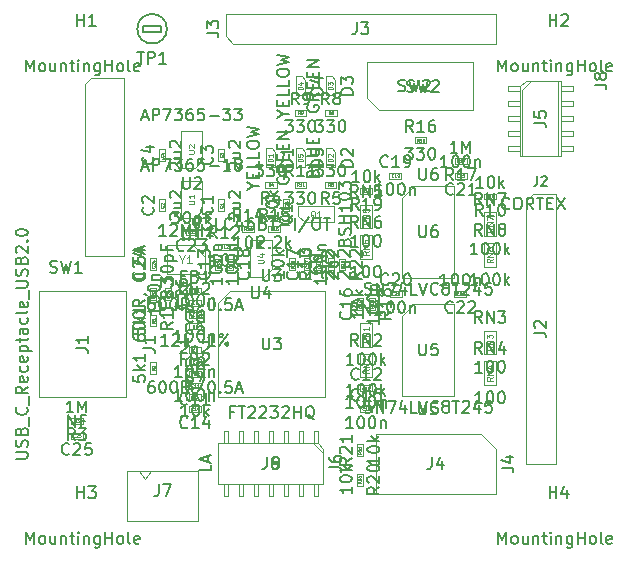
<source format=gbr>
G04 #@! TF.GenerationSoftware,KiCad,Pcbnew,(5.1.9-0-10_14)*
G04 #@! TF.CreationDate,2021-04-05T09:48:25+08:00*
G04 #@! TF.ProjectId,tigard,74696761-7264-42e6-9b69-6361645f7063,v1.1*
G04 #@! TF.SameCoordinates,Original*
G04 #@! TF.FileFunction,Other,Fab,Top*
%FSLAX46Y46*%
G04 Gerber Fmt 4.6, Leading zero omitted, Abs format (unit mm)*
G04 Created by KiCad (PCBNEW (5.1.9-0-10_14)) date 2021-04-05 09:48:25*
%MOMM*%
%LPD*%
G01*
G04 APERTURE LIST*
%ADD10C,0.100000*%
%ADD11C,0.150000*%
%ADD12C,0.120000*%
%ADD13C,0.075000*%
%ADD14C,0.040000*%
%ADD15C,0.060000*%
%ADD16C,0.105000*%
G04 APERTURE END LIST*
D10*
X53392580Y-69640920D02*
X53392580Y-72198420D01*
X53392580Y-72198420D02*
X44502580Y-72198420D01*
X44502580Y-72198420D02*
X44502580Y-68788420D01*
X44502580Y-68788420D02*
X52540080Y-68788420D01*
X52540080Y-68788420D02*
X53392580Y-69640920D01*
X70990000Y-38090000D02*
X73310000Y-38100000D01*
X70200000Y-38870000D02*
X70962500Y-38107500D01*
X73250000Y-38150000D02*
X73270000Y-44485000D01*
X73270000Y-44485000D02*
X70220000Y-44485000D01*
X70220000Y-44485000D02*
X70210000Y-38870000D01*
X44505000Y-72215000D02*
X44505000Y-68805000D01*
X53395000Y-69240000D02*
X53395000Y-72215000D01*
X44505000Y-68805000D02*
X52960000Y-68805000D01*
X52960000Y-68805000D02*
X53395000Y-69240000D01*
X53395000Y-72215000D02*
X44505000Y-72215000D01*
X52960000Y-68805000D02*
X52960000Y-67760000D01*
X52960000Y-67760000D02*
X52560000Y-67760000D01*
X52560000Y-67760000D02*
X52560000Y-68805000D01*
X52960000Y-72215000D02*
X52960000Y-73260000D01*
X52960000Y-73260000D02*
X52560000Y-73260000D01*
X52560000Y-73260000D02*
X52560000Y-72215000D01*
X51690000Y-68805000D02*
X51690000Y-67760000D01*
X51690000Y-67760000D02*
X51290000Y-67760000D01*
X51290000Y-67760000D02*
X51290000Y-68805000D01*
X51690000Y-72215000D02*
X51690000Y-73260000D01*
X51690000Y-73260000D02*
X51290000Y-73260000D01*
X51290000Y-73260000D02*
X51290000Y-72215000D01*
X50420000Y-68805000D02*
X50420000Y-67760000D01*
X50420000Y-67760000D02*
X50020000Y-67760000D01*
X50020000Y-67760000D02*
X50020000Y-68805000D01*
X50420000Y-72215000D02*
X50420000Y-73260000D01*
X50420000Y-73260000D02*
X50020000Y-73260000D01*
X50020000Y-73260000D02*
X50020000Y-72215000D01*
X49150000Y-68805000D02*
X49150000Y-67760000D01*
X49150000Y-67760000D02*
X48750000Y-67760000D01*
X48750000Y-67760000D02*
X48750000Y-68805000D01*
X49150000Y-72215000D02*
X49150000Y-73260000D01*
X49150000Y-73260000D02*
X48750000Y-73260000D01*
X48750000Y-73260000D02*
X48750000Y-72215000D01*
X47880000Y-68805000D02*
X47880000Y-67760000D01*
X47880000Y-67760000D02*
X47480000Y-67760000D01*
X47480000Y-67760000D02*
X47480000Y-68805000D01*
X47880000Y-72215000D02*
X47880000Y-73260000D01*
X47880000Y-73260000D02*
X47480000Y-73260000D01*
X47480000Y-73260000D02*
X47480000Y-72215000D01*
X46610000Y-68805000D02*
X46610000Y-67760000D01*
X46610000Y-67760000D02*
X46210000Y-67760000D01*
X46210000Y-67760000D02*
X46210000Y-68805000D01*
X46610000Y-72215000D02*
X46610000Y-73260000D01*
X46610000Y-73260000D02*
X46210000Y-73260000D01*
X46210000Y-73260000D02*
X46210000Y-72215000D01*
X45340000Y-68805000D02*
X45340000Y-67760000D01*
X45340000Y-67760000D02*
X44940000Y-67760000D01*
X44940000Y-67760000D02*
X44940000Y-68805000D01*
X45340000Y-72215000D02*
X45340000Y-73260000D01*
X45340000Y-73260000D02*
X44940000Y-73260000D01*
X44940000Y-73260000D02*
X44940000Y-72215000D01*
X36650000Y-55930000D02*
X36650000Y-64870000D01*
X36650000Y-55930000D02*
X29350000Y-55930000D01*
X29350000Y-55930000D02*
X29350000Y-64870000D01*
X36650000Y-64870000D02*
X29350000Y-64870000D01*
X71145000Y-47670000D02*
X73050000Y-47670000D01*
X73050000Y-47670000D02*
X73050000Y-70530000D01*
X73050000Y-70530000D02*
X70510000Y-70530000D01*
X70510000Y-70530000D02*
X70510000Y-48305000D01*
X70510000Y-48305000D02*
X71145000Y-47670000D01*
X60070000Y-48000000D02*
X61070000Y-47000000D01*
X60070000Y-54800000D02*
X60070000Y-48000000D01*
X64470000Y-54800000D02*
X60070000Y-54800000D01*
X64470000Y-47000000D02*
X64470000Y-54800000D01*
X61070000Y-47000000D02*
X64470000Y-47000000D01*
X38295000Y-71857107D02*
X38795000Y-71150000D01*
X37795000Y-71150000D02*
X38295000Y-71857107D01*
X42795000Y-71150000D02*
X42795000Y-75400000D01*
X36795000Y-71150000D02*
X36795000Y-75400000D01*
X36795000Y-75400000D02*
X42795000Y-75400000D01*
X36795000Y-71150000D02*
X42795000Y-71150000D01*
D11*
X39640000Y-33950000D02*
X38140000Y-33950000D01*
X38140000Y-33950000D02*
X38140000Y-33450000D01*
X38140000Y-33450000D02*
X39640000Y-33450000D01*
X39640000Y-33450000D02*
X39640000Y-33950000D01*
X40140000Y-33700000D02*
G75*
G03*
X40140000Y-33700000I-1250000J0D01*
G01*
D10*
X58080000Y-40550000D02*
X57080000Y-39550000D01*
X57080000Y-36550000D02*
X57080000Y-39550000D01*
X66080000Y-40550000D02*
X58080000Y-40550000D01*
X66080000Y-36550000D02*
X66080000Y-40550000D01*
X57080000Y-36550000D02*
X66080000Y-36550000D01*
X66700000Y-67990000D02*
X67970000Y-69260000D01*
X57810000Y-67990000D02*
X66700000Y-67990000D01*
X57810000Y-73070000D02*
X57810000Y-67990000D01*
X67970000Y-73070000D02*
X57810000Y-73070000D01*
X67970000Y-69260000D02*
X67970000Y-73070000D01*
X73485000Y-44495000D02*
X70075000Y-44495000D01*
X70510000Y-38145000D02*
X73485000Y-38145000D01*
X70075000Y-44495000D02*
X70075000Y-38580000D01*
X70075000Y-38580000D02*
X70510000Y-38145000D01*
X73485000Y-38145000D02*
X73485000Y-44495000D01*
X70075000Y-38580000D02*
X69030000Y-38580000D01*
X69030000Y-38580000D02*
X69030000Y-38980000D01*
X69030000Y-38980000D02*
X70075000Y-38980000D01*
X73485000Y-38580000D02*
X74530000Y-38580000D01*
X74530000Y-38580000D02*
X74530000Y-38980000D01*
X74530000Y-38980000D02*
X73485000Y-38980000D01*
X70075000Y-39850000D02*
X69030000Y-39850000D01*
X69030000Y-39850000D02*
X69030000Y-40250000D01*
X69030000Y-40250000D02*
X70075000Y-40250000D01*
X73485000Y-39850000D02*
X74530000Y-39850000D01*
X74530000Y-39850000D02*
X74530000Y-40250000D01*
X74530000Y-40250000D02*
X73485000Y-40250000D01*
X70075000Y-41120000D02*
X69030000Y-41120000D01*
X69030000Y-41120000D02*
X69030000Y-41520000D01*
X69030000Y-41520000D02*
X70075000Y-41520000D01*
X73485000Y-41120000D02*
X74530000Y-41120000D01*
X74530000Y-41120000D02*
X74530000Y-41520000D01*
X74530000Y-41520000D02*
X73485000Y-41520000D01*
X70075000Y-42390000D02*
X69030000Y-42390000D01*
X69030000Y-42390000D02*
X69030000Y-42790000D01*
X69030000Y-42790000D02*
X70075000Y-42790000D01*
X73485000Y-42390000D02*
X74530000Y-42390000D01*
X74530000Y-42390000D02*
X74530000Y-42790000D01*
X74530000Y-42790000D02*
X73485000Y-42790000D01*
X70075000Y-43660000D02*
X69030000Y-43660000D01*
X69030000Y-43660000D02*
X69030000Y-44060000D01*
X69030000Y-44060000D02*
X70075000Y-44060000D01*
X73485000Y-43660000D02*
X74530000Y-43660000D01*
X74530000Y-43660000D02*
X74530000Y-44060000D01*
X74530000Y-44060000D02*
X73485000Y-44060000D01*
X45110000Y-34335000D02*
X45110000Y-32430000D01*
X45110000Y-32430000D02*
X67970000Y-32430000D01*
X67970000Y-32430000D02*
X67970000Y-34970000D01*
X67970000Y-34970000D02*
X45745000Y-34970000D01*
X45745000Y-34970000D02*
X45110000Y-34335000D01*
D12*
X36500000Y-52900000D02*
X36500000Y-38400000D01*
X33200000Y-52900000D02*
X36500000Y-52900000D01*
X33200000Y-52900000D02*
X33200000Y-38900000D01*
X33200000Y-38400000D02*
X33700000Y-37900000D01*
X33700000Y-37900000D02*
X36500000Y-37900000D01*
X36500000Y-38400000D02*
X36500000Y-37900000D01*
X33200000Y-38400000D02*
X33200000Y-38900000D01*
D10*
X61070000Y-57000000D02*
X64470000Y-57000000D01*
X64470000Y-57000000D02*
X64470000Y-64800000D01*
X64470000Y-64800000D02*
X60070000Y-64800000D01*
X60070000Y-64800000D02*
X60070000Y-58000000D01*
X60070000Y-58000000D02*
X61070000Y-57000000D01*
X56500000Y-63200000D02*
X56500000Y-61200000D01*
X57500000Y-63200000D02*
X56500000Y-63200000D01*
X57500000Y-61200000D02*
X57500000Y-63200000D01*
X56500000Y-61200000D02*
X57500000Y-61200000D01*
X56750000Y-57515000D02*
X56250000Y-57515000D01*
X56250000Y-57515000D02*
X56250000Y-56515000D01*
X56250000Y-56515000D02*
X56750000Y-56515000D01*
X56750000Y-56515000D02*
X56750000Y-57515000D01*
X45000000Y-49150000D02*
X44500000Y-49150000D01*
X44500000Y-49150000D02*
X44500000Y-48150000D01*
X44500000Y-48150000D02*
X45000000Y-48150000D01*
X45000000Y-48150000D02*
X45000000Y-49150000D01*
X40000000Y-48150000D02*
X40000000Y-49150000D01*
X39500000Y-48150000D02*
X40000000Y-48150000D01*
X39500000Y-49150000D02*
X39500000Y-48150000D01*
X40000000Y-49150000D02*
X39500000Y-49150000D01*
X45000000Y-44900000D02*
X44500000Y-44900000D01*
X44500000Y-44900000D02*
X44500000Y-43900000D01*
X44500000Y-43900000D02*
X45000000Y-43900000D01*
X45000000Y-43900000D02*
X45000000Y-44900000D01*
X40000000Y-44885000D02*
X39500000Y-44885000D01*
X39500000Y-44885000D02*
X39500000Y-43885000D01*
X39500000Y-43885000D02*
X40000000Y-43885000D01*
X40000000Y-43885000D02*
X40000000Y-44885000D01*
X43015000Y-57650000D02*
X43015000Y-58150000D01*
X43015000Y-58150000D02*
X42015000Y-58150000D01*
X42015000Y-58150000D02*
X42015000Y-57650000D01*
X42015000Y-57650000D02*
X43015000Y-57650000D01*
X42015000Y-56650000D02*
X43015000Y-56650000D01*
X42015000Y-57150000D02*
X42015000Y-56650000D01*
X43015000Y-57150000D02*
X42015000Y-57150000D01*
X43015000Y-56650000D02*
X43015000Y-57150000D01*
X42015000Y-61650000D02*
X43015000Y-61650000D01*
X42015000Y-62150000D02*
X42015000Y-61650000D01*
X43015000Y-62150000D02*
X42015000Y-62150000D01*
X43015000Y-61650000D02*
X43015000Y-62150000D01*
X42015000Y-60650000D02*
X43015000Y-60650000D01*
X42015000Y-61150000D02*
X42015000Y-60650000D01*
X43015000Y-61150000D02*
X42015000Y-61150000D01*
X43015000Y-60650000D02*
X43015000Y-61150000D01*
X54250000Y-53135000D02*
X54250000Y-54135000D01*
X53750000Y-53135000D02*
X54250000Y-53135000D01*
X53750000Y-54135000D02*
X53750000Y-53135000D01*
X54250000Y-54135000D02*
X53750000Y-54135000D01*
X53250000Y-54135000D02*
X52750000Y-54135000D01*
X52750000Y-54135000D02*
X52750000Y-53135000D01*
X52750000Y-53135000D02*
X53250000Y-53135000D01*
X53250000Y-53135000D02*
X53250000Y-54135000D01*
X43015000Y-63650000D02*
X43015000Y-64150000D01*
X43015000Y-64150000D02*
X42015000Y-64150000D01*
X42015000Y-64150000D02*
X42015000Y-63650000D01*
X42015000Y-63650000D02*
X43015000Y-63650000D01*
X56515000Y-64400000D02*
X56515000Y-63900000D01*
X56515000Y-63900000D02*
X57515000Y-63900000D01*
X57515000Y-63900000D02*
X57515000Y-64400000D01*
X57515000Y-64400000D02*
X56515000Y-64400000D01*
X44750000Y-53150000D02*
X44750000Y-54150000D01*
X44250000Y-53150000D02*
X44750000Y-53150000D01*
X44250000Y-54150000D02*
X44250000Y-53150000D01*
X44750000Y-54150000D02*
X44250000Y-54150000D01*
X42015000Y-65650000D02*
X43015000Y-65650000D01*
X42015000Y-66150000D02*
X42015000Y-65650000D01*
X43015000Y-66150000D02*
X42015000Y-66150000D01*
X43015000Y-65650000D02*
X43015000Y-66150000D01*
X57515000Y-66150000D02*
X56515000Y-66150000D01*
X57515000Y-65650000D02*
X57515000Y-66150000D01*
X56515000Y-65650000D02*
X57515000Y-65650000D01*
X56515000Y-66150000D02*
X56515000Y-65650000D01*
X52250000Y-53135000D02*
X52250000Y-54135000D01*
X51750000Y-53135000D02*
X52250000Y-53135000D01*
X51750000Y-54135000D02*
X51750000Y-53135000D01*
X52250000Y-54135000D02*
X51750000Y-54135000D01*
X45250000Y-53150000D02*
X45750000Y-53150000D01*
X45750000Y-53150000D02*
X45750000Y-54150000D01*
X45750000Y-54150000D02*
X45250000Y-54150000D01*
X45250000Y-54150000D02*
X45250000Y-53150000D01*
X59985000Y-46385000D02*
X58985000Y-46385000D01*
X59985000Y-45885000D02*
X59985000Y-46385000D01*
X58985000Y-45885000D02*
X59985000Y-45885000D01*
X58985000Y-46385000D02*
X58985000Y-45885000D01*
X60015000Y-56385000D02*
X59015000Y-56385000D01*
X60015000Y-55885000D02*
X60015000Y-56385000D01*
X59015000Y-55885000D02*
X60015000Y-55885000D01*
X59015000Y-56385000D02*
X59015000Y-55885000D01*
X65515000Y-45885000D02*
X65515000Y-46385000D01*
X65515000Y-46385000D02*
X64515000Y-46385000D01*
X64515000Y-46385000D02*
X64515000Y-45885000D01*
X64515000Y-45885000D02*
X65515000Y-45885000D01*
X64485000Y-55900000D02*
X65485000Y-55900000D01*
X64485000Y-56400000D02*
X64485000Y-55900000D01*
X65485000Y-56400000D02*
X64485000Y-56400000D01*
X65485000Y-55900000D02*
X65485000Y-56400000D01*
X41735000Y-50650000D02*
X42735000Y-50650000D01*
X41735000Y-51150000D02*
X41735000Y-50650000D01*
X42735000Y-51150000D02*
X41735000Y-51150000D01*
X42735000Y-50650000D02*
X42735000Y-51150000D01*
X39250000Y-53135000D02*
X39250000Y-54135000D01*
X38750000Y-53135000D02*
X39250000Y-53135000D01*
X38750000Y-54135000D02*
X38750000Y-53135000D01*
X39250000Y-54135000D02*
X38750000Y-54135000D01*
X49320000Y-45422000D02*
X49320000Y-44122000D01*
X49320000Y-44122000D02*
X49020000Y-43822000D01*
X49020000Y-43822000D02*
X48520000Y-43822000D01*
X48520000Y-43822000D02*
X48520000Y-45422000D01*
X48520000Y-45422000D02*
X49320000Y-45422000D01*
X53600000Y-45422000D02*
X54400000Y-45422000D01*
X53600000Y-43822000D02*
X53600000Y-45422000D01*
X54100000Y-43822000D02*
X53600000Y-43822000D01*
X54400000Y-44122000D02*
X54100000Y-43822000D01*
X54400000Y-45422000D02*
X54400000Y-44122000D01*
X54400000Y-39326000D02*
X54400000Y-38026000D01*
X54400000Y-38026000D02*
X54100000Y-37726000D01*
X54100000Y-37726000D02*
X53600000Y-37726000D01*
X53600000Y-37726000D02*
X53600000Y-39326000D01*
X53600000Y-39326000D02*
X54400000Y-39326000D01*
X51060000Y-39326000D02*
X51860000Y-39326000D01*
X51060000Y-37726000D02*
X51060000Y-39326000D01*
X51560000Y-37726000D02*
X51060000Y-37726000D01*
X51860000Y-38026000D02*
X51560000Y-37726000D01*
X51860000Y-39326000D02*
X51860000Y-38026000D01*
X51060000Y-45422000D02*
X51860000Y-45422000D01*
X51060000Y-43822000D02*
X51060000Y-45422000D01*
X51560000Y-43822000D02*
X51060000Y-43822000D01*
X51860000Y-44122000D02*
X51560000Y-43822000D01*
X51860000Y-45422000D02*
X51860000Y-44122000D01*
X42015000Y-56150000D02*
X42015000Y-55650000D01*
X42015000Y-55650000D02*
X43015000Y-55650000D01*
X43015000Y-55650000D02*
X43015000Y-56150000D01*
X43015000Y-56150000D02*
X42015000Y-56150000D01*
X43015000Y-63150000D02*
X42015000Y-63150000D01*
X43015000Y-62650000D02*
X43015000Y-63150000D01*
X42015000Y-62650000D02*
X43015000Y-62650000D01*
X42015000Y-63150000D02*
X42015000Y-62650000D01*
X38750000Y-58900000D02*
X38750000Y-57900000D01*
X39250000Y-58900000D02*
X38750000Y-58900000D01*
X39250000Y-57900000D02*
X39250000Y-58900000D01*
X38750000Y-57900000D02*
X39250000Y-57900000D01*
X38750000Y-61915000D02*
X39250000Y-61915000D01*
X39250000Y-61915000D02*
X39250000Y-62915000D01*
X39250000Y-62915000D02*
X38750000Y-62915000D01*
X38750000Y-62915000D02*
X38750000Y-61915000D01*
X48443000Y-46658000D02*
X49443000Y-46658000D01*
X48443000Y-47158000D02*
X48443000Y-46658000D01*
X49443000Y-47158000D02*
X48443000Y-47158000D01*
X49443000Y-46658000D02*
X49443000Y-47158000D01*
X54500000Y-46658000D02*
X54500000Y-47158000D01*
X54500000Y-47158000D02*
X53500000Y-47158000D01*
X53500000Y-47158000D02*
X53500000Y-46658000D01*
X53500000Y-46658000D02*
X54500000Y-46658000D01*
X43015000Y-59150000D02*
X42015000Y-59150000D01*
X43015000Y-58650000D02*
X43015000Y-59150000D01*
X42015000Y-58650000D02*
X43015000Y-58650000D01*
X42015000Y-59150000D02*
X42015000Y-58650000D01*
X42015000Y-65150000D02*
X42015000Y-64650000D01*
X42015000Y-64650000D02*
X43015000Y-64650000D01*
X43015000Y-64650000D02*
X43015000Y-65150000D01*
X43015000Y-65150000D02*
X42015000Y-65150000D01*
X54523000Y-41062000D02*
X53523000Y-41062000D01*
X54523000Y-40562000D02*
X54523000Y-41062000D01*
X53523000Y-40562000D02*
X54523000Y-40562000D01*
X53523000Y-41062000D02*
X53523000Y-40562000D01*
X50960000Y-41062000D02*
X50960000Y-40562000D01*
X50960000Y-40562000D02*
X51960000Y-40562000D01*
X51960000Y-40562000D02*
X51960000Y-41062000D01*
X51960000Y-41062000D02*
X50960000Y-41062000D01*
X67015000Y-47650000D02*
X68015000Y-47650000D01*
X67015000Y-48150000D02*
X67015000Y-47650000D01*
X68015000Y-48150000D02*
X67015000Y-48150000D01*
X68015000Y-47650000D02*
X68015000Y-48150000D01*
X50960000Y-47158000D02*
X50960000Y-46658000D01*
X50960000Y-46658000D02*
X51960000Y-46658000D01*
X51960000Y-46658000D02*
X51960000Y-47158000D01*
X51960000Y-47158000D02*
X50960000Y-47158000D01*
X45500000Y-52400000D02*
X44500000Y-52400000D01*
X45500000Y-51900000D02*
X45500000Y-52400000D01*
X44500000Y-51900000D02*
X45500000Y-51900000D01*
X44500000Y-52400000D02*
X44500000Y-51900000D01*
X50500000Y-54135000D02*
X50500000Y-53135000D01*
X51000000Y-54135000D02*
X50500000Y-54135000D01*
X51000000Y-53135000D02*
X51000000Y-54135000D01*
X50500000Y-53135000D02*
X51000000Y-53135000D01*
X46515000Y-50900000D02*
X46515000Y-50400000D01*
X46515000Y-50400000D02*
X47515000Y-50400000D01*
X47515000Y-50400000D02*
X47515000Y-50900000D01*
X47515000Y-50900000D02*
X46515000Y-50900000D01*
X48735000Y-50900000D02*
X48735000Y-50400000D01*
X48735000Y-50400000D02*
X49735000Y-50400000D01*
X49735000Y-50400000D02*
X49735000Y-50900000D01*
X49735000Y-50900000D02*
X48735000Y-50900000D01*
X61120000Y-43400000D02*
X61120000Y-42900000D01*
X61120000Y-42900000D02*
X62120000Y-42900000D01*
X62120000Y-42900000D02*
X62120000Y-43400000D01*
X62120000Y-43400000D02*
X61120000Y-43400000D01*
X64515000Y-44650000D02*
X65515000Y-44650000D01*
X64515000Y-45150000D02*
X64515000Y-44650000D01*
X65515000Y-45150000D02*
X64515000Y-45150000D01*
X65515000Y-44650000D02*
X65515000Y-45150000D01*
X57250000Y-56515000D02*
X57750000Y-56515000D01*
X57750000Y-56515000D02*
X57750000Y-57515000D01*
X57750000Y-57515000D02*
X57250000Y-57515000D01*
X57250000Y-57515000D02*
X57250000Y-56515000D01*
X57515000Y-47150000D02*
X57515000Y-47650000D01*
X57515000Y-47650000D02*
X56515000Y-47650000D01*
X56515000Y-47650000D02*
X56515000Y-47150000D01*
X56515000Y-47150000D02*
X57515000Y-47150000D01*
X56250000Y-71370000D02*
X56750000Y-71370000D01*
X56750000Y-71370000D02*
X56750000Y-72370000D01*
X56750000Y-72370000D02*
X56250000Y-72370000D01*
X56250000Y-72370000D02*
X56250000Y-71370000D01*
X56750000Y-69885000D02*
X56250000Y-69885000D01*
X56250000Y-69885000D02*
X56250000Y-68885000D01*
X56250000Y-68885000D02*
X56750000Y-68885000D01*
X56750000Y-68885000D02*
X56750000Y-69885000D01*
X45500000Y-55900000D02*
X53500000Y-55900000D01*
X53500000Y-55900000D02*
X53500000Y-64900000D01*
X53500000Y-64900000D02*
X44500000Y-64900000D01*
X44500000Y-64900000D02*
X44500000Y-56900000D01*
X44500000Y-56900000D02*
X45500000Y-55900000D01*
X56500000Y-48600000D02*
X57500000Y-48600000D01*
X57500000Y-48600000D02*
X57500000Y-50600000D01*
X57500000Y-50600000D02*
X56500000Y-50600000D01*
X56500000Y-50600000D02*
X56500000Y-48600000D01*
X56500000Y-51200000D02*
X57500000Y-51200000D01*
X57500000Y-51200000D02*
X57500000Y-53200000D01*
X57500000Y-53200000D02*
X56500000Y-53200000D01*
X56500000Y-53200000D02*
X56500000Y-51200000D01*
X67000000Y-49250000D02*
X68000000Y-49250000D01*
X68000000Y-49250000D02*
X68000000Y-51250000D01*
X68000000Y-51250000D02*
X67000000Y-51250000D01*
X67000000Y-51250000D02*
X67000000Y-49250000D01*
X67000000Y-51850000D02*
X68000000Y-51850000D01*
X68000000Y-51850000D02*
X68000000Y-53850000D01*
X68000000Y-53850000D02*
X67000000Y-53850000D01*
X67000000Y-53850000D02*
X67000000Y-51850000D01*
X56500000Y-60600000D02*
X56500000Y-58600000D01*
X57500000Y-60600000D02*
X56500000Y-60600000D01*
X57500000Y-58600000D02*
X57500000Y-60600000D01*
X56500000Y-58600000D02*
X57500000Y-58600000D01*
X67000000Y-59250000D02*
X68000000Y-59250000D01*
X68000000Y-59250000D02*
X68000000Y-61250000D01*
X68000000Y-61250000D02*
X67000000Y-61250000D01*
X67000000Y-61250000D02*
X67000000Y-59250000D01*
X67000000Y-63850000D02*
X67000000Y-61850000D01*
X68000000Y-63850000D02*
X67000000Y-63850000D01*
X68000000Y-61850000D02*
X68000000Y-63850000D01*
X67000000Y-61850000D02*
X68000000Y-61850000D01*
X54270000Y-50100000D02*
X54270000Y-48700000D01*
X51230000Y-48700000D02*
X54270000Y-48700000D01*
X51800000Y-50100000D02*
X51230000Y-49550000D01*
X51230000Y-49550000D02*
X51230000Y-48700000D01*
X51800000Y-50100000D02*
X54250000Y-50100000D01*
X43150000Y-49050000D02*
X42500000Y-49700000D01*
X41350000Y-49700000D02*
X42500000Y-49700000D01*
X43150000Y-49050000D02*
X43150000Y-46600000D01*
X41350000Y-46600000D02*
X43150000Y-46600000D01*
X41350000Y-49700000D02*
X41350000Y-46600000D01*
X41350000Y-45450000D02*
X41350000Y-42350000D01*
X41350000Y-42350000D02*
X43150000Y-42350000D01*
X43150000Y-44800000D02*
X43150000Y-42350000D01*
X41350000Y-45450000D02*
X42500000Y-45450000D01*
X43150000Y-44800000D02*
X42500000Y-45450000D01*
X49000000Y-54050000D02*
X48350000Y-54700000D01*
X47200000Y-54700000D02*
X48350000Y-54700000D01*
X49000000Y-54050000D02*
X49000000Y-51600000D01*
X47200000Y-51600000D02*
X49000000Y-51600000D01*
X47200000Y-54700000D02*
X47200000Y-51600000D01*
X43350000Y-54500000D02*
X43350000Y-52000000D01*
X43350000Y-52000000D02*
X40150000Y-52000000D01*
X40150000Y-52000000D02*
X40150000Y-54500000D01*
X40150000Y-54500000D02*
X43350000Y-54500000D01*
X43350000Y-53000000D02*
X42350000Y-52000000D01*
X33015000Y-67900000D02*
X33015000Y-68400000D01*
X33015000Y-68400000D02*
X32015000Y-68400000D01*
X32015000Y-68400000D02*
X32015000Y-67900000D01*
X32015000Y-67900000D02*
X33015000Y-67900000D01*
X40000000Y-56650000D02*
X40000000Y-55650000D01*
X40500000Y-56650000D02*
X40000000Y-56650000D01*
X40500000Y-55650000D02*
X40500000Y-56650000D01*
X40000000Y-55650000D02*
X40500000Y-55650000D01*
X38750000Y-55635000D02*
X39250000Y-55635000D01*
X39250000Y-55635000D02*
X39250000Y-56635000D01*
X39250000Y-56635000D02*
X38750000Y-56635000D01*
X38750000Y-56635000D02*
X38750000Y-55635000D01*
X33000000Y-66650000D02*
X33000000Y-67150000D01*
X33000000Y-67150000D02*
X32000000Y-67150000D01*
X32000000Y-67150000D02*
X32000000Y-66650000D01*
X32000000Y-66650000D02*
X33000000Y-66650000D01*
X50000000Y-49135000D02*
X50000000Y-48135000D01*
X50500000Y-49135000D02*
X50000000Y-49135000D01*
X50500000Y-48135000D02*
X50500000Y-49135000D01*
X50000000Y-48135000D02*
X50500000Y-48135000D01*
X54750000Y-53150000D02*
X55250000Y-53150000D01*
X55250000Y-53150000D02*
X55250000Y-54150000D01*
X55250000Y-54150000D02*
X54750000Y-54150000D01*
X54750000Y-54150000D02*
X54750000Y-53150000D01*
D11*
X43894960Y-70612467D02*
X43894960Y-71088658D01*
X42894960Y-71088658D01*
X43609246Y-70326753D02*
X43609246Y-69850562D01*
X43894960Y-70421991D02*
X42894960Y-70088658D01*
X43894960Y-69755324D01*
X48614246Y-69945800D02*
X48614246Y-70660086D01*
X48566627Y-70802943D01*
X48471389Y-70898181D01*
X48328532Y-70945800D01*
X48233294Y-70945800D01*
X49138056Y-70945800D02*
X49328532Y-70945800D01*
X49423770Y-70898181D01*
X49471389Y-70850562D01*
X49566627Y-70707705D01*
X49614246Y-70517229D01*
X49614246Y-70136277D01*
X49566627Y-70041039D01*
X49519008Y-69993420D01*
X49423770Y-69945800D01*
X49233294Y-69945800D01*
X49138056Y-69993420D01*
X49090437Y-70041039D01*
X49042818Y-70136277D01*
X49042818Y-70374372D01*
X49090437Y-70469610D01*
X49138056Y-70517229D01*
X49233294Y-70564848D01*
X49423770Y-70564848D01*
X49519008Y-70517229D01*
X49566627Y-70469610D01*
X49614246Y-70374372D01*
X69121190Y-48892142D02*
X69073571Y-48939761D01*
X68930714Y-48987380D01*
X68835476Y-48987380D01*
X68692619Y-48939761D01*
X68597380Y-48844523D01*
X68549761Y-48749285D01*
X68502142Y-48558809D01*
X68502142Y-48415952D01*
X68549761Y-48225476D01*
X68597380Y-48130238D01*
X68692619Y-48035000D01*
X68835476Y-47987380D01*
X68930714Y-47987380D01*
X69073571Y-48035000D01*
X69121190Y-48082619D01*
X69740238Y-47987380D02*
X69930714Y-47987380D01*
X70025952Y-48035000D01*
X70121190Y-48130238D01*
X70168809Y-48320714D01*
X70168809Y-48654047D01*
X70121190Y-48844523D01*
X70025952Y-48939761D01*
X69930714Y-48987380D01*
X69740238Y-48987380D01*
X69645000Y-48939761D01*
X69549761Y-48844523D01*
X69502142Y-48654047D01*
X69502142Y-48320714D01*
X69549761Y-48130238D01*
X69645000Y-48035000D01*
X69740238Y-47987380D01*
X71168809Y-48987380D02*
X70835476Y-48511190D01*
X70597380Y-48987380D02*
X70597380Y-47987380D01*
X70978333Y-47987380D01*
X71073571Y-48035000D01*
X71121190Y-48082619D01*
X71168809Y-48177857D01*
X71168809Y-48320714D01*
X71121190Y-48415952D01*
X71073571Y-48463571D01*
X70978333Y-48511190D01*
X70597380Y-48511190D01*
X71454523Y-47987380D02*
X72025952Y-47987380D01*
X71740238Y-48987380D02*
X71740238Y-47987380D01*
X72359285Y-48463571D02*
X72692619Y-48463571D01*
X72835476Y-48987380D02*
X72359285Y-48987380D01*
X72359285Y-47987380D01*
X72835476Y-47987380D01*
X73168809Y-47987380D02*
X73835476Y-48987380D01*
X73835476Y-47987380D02*
X73168809Y-48987380D01*
X76352380Y-38423333D02*
X77066666Y-38423333D01*
X77209523Y-38470952D01*
X77304761Y-38566190D01*
X77352380Y-38709047D01*
X77352380Y-38804285D01*
X76780952Y-37804285D02*
X76733333Y-37899523D01*
X76685714Y-37947142D01*
X76590476Y-37994761D01*
X76542857Y-37994761D01*
X76447619Y-37947142D01*
X76400000Y-37899523D01*
X76352380Y-37804285D01*
X76352380Y-37613809D01*
X76400000Y-37518571D01*
X76447619Y-37470952D01*
X76542857Y-37423333D01*
X76590476Y-37423333D01*
X76685714Y-37470952D01*
X76733333Y-37518571D01*
X76780952Y-37613809D01*
X76780952Y-37804285D01*
X76828571Y-37899523D01*
X76876190Y-37947142D01*
X76971428Y-37994761D01*
X77161904Y-37994761D01*
X77257142Y-37947142D01*
X77304761Y-37899523D01*
X77352380Y-37804285D01*
X77352380Y-37613809D01*
X77304761Y-37518571D01*
X77257142Y-37470952D01*
X77161904Y-37423333D01*
X76971428Y-37423333D01*
X76876190Y-37470952D01*
X76828571Y-37518571D01*
X76780952Y-37613809D01*
X53907380Y-70843333D02*
X54621666Y-70843333D01*
X54764523Y-70890952D01*
X54859761Y-70986190D01*
X54907380Y-71129047D01*
X54907380Y-71224285D01*
X53907380Y-69938571D02*
X53907380Y-70129047D01*
X53955000Y-70224285D01*
X54002619Y-70271904D01*
X54145476Y-70367142D01*
X54335952Y-70414761D01*
X54716904Y-70414761D01*
X54812142Y-70367142D01*
X54859761Y-70319523D01*
X54907380Y-70224285D01*
X54907380Y-70033809D01*
X54859761Y-69938571D01*
X54812142Y-69890952D01*
X54716904Y-69843333D01*
X54478809Y-69843333D01*
X54383571Y-69890952D01*
X54335952Y-69938571D01*
X54288333Y-70033809D01*
X54288333Y-70224285D01*
X54335952Y-70319523D01*
X54383571Y-70367142D01*
X54478809Y-70414761D01*
X48616666Y-69962380D02*
X48616666Y-70676666D01*
X48569047Y-70819523D01*
X48473809Y-70914761D01*
X48330952Y-70962380D01*
X48235714Y-70962380D01*
X49521428Y-69962380D02*
X49330952Y-69962380D01*
X49235714Y-70010000D01*
X49188095Y-70057619D01*
X49092857Y-70200476D01*
X49045238Y-70390952D01*
X49045238Y-70771904D01*
X49092857Y-70867142D01*
X49140476Y-70914761D01*
X49235714Y-70962380D01*
X49426190Y-70962380D01*
X49521428Y-70914761D01*
X49569047Y-70867142D01*
X49616666Y-70771904D01*
X49616666Y-70533809D01*
X49569047Y-70438571D01*
X49521428Y-70390952D01*
X49426190Y-70343333D01*
X49235714Y-70343333D01*
X49140476Y-70390952D01*
X49092857Y-70438571D01*
X49045238Y-70533809D01*
X38097380Y-60733333D02*
X38811666Y-60733333D01*
X38954523Y-60780952D01*
X39049761Y-60876190D01*
X39097380Y-61019047D01*
X39097380Y-61114285D01*
X39097380Y-59733333D02*
X39097380Y-60304761D01*
X39097380Y-60019047D02*
X38097380Y-60019047D01*
X38240238Y-60114285D01*
X38335476Y-60209523D01*
X38383095Y-60304761D01*
X27352380Y-70090476D02*
X28161904Y-70090476D01*
X28257142Y-70042857D01*
X28304761Y-69995238D01*
X28352380Y-69900000D01*
X28352380Y-69709523D01*
X28304761Y-69614285D01*
X28257142Y-69566666D01*
X28161904Y-69519047D01*
X27352380Y-69519047D01*
X28304761Y-69090476D02*
X28352380Y-68947619D01*
X28352380Y-68709523D01*
X28304761Y-68614285D01*
X28257142Y-68566666D01*
X28161904Y-68519047D01*
X28066666Y-68519047D01*
X27971428Y-68566666D01*
X27923809Y-68614285D01*
X27876190Y-68709523D01*
X27828571Y-68900000D01*
X27780952Y-68995238D01*
X27733333Y-69042857D01*
X27638095Y-69090476D01*
X27542857Y-69090476D01*
X27447619Y-69042857D01*
X27400000Y-68995238D01*
X27352380Y-68900000D01*
X27352380Y-68661904D01*
X27400000Y-68519047D01*
X27828571Y-67757142D02*
X27876190Y-67614285D01*
X27923809Y-67566666D01*
X28019047Y-67519047D01*
X28161904Y-67519047D01*
X28257142Y-67566666D01*
X28304761Y-67614285D01*
X28352380Y-67709523D01*
X28352380Y-68090476D01*
X27352380Y-68090476D01*
X27352380Y-67757142D01*
X27400000Y-67661904D01*
X27447619Y-67614285D01*
X27542857Y-67566666D01*
X27638095Y-67566666D01*
X27733333Y-67614285D01*
X27780952Y-67661904D01*
X27828571Y-67757142D01*
X27828571Y-68090476D01*
X28447619Y-67328571D02*
X28447619Y-66566666D01*
X28257142Y-65757142D02*
X28304761Y-65804761D01*
X28352380Y-65947619D01*
X28352380Y-66042857D01*
X28304761Y-66185714D01*
X28209523Y-66280952D01*
X28114285Y-66328571D01*
X27923809Y-66376190D01*
X27780952Y-66376190D01*
X27590476Y-66328571D01*
X27495238Y-66280952D01*
X27400000Y-66185714D01*
X27352380Y-66042857D01*
X27352380Y-65947619D01*
X27400000Y-65804761D01*
X27447619Y-65757142D01*
X28447619Y-65566666D02*
X28447619Y-64804761D01*
X28352380Y-63995238D02*
X27876190Y-64328571D01*
X28352380Y-64566666D02*
X27352380Y-64566666D01*
X27352380Y-64185714D01*
X27400000Y-64090476D01*
X27447619Y-64042857D01*
X27542857Y-63995238D01*
X27685714Y-63995238D01*
X27780952Y-64042857D01*
X27828571Y-64090476D01*
X27876190Y-64185714D01*
X27876190Y-64566666D01*
X28304761Y-63185714D02*
X28352380Y-63280952D01*
X28352380Y-63471428D01*
X28304761Y-63566666D01*
X28209523Y-63614285D01*
X27828571Y-63614285D01*
X27733333Y-63566666D01*
X27685714Y-63471428D01*
X27685714Y-63280952D01*
X27733333Y-63185714D01*
X27828571Y-63138095D01*
X27923809Y-63138095D01*
X28019047Y-63614285D01*
X28304761Y-62280952D02*
X28352380Y-62376190D01*
X28352380Y-62566666D01*
X28304761Y-62661904D01*
X28257142Y-62709523D01*
X28161904Y-62757142D01*
X27876190Y-62757142D01*
X27780952Y-62709523D01*
X27733333Y-62661904D01*
X27685714Y-62566666D01*
X27685714Y-62376190D01*
X27733333Y-62280952D01*
X28304761Y-61471428D02*
X28352380Y-61566666D01*
X28352380Y-61757142D01*
X28304761Y-61852380D01*
X28209523Y-61900000D01*
X27828571Y-61900000D01*
X27733333Y-61852380D01*
X27685714Y-61757142D01*
X27685714Y-61566666D01*
X27733333Y-61471428D01*
X27828571Y-61423809D01*
X27923809Y-61423809D01*
X28019047Y-61900000D01*
X27685714Y-60995238D02*
X28685714Y-60995238D01*
X27733333Y-60995238D02*
X27685714Y-60900000D01*
X27685714Y-60709523D01*
X27733333Y-60614285D01*
X27780952Y-60566666D01*
X27876190Y-60519047D01*
X28161904Y-60519047D01*
X28257142Y-60566666D01*
X28304761Y-60614285D01*
X28352380Y-60709523D01*
X28352380Y-60900000D01*
X28304761Y-60995238D01*
X27685714Y-60233333D02*
X27685714Y-59852380D01*
X27352380Y-60090476D02*
X28209523Y-60090476D01*
X28304761Y-60042857D01*
X28352380Y-59947619D01*
X28352380Y-59852380D01*
X28352380Y-59090476D02*
X27828571Y-59090476D01*
X27733333Y-59138095D01*
X27685714Y-59233333D01*
X27685714Y-59423809D01*
X27733333Y-59519047D01*
X28304761Y-59090476D02*
X28352380Y-59185714D01*
X28352380Y-59423809D01*
X28304761Y-59519047D01*
X28209523Y-59566666D01*
X28114285Y-59566666D01*
X28019047Y-59519047D01*
X27971428Y-59423809D01*
X27971428Y-59185714D01*
X27923809Y-59090476D01*
X28304761Y-58185714D02*
X28352380Y-58280952D01*
X28352380Y-58471428D01*
X28304761Y-58566666D01*
X28257142Y-58614285D01*
X28161904Y-58661904D01*
X27876190Y-58661904D01*
X27780952Y-58614285D01*
X27733333Y-58566666D01*
X27685714Y-58471428D01*
X27685714Y-58280952D01*
X27733333Y-58185714D01*
X28352380Y-57614285D02*
X28304761Y-57709523D01*
X28209523Y-57757142D01*
X27352380Y-57757142D01*
X28304761Y-56852380D02*
X28352380Y-56947619D01*
X28352380Y-57138095D01*
X28304761Y-57233333D01*
X28209523Y-57280952D01*
X27828571Y-57280952D01*
X27733333Y-57233333D01*
X27685714Y-57138095D01*
X27685714Y-56947619D01*
X27733333Y-56852380D01*
X27828571Y-56804761D01*
X27923809Y-56804761D01*
X28019047Y-57280952D01*
X28447619Y-56614285D02*
X28447619Y-55852380D01*
X27352380Y-55614285D02*
X28161904Y-55614285D01*
X28257142Y-55566666D01*
X28304761Y-55519047D01*
X28352380Y-55423809D01*
X28352380Y-55233333D01*
X28304761Y-55138095D01*
X28257142Y-55090476D01*
X28161904Y-55042857D01*
X27352380Y-55042857D01*
X28304761Y-54614285D02*
X28352380Y-54471428D01*
X28352380Y-54233333D01*
X28304761Y-54138095D01*
X28257142Y-54090476D01*
X28161904Y-54042857D01*
X28066666Y-54042857D01*
X27971428Y-54090476D01*
X27923809Y-54138095D01*
X27876190Y-54233333D01*
X27828571Y-54423809D01*
X27780952Y-54519047D01*
X27733333Y-54566666D01*
X27638095Y-54614285D01*
X27542857Y-54614285D01*
X27447619Y-54566666D01*
X27400000Y-54519047D01*
X27352380Y-54423809D01*
X27352380Y-54185714D01*
X27400000Y-54042857D01*
X27828571Y-53280952D02*
X27876190Y-53138095D01*
X27923809Y-53090476D01*
X28019047Y-53042857D01*
X28161904Y-53042857D01*
X28257142Y-53090476D01*
X28304761Y-53138095D01*
X28352380Y-53233333D01*
X28352380Y-53614285D01*
X27352380Y-53614285D01*
X27352380Y-53280952D01*
X27400000Y-53185714D01*
X27447619Y-53138095D01*
X27542857Y-53090476D01*
X27638095Y-53090476D01*
X27733333Y-53138095D01*
X27780952Y-53185714D01*
X27828571Y-53280952D01*
X27828571Y-53614285D01*
X27447619Y-52661904D02*
X27400000Y-52614285D01*
X27352380Y-52519047D01*
X27352380Y-52280952D01*
X27400000Y-52185714D01*
X27447619Y-52138095D01*
X27542857Y-52090476D01*
X27638095Y-52090476D01*
X27780952Y-52138095D01*
X28352380Y-52709523D01*
X28352380Y-52090476D01*
X28257142Y-51661904D02*
X28304761Y-51614285D01*
X28352380Y-51661904D01*
X28304761Y-51709523D01*
X28257142Y-51661904D01*
X28352380Y-51661904D01*
X27352380Y-50995238D02*
X27352380Y-50900000D01*
X27400000Y-50804761D01*
X27447619Y-50757142D01*
X27542857Y-50709523D01*
X27733333Y-50661904D01*
X27971428Y-50661904D01*
X28161904Y-50709523D01*
X28257142Y-50757142D01*
X28304761Y-50804761D01*
X28352380Y-50900000D01*
X28352380Y-50995238D01*
X28304761Y-51090476D01*
X28257142Y-51138095D01*
X28161904Y-51185714D01*
X27971428Y-51233333D01*
X27733333Y-51233333D01*
X27542857Y-51185714D01*
X27447619Y-51138095D01*
X27400000Y-51090476D01*
X27352380Y-50995238D01*
X32452380Y-60733333D02*
X33166666Y-60733333D01*
X33309523Y-60780952D01*
X33404761Y-60876190D01*
X33452380Y-61019047D01*
X33452380Y-61114285D01*
X33452380Y-59733333D02*
X33452380Y-60304761D01*
X33452380Y-60019047D02*
X32452380Y-60019047D01*
X32595238Y-60114285D01*
X32690476Y-60209523D01*
X32738095Y-60304761D01*
X71513333Y-46171904D02*
X71513333Y-46743333D01*
X71475238Y-46857619D01*
X71399047Y-46933809D01*
X71284761Y-46971904D01*
X71208571Y-46971904D01*
X71856190Y-46248095D02*
X71894285Y-46210000D01*
X71970476Y-46171904D01*
X72160952Y-46171904D01*
X72237142Y-46210000D01*
X72275238Y-46248095D01*
X72313333Y-46324285D01*
X72313333Y-46400476D01*
X72275238Y-46514761D01*
X71818095Y-46971904D01*
X72313333Y-46971904D01*
X71232380Y-59433333D02*
X71946666Y-59433333D01*
X72089523Y-59480952D01*
X72184761Y-59576190D01*
X72232380Y-59719047D01*
X72232380Y-59814285D01*
X71327619Y-59004761D02*
X71280000Y-58957142D01*
X71232380Y-58861904D01*
X71232380Y-58623809D01*
X71280000Y-58528571D01*
X71327619Y-58480952D01*
X71422857Y-58433333D01*
X71518095Y-58433333D01*
X71660952Y-58480952D01*
X72232380Y-59052380D01*
X72232380Y-58433333D01*
X61508095Y-45502380D02*
X61508095Y-46311904D01*
X61555714Y-46407142D01*
X61603333Y-46454761D01*
X61698571Y-46502380D01*
X61889047Y-46502380D01*
X61984285Y-46454761D01*
X62031904Y-46407142D01*
X62079523Y-46311904D01*
X62079523Y-45502380D01*
X62984285Y-45502380D02*
X62793809Y-45502380D01*
X62698571Y-45550000D01*
X62650952Y-45597619D01*
X62555714Y-45740476D01*
X62508095Y-45930952D01*
X62508095Y-46311904D01*
X62555714Y-46407142D01*
X62603333Y-46454761D01*
X62698571Y-46502380D01*
X62889047Y-46502380D01*
X62984285Y-46454761D01*
X63031904Y-46407142D01*
X63079523Y-46311904D01*
X63079523Y-46073809D01*
X63031904Y-45978571D01*
X62984285Y-45930952D01*
X62889047Y-45883333D01*
X62698571Y-45883333D01*
X62603333Y-45930952D01*
X62555714Y-45978571D01*
X62508095Y-46073809D01*
X56889047Y-56154761D02*
X57031904Y-56202380D01*
X57270000Y-56202380D01*
X57365238Y-56154761D01*
X57412857Y-56107142D01*
X57460476Y-56011904D01*
X57460476Y-55916666D01*
X57412857Y-55821428D01*
X57365238Y-55773809D01*
X57270000Y-55726190D01*
X57079523Y-55678571D01*
X56984285Y-55630952D01*
X56936666Y-55583333D01*
X56889047Y-55488095D01*
X56889047Y-55392857D01*
X56936666Y-55297619D01*
X56984285Y-55250000D01*
X57079523Y-55202380D01*
X57317619Y-55202380D01*
X57460476Y-55250000D01*
X57889047Y-56202380D02*
X57889047Y-55202380D01*
X58460476Y-56202380D01*
X58460476Y-55202380D01*
X58841428Y-55202380D02*
X59508095Y-55202380D01*
X59079523Y-56202380D01*
X60317619Y-55535714D02*
X60317619Y-56202380D01*
X60079523Y-55154761D02*
X59841428Y-55869047D01*
X60460476Y-55869047D01*
X61317619Y-56202380D02*
X60841428Y-56202380D01*
X60841428Y-55202380D01*
X61508095Y-55202380D02*
X61841428Y-56202380D01*
X62174761Y-55202380D01*
X63079523Y-56107142D02*
X63031904Y-56154761D01*
X62889047Y-56202380D01*
X62793809Y-56202380D01*
X62650952Y-56154761D01*
X62555714Y-56059523D01*
X62508095Y-55964285D01*
X62460476Y-55773809D01*
X62460476Y-55630952D01*
X62508095Y-55440476D01*
X62555714Y-55345238D01*
X62650952Y-55250000D01*
X62793809Y-55202380D01*
X62889047Y-55202380D01*
X63031904Y-55250000D01*
X63079523Y-55297619D01*
X63650952Y-55630952D02*
X63555714Y-55583333D01*
X63508095Y-55535714D01*
X63460476Y-55440476D01*
X63460476Y-55392857D01*
X63508095Y-55297619D01*
X63555714Y-55250000D01*
X63650952Y-55202380D01*
X63841428Y-55202380D01*
X63936666Y-55250000D01*
X63984285Y-55297619D01*
X64031904Y-55392857D01*
X64031904Y-55440476D01*
X63984285Y-55535714D01*
X63936666Y-55583333D01*
X63841428Y-55630952D01*
X63650952Y-55630952D01*
X63555714Y-55678571D01*
X63508095Y-55726190D01*
X63460476Y-55821428D01*
X63460476Y-56011904D01*
X63508095Y-56107142D01*
X63555714Y-56154761D01*
X63650952Y-56202380D01*
X63841428Y-56202380D01*
X63936666Y-56154761D01*
X63984285Y-56107142D01*
X64031904Y-56011904D01*
X64031904Y-55821428D01*
X63984285Y-55726190D01*
X63936666Y-55678571D01*
X63841428Y-55630952D01*
X64317619Y-55202380D02*
X64889047Y-55202380D01*
X64603333Y-56202380D02*
X64603333Y-55202380D01*
X65174761Y-55297619D02*
X65222380Y-55250000D01*
X65317619Y-55202380D01*
X65555714Y-55202380D01*
X65650952Y-55250000D01*
X65698571Y-55297619D01*
X65746190Y-55392857D01*
X65746190Y-55488095D01*
X65698571Y-55630952D01*
X65127142Y-56202380D01*
X65746190Y-56202380D01*
X66603333Y-55535714D02*
X66603333Y-56202380D01*
X66365238Y-55154761D02*
X66127142Y-55869047D01*
X66746190Y-55869047D01*
X67603333Y-55202380D02*
X67127142Y-55202380D01*
X67079523Y-55678571D01*
X67127142Y-55630952D01*
X67222380Y-55583333D01*
X67460476Y-55583333D01*
X67555714Y-55630952D01*
X67603333Y-55678571D01*
X67650952Y-55773809D01*
X67650952Y-56011904D01*
X67603333Y-56107142D01*
X67555714Y-56154761D01*
X67460476Y-56202380D01*
X67222380Y-56202380D01*
X67127142Y-56154761D01*
X67079523Y-56107142D01*
X61508095Y-50352380D02*
X61508095Y-51161904D01*
X61555714Y-51257142D01*
X61603333Y-51304761D01*
X61698571Y-51352380D01*
X61889047Y-51352380D01*
X61984285Y-51304761D01*
X62031904Y-51257142D01*
X62079523Y-51161904D01*
X62079523Y-50352380D01*
X62984285Y-50352380D02*
X62793809Y-50352380D01*
X62698571Y-50400000D01*
X62650952Y-50447619D01*
X62555714Y-50590476D01*
X62508095Y-50780952D01*
X62508095Y-51161904D01*
X62555714Y-51257142D01*
X62603333Y-51304761D01*
X62698571Y-51352380D01*
X62889047Y-51352380D01*
X62984285Y-51304761D01*
X63031904Y-51257142D01*
X63079523Y-51161904D01*
X63079523Y-50923809D01*
X63031904Y-50828571D01*
X62984285Y-50780952D01*
X62889047Y-50733333D01*
X62698571Y-50733333D01*
X62603333Y-50780952D01*
X62555714Y-50828571D01*
X62508095Y-50923809D01*
X39461666Y-72277380D02*
X39461666Y-72991666D01*
X39414047Y-73134523D01*
X39318809Y-73229761D01*
X39175952Y-73277380D01*
X39080714Y-73277380D01*
X39842619Y-72277380D02*
X40509285Y-72277380D01*
X40080714Y-73277380D01*
X37628095Y-35652380D02*
X38199523Y-35652380D01*
X37913809Y-36652380D02*
X37913809Y-35652380D01*
X38532857Y-36652380D02*
X38532857Y-35652380D01*
X38913809Y-35652380D01*
X39009047Y-35700000D01*
X39056666Y-35747619D01*
X39104285Y-35842857D01*
X39104285Y-35985714D01*
X39056666Y-36080952D01*
X39009047Y-36128571D01*
X38913809Y-36176190D01*
X38532857Y-36176190D01*
X40056666Y-36652380D02*
X39485238Y-36652380D01*
X39770952Y-36652380D02*
X39770952Y-35652380D01*
X39675714Y-35795238D01*
X39580476Y-35890476D01*
X39485238Y-35938095D01*
X37628095Y-35652380D02*
X38199523Y-35652380D01*
X37913809Y-36652380D02*
X37913809Y-35652380D01*
X38532857Y-36652380D02*
X38532857Y-35652380D01*
X38913809Y-35652380D01*
X39009047Y-35700000D01*
X39056666Y-35747619D01*
X39104285Y-35842857D01*
X39104285Y-35985714D01*
X39056666Y-36080952D01*
X39009047Y-36128571D01*
X38913809Y-36176190D01*
X38532857Y-36176190D01*
X40056666Y-36652380D02*
X39485238Y-36652380D01*
X39770952Y-36652380D02*
X39770952Y-35652380D01*
X39675714Y-35795238D01*
X39580476Y-35890476D01*
X39485238Y-35938095D01*
X60496666Y-39004761D02*
X60639523Y-39052380D01*
X60877619Y-39052380D01*
X60972857Y-39004761D01*
X61020476Y-38957142D01*
X61068095Y-38861904D01*
X61068095Y-38766666D01*
X61020476Y-38671428D01*
X60972857Y-38623809D01*
X60877619Y-38576190D01*
X60687142Y-38528571D01*
X60591904Y-38480952D01*
X60544285Y-38433333D01*
X60496666Y-38338095D01*
X60496666Y-38242857D01*
X60544285Y-38147619D01*
X60591904Y-38100000D01*
X60687142Y-38052380D01*
X60925238Y-38052380D01*
X61068095Y-38100000D01*
X61401428Y-38052380D02*
X61639523Y-39052380D01*
X61830000Y-38338095D01*
X62020476Y-39052380D01*
X62258571Y-38052380D01*
X62591904Y-38147619D02*
X62639523Y-38100000D01*
X62734761Y-38052380D01*
X62972857Y-38052380D01*
X63068095Y-38100000D01*
X63115714Y-38147619D01*
X63163333Y-38242857D01*
X63163333Y-38338095D01*
X63115714Y-38480952D01*
X62544285Y-39052380D01*
X63163333Y-39052380D01*
X59746666Y-38954761D02*
X59889523Y-39002380D01*
X60127619Y-39002380D01*
X60222857Y-38954761D01*
X60270476Y-38907142D01*
X60318095Y-38811904D01*
X60318095Y-38716666D01*
X60270476Y-38621428D01*
X60222857Y-38573809D01*
X60127619Y-38526190D01*
X59937142Y-38478571D01*
X59841904Y-38430952D01*
X59794285Y-38383333D01*
X59746666Y-38288095D01*
X59746666Y-38192857D01*
X59794285Y-38097619D01*
X59841904Y-38050000D01*
X59937142Y-38002380D01*
X60175238Y-38002380D01*
X60318095Y-38050000D01*
X60651428Y-38002380D02*
X60889523Y-39002380D01*
X61080000Y-38288095D01*
X61270476Y-39002380D01*
X61508571Y-38002380D01*
X61841904Y-38097619D02*
X61889523Y-38050000D01*
X61984761Y-38002380D01*
X62222857Y-38002380D01*
X62318095Y-38050000D01*
X62365714Y-38097619D01*
X62413333Y-38192857D01*
X62413333Y-38288095D01*
X62365714Y-38430952D01*
X61794285Y-39002380D01*
X62413333Y-39002380D01*
X68482380Y-70863333D02*
X69196666Y-70863333D01*
X69339523Y-70910952D01*
X69434761Y-71006190D01*
X69482380Y-71149047D01*
X69482380Y-71244285D01*
X68815714Y-69958571D02*
X69482380Y-69958571D01*
X68434761Y-70196666D02*
X69149047Y-70434761D01*
X69149047Y-69815714D01*
X62556666Y-69982380D02*
X62556666Y-70696666D01*
X62509047Y-70839523D01*
X62413809Y-70934761D01*
X62270952Y-70982380D01*
X62175714Y-70982380D01*
X63461428Y-70315714D02*
X63461428Y-70982380D01*
X63223333Y-69934761D02*
X62985238Y-70649047D01*
X63604285Y-70649047D01*
X71232380Y-41653333D02*
X71946666Y-41653333D01*
X72089523Y-41700952D01*
X72184761Y-41796190D01*
X72232380Y-41939047D01*
X72232380Y-42034285D01*
X71232380Y-40700952D02*
X71232380Y-41177142D01*
X71708571Y-41224761D01*
X71660952Y-41177142D01*
X71613333Y-41081904D01*
X71613333Y-40843809D01*
X71660952Y-40748571D01*
X71708571Y-40700952D01*
X71803809Y-40653333D01*
X72041904Y-40653333D01*
X72137142Y-40700952D01*
X72184761Y-40748571D01*
X72232380Y-40843809D01*
X72232380Y-41081904D01*
X72184761Y-41177142D01*
X72137142Y-41224761D01*
X43502380Y-34033333D02*
X44216666Y-34033333D01*
X44359523Y-34080952D01*
X44454761Y-34176190D01*
X44502380Y-34319047D01*
X44502380Y-34414285D01*
X43502380Y-33652380D02*
X43502380Y-33033333D01*
X43883333Y-33366666D01*
X43883333Y-33223809D01*
X43930952Y-33128571D01*
X43978571Y-33080952D01*
X44073809Y-33033333D01*
X44311904Y-33033333D01*
X44407142Y-33080952D01*
X44454761Y-33128571D01*
X44502380Y-33223809D01*
X44502380Y-33509523D01*
X44454761Y-33604761D01*
X44407142Y-33652380D01*
X56206666Y-33152380D02*
X56206666Y-33866666D01*
X56159047Y-34009523D01*
X56063809Y-34104761D01*
X55920952Y-34152380D01*
X55825714Y-34152380D01*
X56587619Y-33152380D02*
X57206666Y-33152380D01*
X56873333Y-33533333D01*
X57016190Y-33533333D01*
X57111428Y-33580952D01*
X57159047Y-33628571D01*
X57206666Y-33723809D01*
X57206666Y-33961904D01*
X57159047Y-34057142D01*
X57111428Y-34104761D01*
X57016190Y-34152380D01*
X56730476Y-34152380D01*
X56635238Y-34104761D01*
X56587619Y-34057142D01*
X30266666Y-54304761D02*
X30409523Y-54352380D01*
X30647619Y-54352380D01*
X30742857Y-54304761D01*
X30790476Y-54257142D01*
X30838095Y-54161904D01*
X30838095Y-54066666D01*
X30790476Y-53971428D01*
X30742857Y-53923809D01*
X30647619Y-53876190D01*
X30457142Y-53828571D01*
X30361904Y-53780952D01*
X30314285Y-53733333D01*
X30266666Y-53638095D01*
X30266666Y-53542857D01*
X30314285Y-53447619D01*
X30361904Y-53400000D01*
X30457142Y-53352380D01*
X30695238Y-53352380D01*
X30838095Y-53400000D01*
X31171428Y-53352380D02*
X31409523Y-54352380D01*
X31600000Y-53638095D01*
X31790476Y-54352380D01*
X32028571Y-53352380D01*
X32933333Y-54352380D02*
X32361904Y-54352380D01*
X32647619Y-54352380D02*
X32647619Y-53352380D01*
X32552380Y-53495238D01*
X32457142Y-53590476D01*
X32361904Y-53638095D01*
X61488095Y-65352380D02*
X61488095Y-66161904D01*
X61535714Y-66257142D01*
X61583333Y-66304761D01*
X61678571Y-66352380D01*
X61869047Y-66352380D01*
X61964285Y-66304761D01*
X62011904Y-66257142D01*
X62059523Y-66161904D01*
X62059523Y-65352380D01*
X63011904Y-65352380D02*
X62535714Y-65352380D01*
X62488095Y-65828571D01*
X62535714Y-65780952D01*
X62630952Y-65733333D01*
X62869047Y-65733333D01*
X62964285Y-65780952D01*
X63011904Y-65828571D01*
X63059523Y-65923809D01*
X63059523Y-66161904D01*
X63011904Y-66257142D01*
X62964285Y-66304761D01*
X62869047Y-66352380D01*
X62630952Y-66352380D01*
X62535714Y-66304761D01*
X62488095Y-66257142D01*
X56889047Y-66154761D02*
X57031904Y-66202380D01*
X57270000Y-66202380D01*
X57365238Y-66154761D01*
X57412857Y-66107142D01*
X57460476Y-66011904D01*
X57460476Y-65916666D01*
X57412857Y-65821428D01*
X57365238Y-65773809D01*
X57270000Y-65726190D01*
X57079523Y-65678571D01*
X56984285Y-65630952D01*
X56936666Y-65583333D01*
X56889047Y-65488095D01*
X56889047Y-65392857D01*
X56936666Y-65297619D01*
X56984285Y-65250000D01*
X57079523Y-65202380D01*
X57317619Y-65202380D01*
X57460476Y-65250000D01*
X57889047Y-66202380D02*
X57889047Y-65202380D01*
X58460476Y-66202380D01*
X58460476Y-65202380D01*
X58841428Y-65202380D02*
X59508095Y-65202380D01*
X59079523Y-66202380D01*
X60317619Y-65535714D02*
X60317619Y-66202380D01*
X60079523Y-65154761D02*
X59841428Y-65869047D01*
X60460476Y-65869047D01*
X61317619Y-66202380D02*
X60841428Y-66202380D01*
X60841428Y-65202380D01*
X61508095Y-65202380D02*
X61841428Y-66202380D01*
X62174761Y-65202380D01*
X63079523Y-66107142D02*
X63031904Y-66154761D01*
X62889047Y-66202380D01*
X62793809Y-66202380D01*
X62650952Y-66154761D01*
X62555714Y-66059523D01*
X62508095Y-65964285D01*
X62460476Y-65773809D01*
X62460476Y-65630952D01*
X62508095Y-65440476D01*
X62555714Y-65345238D01*
X62650952Y-65250000D01*
X62793809Y-65202380D01*
X62889047Y-65202380D01*
X63031904Y-65250000D01*
X63079523Y-65297619D01*
X63650952Y-65630952D02*
X63555714Y-65583333D01*
X63508095Y-65535714D01*
X63460476Y-65440476D01*
X63460476Y-65392857D01*
X63508095Y-65297619D01*
X63555714Y-65250000D01*
X63650952Y-65202380D01*
X63841428Y-65202380D01*
X63936666Y-65250000D01*
X63984285Y-65297619D01*
X64031904Y-65392857D01*
X64031904Y-65440476D01*
X63984285Y-65535714D01*
X63936666Y-65583333D01*
X63841428Y-65630952D01*
X63650952Y-65630952D01*
X63555714Y-65678571D01*
X63508095Y-65726190D01*
X63460476Y-65821428D01*
X63460476Y-66011904D01*
X63508095Y-66107142D01*
X63555714Y-66154761D01*
X63650952Y-66202380D01*
X63841428Y-66202380D01*
X63936666Y-66154761D01*
X63984285Y-66107142D01*
X64031904Y-66011904D01*
X64031904Y-65821428D01*
X63984285Y-65726190D01*
X63936666Y-65678571D01*
X63841428Y-65630952D01*
X64317619Y-65202380D02*
X64889047Y-65202380D01*
X64603333Y-66202380D02*
X64603333Y-65202380D01*
X65174761Y-65297619D02*
X65222380Y-65250000D01*
X65317619Y-65202380D01*
X65555714Y-65202380D01*
X65650952Y-65250000D01*
X65698571Y-65297619D01*
X65746190Y-65392857D01*
X65746190Y-65488095D01*
X65698571Y-65630952D01*
X65127142Y-66202380D01*
X65746190Y-66202380D01*
X66603333Y-65535714D02*
X66603333Y-66202380D01*
X66365238Y-65154761D02*
X66127142Y-65869047D01*
X66746190Y-65869047D01*
X67603333Y-65202380D02*
X67127142Y-65202380D01*
X67079523Y-65678571D01*
X67127142Y-65630952D01*
X67222380Y-65583333D01*
X67460476Y-65583333D01*
X67555714Y-65630952D01*
X67603333Y-65678571D01*
X67650952Y-65773809D01*
X67650952Y-66011904D01*
X67603333Y-66107142D01*
X67555714Y-66154761D01*
X67460476Y-66202380D01*
X67222380Y-66202380D01*
X67127142Y-66154761D01*
X67079523Y-66107142D01*
X61508095Y-60352380D02*
X61508095Y-61161904D01*
X61555714Y-61257142D01*
X61603333Y-61304761D01*
X61698571Y-61352380D01*
X61889047Y-61352380D01*
X61984285Y-61304761D01*
X62031904Y-61257142D01*
X62079523Y-61161904D01*
X62079523Y-60352380D01*
X63031904Y-60352380D02*
X62555714Y-60352380D01*
X62508095Y-60828571D01*
X62555714Y-60780952D01*
X62650952Y-60733333D01*
X62889047Y-60733333D01*
X62984285Y-60780952D01*
X63031904Y-60828571D01*
X63079523Y-60923809D01*
X63079523Y-61161904D01*
X63031904Y-61257142D01*
X62984285Y-61304761D01*
X62889047Y-61352380D01*
X62650952Y-61352380D01*
X62555714Y-61304761D01*
X62508095Y-61257142D01*
X56309523Y-60552380D02*
X55976190Y-60076190D01*
X55738095Y-60552380D02*
X55738095Y-59552380D01*
X56119047Y-59552380D01*
X56214285Y-59600000D01*
X56261904Y-59647619D01*
X56309523Y-59742857D01*
X56309523Y-59885714D01*
X56261904Y-59980952D01*
X56214285Y-60028571D01*
X56119047Y-60076190D01*
X55738095Y-60076190D01*
X56738095Y-60552380D02*
X56738095Y-59552380D01*
X57309523Y-60552380D01*
X57309523Y-59552380D01*
X57738095Y-59647619D02*
X57785714Y-59600000D01*
X57880952Y-59552380D01*
X58119047Y-59552380D01*
X58214285Y-59600000D01*
X58261904Y-59647619D01*
X58309523Y-59742857D01*
X58309523Y-59838095D01*
X58261904Y-59980952D01*
X57690476Y-60552380D01*
X58309523Y-60552380D01*
X55928571Y-64752380D02*
X55357142Y-64752380D01*
X55642857Y-64752380D02*
X55642857Y-63752380D01*
X55547619Y-63895238D01*
X55452380Y-63990476D01*
X55357142Y-64038095D01*
X56547619Y-63752380D02*
X56642857Y-63752380D01*
X56738095Y-63800000D01*
X56785714Y-63847619D01*
X56833333Y-63942857D01*
X56880952Y-64133333D01*
X56880952Y-64371428D01*
X56833333Y-64561904D01*
X56785714Y-64657142D01*
X56738095Y-64704761D01*
X56642857Y-64752380D01*
X56547619Y-64752380D01*
X56452380Y-64704761D01*
X56404761Y-64657142D01*
X56357142Y-64561904D01*
X56309523Y-64371428D01*
X56309523Y-64133333D01*
X56357142Y-63942857D01*
X56404761Y-63847619D01*
X56452380Y-63800000D01*
X56547619Y-63752380D01*
X57500000Y-63752380D02*
X57595238Y-63752380D01*
X57690476Y-63800000D01*
X57738095Y-63847619D01*
X57785714Y-63942857D01*
X57833333Y-64133333D01*
X57833333Y-64371428D01*
X57785714Y-64561904D01*
X57738095Y-64657142D01*
X57690476Y-64704761D01*
X57595238Y-64752380D01*
X57500000Y-64752380D01*
X57404761Y-64704761D01*
X57357142Y-64657142D01*
X57309523Y-64561904D01*
X57261904Y-64371428D01*
X57261904Y-64133333D01*
X57309523Y-63942857D01*
X57357142Y-63847619D01*
X57404761Y-63800000D01*
X57500000Y-63752380D01*
X58261904Y-64752380D02*
X58261904Y-63752380D01*
X58357142Y-64371428D02*
X58642857Y-64752380D01*
X58642857Y-64085714D02*
X58261904Y-64466666D01*
D13*
X57226190Y-62545238D02*
X56988095Y-62711904D01*
X57226190Y-62830952D02*
X56726190Y-62830952D01*
X56726190Y-62640476D01*
X56750000Y-62592857D01*
X56773809Y-62569047D01*
X56821428Y-62545238D01*
X56892857Y-62545238D01*
X56940476Y-62569047D01*
X56964285Y-62592857D01*
X56988095Y-62640476D01*
X56988095Y-62830952D01*
X57226190Y-62330952D02*
X56726190Y-62330952D01*
X57226190Y-62045238D01*
X56726190Y-62045238D01*
X56773809Y-61830952D02*
X56750000Y-61807142D01*
X56726190Y-61759523D01*
X56726190Y-61640476D01*
X56750000Y-61592857D01*
X56773809Y-61569047D01*
X56821428Y-61545238D01*
X56869047Y-61545238D01*
X56940476Y-61569047D01*
X57226190Y-61854761D01*
X57226190Y-61545238D01*
D11*
X55687142Y-57657857D02*
X55734761Y-57705476D01*
X55782380Y-57848333D01*
X55782380Y-57943571D01*
X55734761Y-58086428D01*
X55639523Y-58181666D01*
X55544285Y-58229285D01*
X55353809Y-58276904D01*
X55210952Y-58276904D01*
X55020476Y-58229285D01*
X54925238Y-58181666D01*
X54830000Y-58086428D01*
X54782380Y-57943571D01*
X54782380Y-57848333D01*
X54830000Y-57705476D01*
X54877619Y-57657857D01*
X55782380Y-56705476D02*
X55782380Y-57276904D01*
X55782380Y-56991190D02*
X54782380Y-56991190D01*
X54925238Y-57086428D01*
X55020476Y-57181666D01*
X55068095Y-57276904D01*
X54782380Y-55848333D02*
X54782380Y-56038809D01*
X54830000Y-56134047D01*
X54877619Y-56181666D01*
X55020476Y-56276904D01*
X55210952Y-56324523D01*
X55591904Y-56324523D01*
X55687142Y-56276904D01*
X55734761Y-56229285D01*
X55782380Y-56134047D01*
X55782380Y-55943571D01*
X55734761Y-55848333D01*
X55687142Y-55800714D01*
X55591904Y-55753095D01*
X55353809Y-55753095D01*
X55258571Y-55800714D01*
X55210952Y-55848333D01*
X55163333Y-55943571D01*
X55163333Y-56134047D01*
X55210952Y-56229285D01*
X55258571Y-56276904D01*
X55353809Y-56324523D01*
X58122380Y-58134047D02*
X58122380Y-58705476D01*
X58122380Y-58419761D02*
X57122380Y-58419761D01*
X57265238Y-58515000D01*
X57360476Y-58610238D01*
X57408095Y-58705476D01*
X57122380Y-57515000D02*
X57122380Y-57419761D01*
X57170000Y-57324523D01*
X57217619Y-57276904D01*
X57312857Y-57229285D01*
X57503333Y-57181666D01*
X57741428Y-57181666D01*
X57931904Y-57229285D01*
X58027142Y-57276904D01*
X58074761Y-57324523D01*
X58122380Y-57419761D01*
X58122380Y-57515000D01*
X58074761Y-57610238D01*
X58027142Y-57657857D01*
X57931904Y-57705476D01*
X57741428Y-57753095D01*
X57503333Y-57753095D01*
X57312857Y-57705476D01*
X57217619Y-57657857D01*
X57170000Y-57610238D01*
X57122380Y-57515000D01*
X57122380Y-56562619D02*
X57122380Y-56467380D01*
X57170000Y-56372142D01*
X57217619Y-56324523D01*
X57312857Y-56276904D01*
X57503333Y-56229285D01*
X57741428Y-56229285D01*
X57931904Y-56276904D01*
X58027142Y-56324523D01*
X58074761Y-56372142D01*
X58122380Y-56467380D01*
X58122380Y-56562619D01*
X58074761Y-56657857D01*
X58027142Y-56705476D01*
X57931904Y-56753095D01*
X57741428Y-56800714D01*
X57503333Y-56800714D01*
X57312857Y-56753095D01*
X57217619Y-56705476D01*
X57170000Y-56657857D01*
X57122380Y-56562619D01*
X57455714Y-55800714D02*
X58122380Y-55800714D01*
X57550952Y-55800714D02*
X57503333Y-55753095D01*
X57455714Y-55657857D01*
X57455714Y-55515000D01*
X57503333Y-55419761D01*
X57598571Y-55372142D01*
X58122380Y-55372142D01*
D14*
X56589285Y-57175714D02*
X56601190Y-57187619D01*
X56613095Y-57223333D01*
X56613095Y-57247142D01*
X56601190Y-57282857D01*
X56577380Y-57306666D01*
X56553571Y-57318571D01*
X56505952Y-57330476D01*
X56470238Y-57330476D01*
X56422619Y-57318571D01*
X56398809Y-57306666D01*
X56375000Y-57282857D01*
X56363095Y-57247142D01*
X56363095Y-57223333D01*
X56375000Y-57187619D01*
X56386904Y-57175714D01*
X56613095Y-56937619D02*
X56613095Y-57080476D01*
X56613095Y-57009047D02*
X56363095Y-57009047D01*
X56398809Y-57032857D01*
X56422619Y-57056666D01*
X56434523Y-57080476D01*
X56363095Y-56723333D02*
X56363095Y-56770952D01*
X56375000Y-56794761D01*
X56386904Y-56806666D01*
X56422619Y-56830476D01*
X56470238Y-56842380D01*
X56565476Y-56842380D01*
X56589285Y-56830476D01*
X56601190Y-56818571D01*
X56613095Y-56794761D01*
X56613095Y-56747142D01*
X56601190Y-56723333D01*
X56589285Y-56711428D01*
X56565476Y-56699523D01*
X56505952Y-56699523D01*
X56482142Y-56711428D01*
X56470238Y-56723333D01*
X56458333Y-56747142D01*
X56458333Y-56794761D01*
X56470238Y-56818571D01*
X56482142Y-56830476D01*
X56505952Y-56842380D01*
D11*
X43937142Y-48816666D02*
X43984761Y-48864285D01*
X44032380Y-49007142D01*
X44032380Y-49102380D01*
X43984761Y-49245238D01*
X43889523Y-49340476D01*
X43794285Y-49388095D01*
X43603809Y-49435714D01*
X43460952Y-49435714D01*
X43270476Y-49388095D01*
X43175238Y-49340476D01*
X43080000Y-49245238D01*
X43032380Y-49102380D01*
X43032380Y-49007142D01*
X43080000Y-48864285D01*
X43127619Y-48816666D01*
X44032380Y-47864285D02*
X44032380Y-48435714D01*
X44032380Y-48150000D02*
X43032380Y-48150000D01*
X43175238Y-48245238D01*
X43270476Y-48340476D01*
X43318095Y-48435714D01*
X45467619Y-49864285D02*
X45420000Y-49816666D01*
X45372380Y-49721428D01*
X45372380Y-49483333D01*
X45420000Y-49388095D01*
X45467619Y-49340476D01*
X45562857Y-49292857D01*
X45658095Y-49292857D01*
X45800952Y-49340476D01*
X46372380Y-49911904D01*
X46372380Y-49292857D01*
X45705714Y-48435714D02*
X46372380Y-48435714D01*
X45705714Y-48864285D02*
X46229523Y-48864285D01*
X46324761Y-48816666D01*
X46372380Y-48721428D01*
X46372380Y-48578571D01*
X46324761Y-48483333D01*
X46277142Y-48435714D01*
X45467619Y-48007142D02*
X45420000Y-47959523D01*
X45372380Y-47864285D01*
X45372380Y-47626190D01*
X45420000Y-47530952D01*
X45467619Y-47483333D01*
X45562857Y-47435714D01*
X45658095Y-47435714D01*
X45800952Y-47483333D01*
X46372380Y-48054761D01*
X46372380Y-47435714D01*
D14*
X44839285Y-48691666D02*
X44851190Y-48703571D01*
X44863095Y-48739285D01*
X44863095Y-48763095D01*
X44851190Y-48798809D01*
X44827380Y-48822619D01*
X44803571Y-48834523D01*
X44755952Y-48846428D01*
X44720238Y-48846428D01*
X44672619Y-48834523D01*
X44648809Y-48822619D01*
X44625000Y-48798809D01*
X44613095Y-48763095D01*
X44613095Y-48739285D01*
X44625000Y-48703571D01*
X44636904Y-48691666D01*
X44863095Y-48453571D02*
X44863095Y-48596428D01*
X44863095Y-48525000D02*
X44613095Y-48525000D01*
X44648809Y-48548809D01*
X44672619Y-48572619D01*
X44684523Y-48596428D01*
D11*
X38937142Y-48816666D02*
X38984761Y-48864285D01*
X39032380Y-49007142D01*
X39032380Y-49102380D01*
X38984761Y-49245238D01*
X38889523Y-49340476D01*
X38794285Y-49388095D01*
X38603809Y-49435714D01*
X38460952Y-49435714D01*
X38270476Y-49388095D01*
X38175238Y-49340476D01*
X38080000Y-49245238D01*
X38032380Y-49102380D01*
X38032380Y-49007142D01*
X38080000Y-48864285D01*
X38127619Y-48816666D01*
X38127619Y-48435714D02*
X38080000Y-48388095D01*
X38032380Y-48292857D01*
X38032380Y-48054761D01*
X38080000Y-47959523D01*
X38127619Y-47911904D01*
X38222857Y-47864285D01*
X38318095Y-47864285D01*
X38460952Y-47911904D01*
X39032380Y-48483333D01*
X39032380Y-47864285D01*
X40467619Y-49864285D02*
X40420000Y-49816666D01*
X40372380Y-49721428D01*
X40372380Y-49483333D01*
X40420000Y-49388095D01*
X40467619Y-49340476D01*
X40562857Y-49292857D01*
X40658095Y-49292857D01*
X40800952Y-49340476D01*
X41372380Y-49911904D01*
X41372380Y-49292857D01*
X40705714Y-48435714D02*
X41372380Y-48435714D01*
X40705714Y-48864285D02*
X41229523Y-48864285D01*
X41324761Y-48816666D01*
X41372380Y-48721428D01*
X41372380Y-48578571D01*
X41324761Y-48483333D01*
X41277142Y-48435714D01*
X40467619Y-48007142D02*
X40420000Y-47959523D01*
X40372380Y-47864285D01*
X40372380Y-47626190D01*
X40420000Y-47530952D01*
X40467619Y-47483333D01*
X40562857Y-47435714D01*
X40658095Y-47435714D01*
X40800952Y-47483333D01*
X41372380Y-48054761D01*
X41372380Y-47435714D01*
D14*
X39839285Y-48691666D02*
X39851190Y-48703571D01*
X39863095Y-48739285D01*
X39863095Y-48763095D01*
X39851190Y-48798809D01*
X39827380Y-48822619D01*
X39803571Y-48834523D01*
X39755952Y-48846428D01*
X39720238Y-48846428D01*
X39672619Y-48834523D01*
X39648809Y-48822619D01*
X39625000Y-48798809D01*
X39613095Y-48763095D01*
X39613095Y-48739285D01*
X39625000Y-48703571D01*
X39636904Y-48691666D01*
X39636904Y-48596428D02*
X39625000Y-48584523D01*
X39613095Y-48560714D01*
X39613095Y-48501190D01*
X39625000Y-48477380D01*
X39636904Y-48465476D01*
X39660714Y-48453571D01*
X39684523Y-48453571D01*
X39720238Y-48465476D01*
X39863095Y-48608333D01*
X39863095Y-48453571D01*
D11*
X43937142Y-44566666D02*
X43984761Y-44614285D01*
X44032380Y-44757142D01*
X44032380Y-44852380D01*
X43984761Y-44995238D01*
X43889523Y-45090476D01*
X43794285Y-45138095D01*
X43603809Y-45185714D01*
X43460952Y-45185714D01*
X43270476Y-45138095D01*
X43175238Y-45090476D01*
X43080000Y-44995238D01*
X43032380Y-44852380D01*
X43032380Y-44757142D01*
X43080000Y-44614285D01*
X43127619Y-44566666D01*
X43032380Y-44233333D02*
X43032380Y-43614285D01*
X43413333Y-43947619D01*
X43413333Y-43804761D01*
X43460952Y-43709523D01*
X43508571Y-43661904D01*
X43603809Y-43614285D01*
X43841904Y-43614285D01*
X43937142Y-43661904D01*
X43984761Y-43709523D01*
X44032380Y-43804761D01*
X44032380Y-44090476D01*
X43984761Y-44185714D01*
X43937142Y-44233333D01*
X45467619Y-45614285D02*
X45420000Y-45566666D01*
X45372380Y-45471428D01*
X45372380Y-45233333D01*
X45420000Y-45138095D01*
X45467619Y-45090476D01*
X45562857Y-45042857D01*
X45658095Y-45042857D01*
X45800952Y-45090476D01*
X46372380Y-45661904D01*
X46372380Y-45042857D01*
X45705714Y-44185714D02*
X46372380Y-44185714D01*
X45705714Y-44614285D02*
X46229523Y-44614285D01*
X46324761Y-44566666D01*
X46372380Y-44471428D01*
X46372380Y-44328571D01*
X46324761Y-44233333D01*
X46277142Y-44185714D01*
X45467619Y-43757142D02*
X45420000Y-43709523D01*
X45372380Y-43614285D01*
X45372380Y-43376190D01*
X45420000Y-43280952D01*
X45467619Y-43233333D01*
X45562857Y-43185714D01*
X45658095Y-43185714D01*
X45800952Y-43233333D01*
X46372380Y-43804761D01*
X46372380Y-43185714D01*
D14*
X44839285Y-44441666D02*
X44851190Y-44453571D01*
X44863095Y-44489285D01*
X44863095Y-44513095D01*
X44851190Y-44548809D01*
X44827380Y-44572619D01*
X44803571Y-44584523D01*
X44755952Y-44596428D01*
X44720238Y-44596428D01*
X44672619Y-44584523D01*
X44648809Y-44572619D01*
X44625000Y-44548809D01*
X44613095Y-44513095D01*
X44613095Y-44489285D01*
X44625000Y-44453571D01*
X44636904Y-44441666D01*
X44613095Y-44358333D02*
X44613095Y-44203571D01*
X44708333Y-44286904D01*
X44708333Y-44251190D01*
X44720238Y-44227380D01*
X44732142Y-44215476D01*
X44755952Y-44203571D01*
X44815476Y-44203571D01*
X44839285Y-44215476D01*
X44851190Y-44227380D01*
X44863095Y-44251190D01*
X44863095Y-44322619D01*
X44851190Y-44346428D01*
X44839285Y-44358333D01*
D11*
X38937142Y-44551666D02*
X38984761Y-44599285D01*
X39032380Y-44742142D01*
X39032380Y-44837380D01*
X38984761Y-44980238D01*
X38889523Y-45075476D01*
X38794285Y-45123095D01*
X38603809Y-45170714D01*
X38460952Y-45170714D01*
X38270476Y-45123095D01*
X38175238Y-45075476D01*
X38080000Y-44980238D01*
X38032380Y-44837380D01*
X38032380Y-44742142D01*
X38080000Y-44599285D01*
X38127619Y-44551666D01*
X38365714Y-43694523D02*
X39032380Y-43694523D01*
X37984761Y-43932619D02*
X38699047Y-44170714D01*
X38699047Y-43551666D01*
X40467619Y-45599285D02*
X40420000Y-45551666D01*
X40372380Y-45456428D01*
X40372380Y-45218333D01*
X40420000Y-45123095D01*
X40467619Y-45075476D01*
X40562857Y-45027857D01*
X40658095Y-45027857D01*
X40800952Y-45075476D01*
X41372380Y-45646904D01*
X41372380Y-45027857D01*
X40705714Y-44170714D02*
X41372380Y-44170714D01*
X40705714Y-44599285D02*
X41229523Y-44599285D01*
X41324761Y-44551666D01*
X41372380Y-44456428D01*
X41372380Y-44313571D01*
X41324761Y-44218333D01*
X41277142Y-44170714D01*
X40467619Y-43742142D02*
X40420000Y-43694523D01*
X40372380Y-43599285D01*
X40372380Y-43361190D01*
X40420000Y-43265952D01*
X40467619Y-43218333D01*
X40562857Y-43170714D01*
X40658095Y-43170714D01*
X40800952Y-43218333D01*
X41372380Y-43789761D01*
X41372380Y-43170714D01*
D14*
X39839285Y-44426666D02*
X39851190Y-44438571D01*
X39863095Y-44474285D01*
X39863095Y-44498095D01*
X39851190Y-44533809D01*
X39827380Y-44557619D01*
X39803571Y-44569523D01*
X39755952Y-44581428D01*
X39720238Y-44581428D01*
X39672619Y-44569523D01*
X39648809Y-44557619D01*
X39625000Y-44533809D01*
X39613095Y-44498095D01*
X39613095Y-44474285D01*
X39625000Y-44438571D01*
X39636904Y-44426666D01*
X39696428Y-44212380D02*
X39863095Y-44212380D01*
X39601190Y-44271904D02*
X39779761Y-44331428D01*
X39779761Y-44176666D01*
D11*
X42348333Y-59427142D02*
X42300714Y-59474761D01*
X42157857Y-59522380D01*
X42062619Y-59522380D01*
X41919761Y-59474761D01*
X41824523Y-59379523D01*
X41776904Y-59284285D01*
X41729285Y-59093809D01*
X41729285Y-58950952D01*
X41776904Y-58760476D01*
X41824523Y-58665238D01*
X41919761Y-58570000D01*
X42062619Y-58522380D01*
X42157857Y-58522380D01*
X42300714Y-58570000D01*
X42348333Y-58617619D01*
X43253095Y-58522380D02*
X42776904Y-58522380D01*
X42729285Y-58998571D01*
X42776904Y-58950952D01*
X42872142Y-58903333D01*
X43110238Y-58903333D01*
X43205476Y-58950952D01*
X43253095Y-58998571D01*
X43300714Y-59093809D01*
X43300714Y-59331904D01*
X43253095Y-59427142D01*
X43205476Y-59474761D01*
X43110238Y-59522380D01*
X42872142Y-59522380D01*
X42776904Y-59474761D01*
X42729285Y-59427142D01*
X41395952Y-57182380D02*
X40824523Y-57182380D01*
X41110238Y-57182380D02*
X41110238Y-56182380D01*
X41015000Y-56325238D01*
X40919761Y-56420476D01*
X40824523Y-56468095D01*
X42015000Y-56182380D02*
X42110238Y-56182380D01*
X42205476Y-56230000D01*
X42253095Y-56277619D01*
X42300714Y-56372857D01*
X42348333Y-56563333D01*
X42348333Y-56801428D01*
X42300714Y-56991904D01*
X42253095Y-57087142D01*
X42205476Y-57134761D01*
X42110238Y-57182380D01*
X42015000Y-57182380D01*
X41919761Y-57134761D01*
X41872142Y-57087142D01*
X41824523Y-56991904D01*
X41776904Y-56801428D01*
X41776904Y-56563333D01*
X41824523Y-56372857D01*
X41872142Y-56277619D01*
X41919761Y-56230000D01*
X42015000Y-56182380D01*
X42967380Y-56182380D02*
X43062619Y-56182380D01*
X43157857Y-56230000D01*
X43205476Y-56277619D01*
X43253095Y-56372857D01*
X43300714Y-56563333D01*
X43300714Y-56801428D01*
X43253095Y-56991904D01*
X43205476Y-57087142D01*
X43157857Y-57134761D01*
X43062619Y-57182380D01*
X42967380Y-57182380D01*
X42872142Y-57134761D01*
X42824523Y-57087142D01*
X42776904Y-56991904D01*
X42729285Y-56801428D01*
X42729285Y-56563333D01*
X42776904Y-56372857D01*
X42824523Y-56277619D01*
X42872142Y-56230000D01*
X42967380Y-56182380D01*
X43729285Y-56515714D02*
X43729285Y-57182380D01*
X43729285Y-56610952D02*
X43776904Y-56563333D01*
X43872142Y-56515714D01*
X44015000Y-56515714D01*
X44110238Y-56563333D01*
X44157857Y-56658571D01*
X44157857Y-57182380D01*
D14*
X42473333Y-57989285D02*
X42461428Y-58001190D01*
X42425714Y-58013095D01*
X42401904Y-58013095D01*
X42366190Y-58001190D01*
X42342380Y-57977380D01*
X42330476Y-57953571D01*
X42318571Y-57905952D01*
X42318571Y-57870238D01*
X42330476Y-57822619D01*
X42342380Y-57798809D01*
X42366190Y-57775000D01*
X42401904Y-57763095D01*
X42425714Y-57763095D01*
X42461428Y-57775000D01*
X42473333Y-57786904D01*
X42699523Y-57763095D02*
X42580476Y-57763095D01*
X42568571Y-57882142D01*
X42580476Y-57870238D01*
X42604285Y-57858333D01*
X42663809Y-57858333D01*
X42687619Y-57870238D01*
X42699523Y-57882142D01*
X42711428Y-57905952D01*
X42711428Y-57965476D01*
X42699523Y-57989285D01*
X42687619Y-58001190D01*
X42663809Y-58013095D01*
X42604285Y-58013095D01*
X42580476Y-58001190D01*
X42568571Y-57989285D01*
D11*
X42348333Y-58427142D02*
X42300714Y-58474761D01*
X42157857Y-58522380D01*
X42062619Y-58522380D01*
X41919761Y-58474761D01*
X41824523Y-58379523D01*
X41776904Y-58284285D01*
X41729285Y-58093809D01*
X41729285Y-57950952D01*
X41776904Y-57760476D01*
X41824523Y-57665238D01*
X41919761Y-57570000D01*
X42062619Y-57522380D01*
X42157857Y-57522380D01*
X42300714Y-57570000D01*
X42348333Y-57617619D01*
X43205476Y-57522380D02*
X43015000Y-57522380D01*
X42919761Y-57570000D01*
X42872142Y-57617619D01*
X42776904Y-57760476D01*
X42729285Y-57950952D01*
X42729285Y-58331904D01*
X42776904Y-58427142D01*
X42824523Y-58474761D01*
X42919761Y-58522380D01*
X43110238Y-58522380D01*
X43205476Y-58474761D01*
X43253095Y-58427142D01*
X43300714Y-58331904D01*
X43300714Y-58093809D01*
X43253095Y-57998571D01*
X43205476Y-57950952D01*
X43110238Y-57903333D01*
X42919761Y-57903333D01*
X42824523Y-57950952D01*
X42776904Y-57998571D01*
X42729285Y-58093809D01*
X41300714Y-55277619D02*
X41348333Y-55230000D01*
X41443571Y-55182380D01*
X41681666Y-55182380D01*
X41776904Y-55230000D01*
X41824523Y-55277619D01*
X41872142Y-55372857D01*
X41872142Y-55468095D01*
X41824523Y-55610952D01*
X41253095Y-56182380D01*
X41872142Y-56182380D01*
X42729285Y-55515714D02*
X42729285Y-56182380D01*
X42300714Y-55515714D02*
X42300714Y-56039523D01*
X42348333Y-56134761D01*
X42443571Y-56182380D01*
X42586428Y-56182380D01*
X42681666Y-56134761D01*
X42729285Y-56087142D01*
X43157857Y-55277619D02*
X43205476Y-55230000D01*
X43300714Y-55182380D01*
X43538809Y-55182380D01*
X43634047Y-55230000D01*
X43681666Y-55277619D01*
X43729285Y-55372857D01*
X43729285Y-55468095D01*
X43681666Y-55610952D01*
X43110238Y-56182380D01*
X43729285Y-56182380D01*
D14*
X42473333Y-56989285D02*
X42461428Y-57001190D01*
X42425714Y-57013095D01*
X42401904Y-57013095D01*
X42366190Y-57001190D01*
X42342380Y-56977380D01*
X42330476Y-56953571D01*
X42318571Y-56905952D01*
X42318571Y-56870238D01*
X42330476Y-56822619D01*
X42342380Y-56798809D01*
X42366190Y-56775000D01*
X42401904Y-56763095D01*
X42425714Y-56763095D01*
X42461428Y-56775000D01*
X42473333Y-56786904D01*
X42687619Y-56763095D02*
X42640000Y-56763095D01*
X42616190Y-56775000D01*
X42604285Y-56786904D01*
X42580476Y-56822619D01*
X42568571Y-56870238D01*
X42568571Y-56965476D01*
X42580476Y-56989285D01*
X42592380Y-57001190D01*
X42616190Y-57013095D01*
X42663809Y-57013095D01*
X42687619Y-57001190D01*
X42699523Y-56989285D01*
X42711428Y-56965476D01*
X42711428Y-56905952D01*
X42699523Y-56882142D01*
X42687619Y-56870238D01*
X42663809Y-56858333D01*
X42616190Y-56858333D01*
X42592380Y-56870238D01*
X42580476Y-56882142D01*
X42568571Y-56905952D01*
D11*
X42348333Y-63427142D02*
X42300714Y-63474761D01*
X42157857Y-63522380D01*
X42062619Y-63522380D01*
X41919761Y-63474761D01*
X41824523Y-63379523D01*
X41776904Y-63284285D01*
X41729285Y-63093809D01*
X41729285Y-62950952D01*
X41776904Y-62760476D01*
X41824523Y-62665238D01*
X41919761Y-62570000D01*
X42062619Y-62522380D01*
X42157857Y-62522380D01*
X42300714Y-62570000D01*
X42348333Y-62617619D01*
X42681666Y-62522380D02*
X43348333Y-62522380D01*
X42919761Y-63522380D01*
X41300714Y-60277619D02*
X41348333Y-60230000D01*
X41443571Y-60182380D01*
X41681666Y-60182380D01*
X41776904Y-60230000D01*
X41824523Y-60277619D01*
X41872142Y-60372857D01*
X41872142Y-60468095D01*
X41824523Y-60610952D01*
X41253095Y-61182380D01*
X41872142Y-61182380D01*
X42729285Y-60515714D02*
X42729285Y-61182380D01*
X42300714Y-60515714D02*
X42300714Y-61039523D01*
X42348333Y-61134761D01*
X42443571Y-61182380D01*
X42586428Y-61182380D01*
X42681666Y-61134761D01*
X42729285Y-61087142D01*
X43157857Y-60277619D02*
X43205476Y-60230000D01*
X43300714Y-60182380D01*
X43538809Y-60182380D01*
X43634047Y-60230000D01*
X43681666Y-60277619D01*
X43729285Y-60372857D01*
X43729285Y-60468095D01*
X43681666Y-60610952D01*
X43110238Y-61182380D01*
X43729285Y-61182380D01*
D14*
X42473333Y-61989285D02*
X42461428Y-62001190D01*
X42425714Y-62013095D01*
X42401904Y-62013095D01*
X42366190Y-62001190D01*
X42342380Y-61977380D01*
X42330476Y-61953571D01*
X42318571Y-61905952D01*
X42318571Y-61870238D01*
X42330476Y-61822619D01*
X42342380Y-61798809D01*
X42366190Y-61775000D01*
X42401904Y-61763095D01*
X42425714Y-61763095D01*
X42461428Y-61775000D01*
X42473333Y-61786904D01*
X42556666Y-61763095D02*
X42723333Y-61763095D01*
X42616190Y-62013095D01*
D11*
X42348333Y-62427142D02*
X42300714Y-62474761D01*
X42157857Y-62522380D01*
X42062619Y-62522380D01*
X41919761Y-62474761D01*
X41824523Y-62379523D01*
X41776904Y-62284285D01*
X41729285Y-62093809D01*
X41729285Y-61950952D01*
X41776904Y-61760476D01*
X41824523Y-61665238D01*
X41919761Y-61570000D01*
X42062619Y-61522380D01*
X42157857Y-61522380D01*
X42300714Y-61570000D01*
X42348333Y-61617619D01*
X42919761Y-61950952D02*
X42824523Y-61903333D01*
X42776904Y-61855714D01*
X42729285Y-61760476D01*
X42729285Y-61712857D01*
X42776904Y-61617619D01*
X42824523Y-61570000D01*
X42919761Y-61522380D01*
X43110238Y-61522380D01*
X43205476Y-61570000D01*
X43253095Y-61617619D01*
X43300714Y-61712857D01*
X43300714Y-61760476D01*
X43253095Y-61855714D01*
X43205476Y-61903333D01*
X43110238Y-61950952D01*
X42919761Y-61950952D01*
X42824523Y-61998571D01*
X42776904Y-62046190D01*
X42729285Y-62141428D01*
X42729285Y-62331904D01*
X42776904Y-62427142D01*
X42824523Y-62474761D01*
X42919761Y-62522380D01*
X43110238Y-62522380D01*
X43205476Y-62474761D01*
X43253095Y-62427142D01*
X43300714Y-62331904D01*
X43300714Y-62141428D01*
X43253095Y-62046190D01*
X43205476Y-61998571D01*
X43110238Y-61950952D01*
X41395952Y-60182380D02*
X40824523Y-60182380D01*
X41110238Y-60182380D02*
X41110238Y-59182380D01*
X41015000Y-59325238D01*
X40919761Y-59420476D01*
X40824523Y-59468095D01*
X42015000Y-59182380D02*
X42110238Y-59182380D01*
X42205476Y-59230000D01*
X42253095Y-59277619D01*
X42300714Y-59372857D01*
X42348333Y-59563333D01*
X42348333Y-59801428D01*
X42300714Y-59991904D01*
X42253095Y-60087142D01*
X42205476Y-60134761D01*
X42110238Y-60182380D01*
X42015000Y-60182380D01*
X41919761Y-60134761D01*
X41872142Y-60087142D01*
X41824523Y-59991904D01*
X41776904Y-59801428D01*
X41776904Y-59563333D01*
X41824523Y-59372857D01*
X41872142Y-59277619D01*
X41919761Y-59230000D01*
X42015000Y-59182380D01*
X42967380Y-59182380D02*
X43062619Y-59182380D01*
X43157857Y-59230000D01*
X43205476Y-59277619D01*
X43253095Y-59372857D01*
X43300714Y-59563333D01*
X43300714Y-59801428D01*
X43253095Y-59991904D01*
X43205476Y-60087142D01*
X43157857Y-60134761D01*
X43062619Y-60182380D01*
X42967380Y-60182380D01*
X42872142Y-60134761D01*
X42824523Y-60087142D01*
X42776904Y-59991904D01*
X42729285Y-59801428D01*
X42729285Y-59563333D01*
X42776904Y-59372857D01*
X42824523Y-59277619D01*
X42872142Y-59230000D01*
X42967380Y-59182380D01*
X43729285Y-59515714D02*
X43729285Y-60182380D01*
X43729285Y-59610952D02*
X43776904Y-59563333D01*
X43872142Y-59515714D01*
X44015000Y-59515714D01*
X44110238Y-59563333D01*
X44157857Y-59658571D01*
X44157857Y-60182380D01*
D14*
X42473333Y-60989285D02*
X42461428Y-61001190D01*
X42425714Y-61013095D01*
X42401904Y-61013095D01*
X42366190Y-61001190D01*
X42342380Y-60977380D01*
X42330476Y-60953571D01*
X42318571Y-60905952D01*
X42318571Y-60870238D01*
X42330476Y-60822619D01*
X42342380Y-60798809D01*
X42366190Y-60775000D01*
X42401904Y-60763095D01*
X42425714Y-60763095D01*
X42461428Y-60775000D01*
X42473333Y-60786904D01*
X42616190Y-60870238D02*
X42592380Y-60858333D01*
X42580476Y-60846428D01*
X42568571Y-60822619D01*
X42568571Y-60810714D01*
X42580476Y-60786904D01*
X42592380Y-60775000D01*
X42616190Y-60763095D01*
X42663809Y-60763095D01*
X42687619Y-60775000D01*
X42699523Y-60786904D01*
X42711428Y-60810714D01*
X42711428Y-60822619D01*
X42699523Y-60846428D01*
X42687619Y-60858333D01*
X42663809Y-60870238D01*
X42616190Y-60870238D01*
X42592380Y-60882142D01*
X42580476Y-60894047D01*
X42568571Y-60917857D01*
X42568571Y-60965476D01*
X42580476Y-60989285D01*
X42592380Y-61001190D01*
X42616190Y-61013095D01*
X42663809Y-61013095D01*
X42687619Y-61001190D01*
X42699523Y-60989285D01*
X42711428Y-60965476D01*
X42711428Y-60917857D01*
X42699523Y-60894047D01*
X42687619Y-60882142D01*
X42663809Y-60870238D01*
D11*
X53187142Y-53801666D02*
X53234761Y-53849285D01*
X53282380Y-53992142D01*
X53282380Y-54087380D01*
X53234761Y-54230238D01*
X53139523Y-54325476D01*
X53044285Y-54373095D01*
X52853809Y-54420714D01*
X52710952Y-54420714D01*
X52520476Y-54373095D01*
X52425238Y-54325476D01*
X52330000Y-54230238D01*
X52282380Y-54087380D01*
X52282380Y-53992142D01*
X52330000Y-53849285D01*
X52377619Y-53801666D01*
X53282380Y-53325476D02*
X53282380Y-53135000D01*
X53234761Y-53039761D01*
X53187142Y-52992142D01*
X53044285Y-52896904D01*
X52853809Y-52849285D01*
X52472857Y-52849285D01*
X52377619Y-52896904D01*
X52330000Y-52944523D01*
X52282380Y-53039761D01*
X52282380Y-53230238D01*
X52330000Y-53325476D01*
X52377619Y-53373095D01*
X52472857Y-53420714D01*
X52710952Y-53420714D01*
X52806190Y-53373095D01*
X52853809Y-53325476D01*
X52901428Y-53230238D01*
X52901428Y-53039761D01*
X52853809Y-52944523D01*
X52806190Y-52896904D01*
X52710952Y-52849285D01*
X54717619Y-54849285D02*
X54670000Y-54801666D01*
X54622380Y-54706428D01*
X54622380Y-54468333D01*
X54670000Y-54373095D01*
X54717619Y-54325476D01*
X54812857Y-54277857D01*
X54908095Y-54277857D01*
X55050952Y-54325476D01*
X55622380Y-54896904D01*
X55622380Y-54277857D01*
X54955714Y-53420714D02*
X55622380Y-53420714D01*
X54955714Y-53849285D02*
X55479523Y-53849285D01*
X55574761Y-53801666D01*
X55622380Y-53706428D01*
X55622380Y-53563571D01*
X55574761Y-53468333D01*
X55527142Y-53420714D01*
X54717619Y-52992142D02*
X54670000Y-52944523D01*
X54622380Y-52849285D01*
X54622380Y-52611190D01*
X54670000Y-52515952D01*
X54717619Y-52468333D01*
X54812857Y-52420714D01*
X54908095Y-52420714D01*
X55050952Y-52468333D01*
X55622380Y-53039761D01*
X55622380Y-52420714D01*
D14*
X54089285Y-53676666D02*
X54101190Y-53688571D01*
X54113095Y-53724285D01*
X54113095Y-53748095D01*
X54101190Y-53783809D01*
X54077380Y-53807619D01*
X54053571Y-53819523D01*
X54005952Y-53831428D01*
X53970238Y-53831428D01*
X53922619Y-53819523D01*
X53898809Y-53807619D01*
X53875000Y-53783809D01*
X53863095Y-53748095D01*
X53863095Y-53724285D01*
X53875000Y-53688571D01*
X53886904Y-53676666D01*
X54113095Y-53557619D02*
X54113095Y-53510000D01*
X54101190Y-53486190D01*
X54089285Y-53474285D01*
X54053571Y-53450476D01*
X54005952Y-53438571D01*
X53910714Y-53438571D01*
X53886904Y-53450476D01*
X53875000Y-53462380D01*
X53863095Y-53486190D01*
X53863095Y-53533809D01*
X53875000Y-53557619D01*
X53886904Y-53569523D01*
X53910714Y-53581428D01*
X53970238Y-53581428D01*
X53994047Y-53569523D01*
X54005952Y-53557619D01*
X54017857Y-53533809D01*
X54017857Y-53486190D01*
X54005952Y-53462380D01*
X53994047Y-53450476D01*
X53970238Y-53438571D01*
D11*
X52187142Y-54277857D02*
X52234761Y-54325476D01*
X52282380Y-54468333D01*
X52282380Y-54563571D01*
X52234761Y-54706428D01*
X52139523Y-54801666D01*
X52044285Y-54849285D01*
X51853809Y-54896904D01*
X51710952Y-54896904D01*
X51520476Y-54849285D01*
X51425238Y-54801666D01*
X51330000Y-54706428D01*
X51282380Y-54563571D01*
X51282380Y-54468333D01*
X51330000Y-54325476D01*
X51377619Y-54277857D01*
X52282380Y-53325476D02*
X52282380Y-53896904D01*
X52282380Y-53611190D02*
X51282380Y-53611190D01*
X51425238Y-53706428D01*
X51520476Y-53801666D01*
X51568095Y-53896904D01*
X51282380Y-52706428D02*
X51282380Y-52611190D01*
X51330000Y-52515952D01*
X51377619Y-52468333D01*
X51472857Y-52420714D01*
X51663333Y-52373095D01*
X51901428Y-52373095D01*
X52091904Y-52420714D01*
X52187142Y-52468333D01*
X52234761Y-52515952D01*
X52282380Y-52611190D01*
X52282380Y-52706428D01*
X52234761Y-52801666D01*
X52187142Y-52849285D01*
X52091904Y-52896904D01*
X51901428Y-52944523D01*
X51663333Y-52944523D01*
X51472857Y-52896904D01*
X51377619Y-52849285D01*
X51330000Y-52801666D01*
X51282380Y-52706428D01*
X53717619Y-54849285D02*
X53670000Y-54801666D01*
X53622380Y-54706428D01*
X53622380Y-54468333D01*
X53670000Y-54373095D01*
X53717619Y-54325476D01*
X53812857Y-54277857D01*
X53908095Y-54277857D01*
X54050952Y-54325476D01*
X54622380Y-54896904D01*
X54622380Y-54277857D01*
X53955714Y-53420714D02*
X54622380Y-53420714D01*
X53955714Y-53849285D02*
X54479523Y-53849285D01*
X54574761Y-53801666D01*
X54622380Y-53706428D01*
X54622380Y-53563571D01*
X54574761Y-53468333D01*
X54527142Y-53420714D01*
X53717619Y-52992142D02*
X53670000Y-52944523D01*
X53622380Y-52849285D01*
X53622380Y-52611190D01*
X53670000Y-52515952D01*
X53717619Y-52468333D01*
X53812857Y-52420714D01*
X53908095Y-52420714D01*
X54050952Y-52468333D01*
X54622380Y-53039761D01*
X54622380Y-52420714D01*
D14*
X53089285Y-53795714D02*
X53101190Y-53807619D01*
X53113095Y-53843333D01*
X53113095Y-53867142D01*
X53101190Y-53902857D01*
X53077380Y-53926666D01*
X53053571Y-53938571D01*
X53005952Y-53950476D01*
X52970238Y-53950476D01*
X52922619Y-53938571D01*
X52898809Y-53926666D01*
X52875000Y-53902857D01*
X52863095Y-53867142D01*
X52863095Y-53843333D01*
X52875000Y-53807619D01*
X52886904Y-53795714D01*
X53113095Y-53557619D02*
X53113095Y-53700476D01*
X53113095Y-53629047D02*
X52863095Y-53629047D01*
X52898809Y-53652857D01*
X52922619Y-53676666D01*
X52934523Y-53700476D01*
X52863095Y-53402857D02*
X52863095Y-53379047D01*
X52875000Y-53355238D01*
X52886904Y-53343333D01*
X52910714Y-53331428D01*
X52958333Y-53319523D01*
X53017857Y-53319523D01*
X53065476Y-53331428D01*
X53089285Y-53343333D01*
X53101190Y-53355238D01*
X53113095Y-53379047D01*
X53113095Y-53402857D01*
X53101190Y-53426666D01*
X53089285Y-53438571D01*
X53065476Y-53450476D01*
X53017857Y-53462380D01*
X52958333Y-53462380D01*
X52910714Y-53450476D01*
X52886904Y-53438571D01*
X52875000Y-53426666D01*
X52863095Y-53402857D01*
D11*
X41872142Y-65427142D02*
X41824523Y-65474761D01*
X41681666Y-65522380D01*
X41586428Y-65522380D01*
X41443571Y-65474761D01*
X41348333Y-65379523D01*
X41300714Y-65284285D01*
X41253095Y-65093809D01*
X41253095Y-64950952D01*
X41300714Y-64760476D01*
X41348333Y-64665238D01*
X41443571Y-64570000D01*
X41586428Y-64522380D01*
X41681666Y-64522380D01*
X41824523Y-64570000D01*
X41872142Y-64617619D01*
X42824523Y-65522380D02*
X42253095Y-65522380D01*
X42538809Y-65522380D02*
X42538809Y-64522380D01*
X42443571Y-64665238D01*
X42348333Y-64760476D01*
X42253095Y-64808095D01*
X43776904Y-65522380D02*
X43205476Y-65522380D01*
X43491190Y-65522380D02*
X43491190Y-64522380D01*
X43395952Y-64665238D01*
X43300714Y-64760476D01*
X43205476Y-64808095D01*
X41395952Y-63182380D02*
X40824523Y-63182380D01*
X41110238Y-63182380D02*
X41110238Y-62182380D01*
X41015000Y-62325238D01*
X40919761Y-62420476D01*
X40824523Y-62468095D01*
X42015000Y-62182380D02*
X42110238Y-62182380D01*
X42205476Y-62230000D01*
X42253095Y-62277619D01*
X42300714Y-62372857D01*
X42348333Y-62563333D01*
X42348333Y-62801428D01*
X42300714Y-62991904D01*
X42253095Y-63087142D01*
X42205476Y-63134761D01*
X42110238Y-63182380D01*
X42015000Y-63182380D01*
X41919761Y-63134761D01*
X41872142Y-63087142D01*
X41824523Y-62991904D01*
X41776904Y-62801428D01*
X41776904Y-62563333D01*
X41824523Y-62372857D01*
X41872142Y-62277619D01*
X41919761Y-62230000D01*
X42015000Y-62182380D01*
X42967380Y-62182380D02*
X43062619Y-62182380D01*
X43157857Y-62230000D01*
X43205476Y-62277619D01*
X43253095Y-62372857D01*
X43300714Y-62563333D01*
X43300714Y-62801428D01*
X43253095Y-62991904D01*
X43205476Y-63087142D01*
X43157857Y-63134761D01*
X43062619Y-63182380D01*
X42967380Y-63182380D01*
X42872142Y-63134761D01*
X42824523Y-63087142D01*
X42776904Y-62991904D01*
X42729285Y-62801428D01*
X42729285Y-62563333D01*
X42776904Y-62372857D01*
X42824523Y-62277619D01*
X42872142Y-62230000D01*
X42967380Y-62182380D01*
X43729285Y-62515714D02*
X43729285Y-63182380D01*
X43729285Y-62610952D02*
X43776904Y-62563333D01*
X43872142Y-62515714D01*
X44015000Y-62515714D01*
X44110238Y-62563333D01*
X44157857Y-62658571D01*
X44157857Y-63182380D01*
D14*
X42354285Y-63989285D02*
X42342380Y-64001190D01*
X42306666Y-64013095D01*
X42282857Y-64013095D01*
X42247142Y-64001190D01*
X42223333Y-63977380D01*
X42211428Y-63953571D01*
X42199523Y-63905952D01*
X42199523Y-63870238D01*
X42211428Y-63822619D01*
X42223333Y-63798809D01*
X42247142Y-63775000D01*
X42282857Y-63763095D01*
X42306666Y-63763095D01*
X42342380Y-63775000D01*
X42354285Y-63786904D01*
X42592380Y-64013095D02*
X42449523Y-64013095D01*
X42520952Y-64013095D02*
X42520952Y-63763095D01*
X42497142Y-63798809D01*
X42473333Y-63822619D01*
X42449523Y-63834523D01*
X42830476Y-64013095D02*
X42687619Y-64013095D01*
X42759047Y-64013095D02*
X42759047Y-63763095D01*
X42735238Y-63798809D01*
X42711428Y-63822619D01*
X42687619Y-63834523D01*
D11*
X56372142Y-63337142D02*
X56324523Y-63384761D01*
X56181666Y-63432380D01*
X56086428Y-63432380D01*
X55943571Y-63384761D01*
X55848333Y-63289523D01*
X55800714Y-63194285D01*
X55753095Y-63003809D01*
X55753095Y-62860952D01*
X55800714Y-62670476D01*
X55848333Y-62575238D01*
X55943571Y-62480000D01*
X56086428Y-62432380D01*
X56181666Y-62432380D01*
X56324523Y-62480000D01*
X56372142Y-62527619D01*
X57324523Y-63432380D02*
X56753095Y-63432380D01*
X57038809Y-63432380D02*
X57038809Y-62432380D01*
X56943571Y-62575238D01*
X56848333Y-62670476D01*
X56753095Y-62718095D01*
X57705476Y-62527619D02*
X57753095Y-62480000D01*
X57848333Y-62432380D01*
X58086428Y-62432380D01*
X58181666Y-62480000D01*
X58229285Y-62527619D01*
X58276904Y-62622857D01*
X58276904Y-62718095D01*
X58229285Y-62860952D01*
X57657857Y-63432380D01*
X58276904Y-63432380D01*
X55895952Y-65772380D02*
X55324523Y-65772380D01*
X55610238Y-65772380D02*
X55610238Y-64772380D01*
X55515000Y-64915238D01*
X55419761Y-65010476D01*
X55324523Y-65058095D01*
X56515000Y-64772380D02*
X56610238Y-64772380D01*
X56705476Y-64820000D01*
X56753095Y-64867619D01*
X56800714Y-64962857D01*
X56848333Y-65153333D01*
X56848333Y-65391428D01*
X56800714Y-65581904D01*
X56753095Y-65677142D01*
X56705476Y-65724761D01*
X56610238Y-65772380D01*
X56515000Y-65772380D01*
X56419761Y-65724761D01*
X56372142Y-65677142D01*
X56324523Y-65581904D01*
X56276904Y-65391428D01*
X56276904Y-65153333D01*
X56324523Y-64962857D01*
X56372142Y-64867619D01*
X56419761Y-64820000D01*
X56515000Y-64772380D01*
X57467380Y-64772380D02*
X57562619Y-64772380D01*
X57657857Y-64820000D01*
X57705476Y-64867619D01*
X57753095Y-64962857D01*
X57800714Y-65153333D01*
X57800714Y-65391428D01*
X57753095Y-65581904D01*
X57705476Y-65677142D01*
X57657857Y-65724761D01*
X57562619Y-65772380D01*
X57467380Y-65772380D01*
X57372142Y-65724761D01*
X57324523Y-65677142D01*
X57276904Y-65581904D01*
X57229285Y-65391428D01*
X57229285Y-65153333D01*
X57276904Y-64962857D01*
X57324523Y-64867619D01*
X57372142Y-64820000D01*
X57467380Y-64772380D01*
X58229285Y-65105714D02*
X58229285Y-65772380D01*
X58229285Y-65200952D02*
X58276904Y-65153333D01*
X58372142Y-65105714D01*
X58515000Y-65105714D01*
X58610238Y-65153333D01*
X58657857Y-65248571D01*
X58657857Y-65772380D01*
D14*
X56854285Y-64239285D02*
X56842380Y-64251190D01*
X56806666Y-64263095D01*
X56782857Y-64263095D01*
X56747142Y-64251190D01*
X56723333Y-64227380D01*
X56711428Y-64203571D01*
X56699523Y-64155952D01*
X56699523Y-64120238D01*
X56711428Y-64072619D01*
X56723333Y-64048809D01*
X56747142Y-64025000D01*
X56782857Y-64013095D01*
X56806666Y-64013095D01*
X56842380Y-64025000D01*
X56854285Y-64036904D01*
X57092380Y-64263095D02*
X56949523Y-64263095D01*
X57020952Y-64263095D02*
X57020952Y-64013095D01*
X56997142Y-64048809D01*
X56973333Y-64072619D01*
X56949523Y-64084523D01*
X57187619Y-64036904D02*
X57199523Y-64025000D01*
X57223333Y-64013095D01*
X57282857Y-64013095D01*
X57306666Y-64025000D01*
X57318571Y-64036904D01*
X57330476Y-64060714D01*
X57330476Y-64084523D01*
X57318571Y-64120238D01*
X57175714Y-64263095D01*
X57330476Y-64263095D01*
D11*
X43687142Y-54292857D02*
X43734761Y-54340476D01*
X43782380Y-54483333D01*
X43782380Y-54578571D01*
X43734761Y-54721428D01*
X43639523Y-54816666D01*
X43544285Y-54864285D01*
X43353809Y-54911904D01*
X43210952Y-54911904D01*
X43020476Y-54864285D01*
X42925238Y-54816666D01*
X42830000Y-54721428D01*
X42782380Y-54578571D01*
X42782380Y-54483333D01*
X42830000Y-54340476D01*
X42877619Y-54292857D01*
X43782380Y-53340476D02*
X43782380Y-53911904D01*
X43782380Y-53626190D02*
X42782380Y-53626190D01*
X42925238Y-53721428D01*
X43020476Y-53816666D01*
X43068095Y-53911904D01*
X42782380Y-53007142D02*
X42782380Y-52388095D01*
X43163333Y-52721428D01*
X43163333Y-52578571D01*
X43210952Y-52483333D01*
X43258571Y-52435714D01*
X43353809Y-52388095D01*
X43591904Y-52388095D01*
X43687142Y-52435714D01*
X43734761Y-52483333D01*
X43782380Y-52578571D01*
X43782380Y-52864285D01*
X43734761Y-52959523D01*
X43687142Y-53007142D01*
X46122380Y-54769047D02*
X46122380Y-55340476D01*
X46122380Y-55054761D02*
X45122380Y-55054761D01*
X45265238Y-55150000D01*
X45360476Y-55245238D01*
X45408095Y-55340476D01*
X45122380Y-54150000D02*
X45122380Y-54054761D01*
X45170000Y-53959523D01*
X45217619Y-53911904D01*
X45312857Y-53864285D01*
X45503333Y-53816666D01*
X45741428Y-53816666D01*
X45931904Y-53864285D01*
X46027142Y-53911904D01*
X46074761Y-53959523D01*
X46122380Y-54054761D01*
X46122380Y-54150000D01*
X46074761Y-54245238D01*
X46027142Y-54292857D01*
X45931904Y-54340476D01*
X45741428Y-54388095D01*
X45503333Y-54388095D01*
X45312857Y-54340476D01*
X45217619Y-54292857D01*
X45170000Y-54245238D01*
X45122380Y-54150000D01*
X45122380Y-53197619D02*
X45122380Y-53102380D01*
X45170000Y-53007142D01*
X45217619Y-52959523D01*
X45312857Y-52911904D01*
X45503333Y-52864285D01*
X45741428Y-52864285D01*
X45931904Y-52911904D01*
X46027142Y-52959523D01*
X46074761Y-53007142D01*
X46122380Y-53102380D01*
X46122380Y-53197619D01*
X46074761Y-53292857D01*
X46027142Y-53340476D01*
X45931904Y-53388095D01*
X45741428Y-53435714D01*
X45503333Y-53435714D01*
X45312857Y-53388095D01*
X45217619Y-53340476D01*
X45170000Y-53292857D01*
X45122380Y-53197619D01*
X45455714Y-52435714D02*
X46122380Y-52435714D01*
X45550952Y-52435714D02*
X45503333Y-52388095D01*
X45455714Y-52292857D01*
X45455714Y-52150000D01*
X45503333Y-52054761D01*
X45598571Y-52007142D01*
X46122380Y-52007142D01*
D14*
X44589285Y-53810714D02*
X44601190Y-53822619D01*
X44613095Y-53858333D01*
X44613095Y-53882142D01*
X44601190Y-53917857D01*
X44577380Y-53941666D01*
X44553571Y-53953571D01*
X44505952Y-53965476D01*
X44470238Y-53965476D01*
X44422619Y-53953571D01*
X44398809Y-53941666D01*
X44375000Y-53917857D01*
X44363095Y-53882142D01*
X44363095Y-53858333D01*
X44375000Y-53822619D01*
X44386904Y-53810714D01*
X44613095Y-53572619D02*
X44613095Y-53715476D01*
X44613095Y-53644047D02*
X44363095Y-53644047D01*
X44398809Y-53667857D01*
X44422619Y-53691666D01*
X44434523Y-53715476D01*
X44363095Y-53489285D02*
X44363095Y-53334523D01*
X44458333Y-53417857D01*
X44458333Y-53382142D01*
X44470238Y-53358333D01*
X44482142Y-53346428D01*
X44505952Y-53334523D01*
X44565476Y-53334523D01*
X44589285Y-53346428D01*
X44601190Y-53358333D01*
X44613095Y-53382142D01*
X44613095Y-53453571D01*
X44601190Y-53477380D01*
X44589285Y-53489285D01*
D11*
X41872142Y-67427142D02*
X41824523Y-67474761D01*
X41681666Y-67522380D01*
X41586428Y-67522380D01*
X41443571Y-67474761D01*
X41348333Y-67379523D01*
X41300714Y-67284285D01*
X41253095Y-67093809D01*
X41253095Y-66950952D01*
X41300714Y-66760476D01*
X41348333Y-66665238D01*
X41443571Y-66570000D01*
X41586428Y-66522380D01*
X41681666Y-66522380D01*
X41824523Y-66570000D01*
X41872142Y-66617619D01*
X42824523Y-67522380D02*
X42253095Y-67522380D01*
X42538809Y-67522380D02*
X42538809Y-66522380D01*
X42443571Y-66665238D01*
X42348333Y-66760476D01*
X42253095Y-66808095D01*
X43681666Y-66855714D02*
X43681666Y-67522380D01*
X43443571Y-66474761D02*
X43205476Y-67189047D01*
X43824523Y-67189047D01*
X41395952Y-65182380D02*
X40824523Y-65182380D01*
X41110238Y-65182380D02*
X41110238Y-64182380D01*
X41015000Y-64325238D01*
X40919761Y-64420476D01*
X40824523Y-64468095D01*
X42015000Y-64182380D02*
X42110238Y-64182380D01*
X42205476Y-64230000D01*
X42253095Y-64277619D01*
X42300714Y-64372857D01*
X42348333Y-64563333D01*
X42348333Y-64801428D01*
X42300714Y-64991904D01*
X42253095Y-65087142D01*
X42205476Y-65134761D01*
X42110238Y-65182380D01*
X42015000Y-65182380D01*
X41919761Y-65134761D01*
X41872142Y-65087142D01*
X41824523Y-64991904D01*
X41776904Y-64801428D01*
X41776904Y-64563333D01*
X41824523Y-64372857D01*
X41872142Y-64277619D01*
X41919761Y-64230000D01*
X42015000Y-64182380D01*
X42967380Y-64182380D02*
X43062619Y-64182380D01*
X43157857Y-64230000D01*
X43205476Y-64277619D01*
X43253095Y-64372857D01*
X43300714Y-64563333D01*
X43300714Y-64801428D01*
X43253095Y-64991904D01*
X43205476Y-65087142D01*
X43157857Y-65134761D01*
X43062619Y-65182380D01*
X42967380Y-65182380D01*
X42872142Y-65134761D01*
X42824523Y-65087142D01*
X42776904Y-64991904D01*
X42729285Y-64801428D01*
X42729285Y-64563333D01*
X42776904Y-64372857D01*
X42824523Y-64277619D01*
X42872142Y-64230000D01*
X42967380Y-64182380D01*
X43729285Y-64515714D02*
X43729285Y-65182380D01*
X43729285Y-64610952D02*
X43776904Y-64563333D01*
X43872142Y-64515714D01*
X44015000Y-64515714D01*
X44110238Y-64563333D01*
X44157857Y-64658571D01*
X44157857Y-65182380D01*
D14*
X42354285Y-65989285D02*
X42342380Y-66001190D01*
X42306666Y-66013095D01*
X42282857Y-66013095D01*
X42247142Y-66001190D01*
X42223333Y-65977380D01*
X42211428Y-65953571D01*
X42199523Y-65905952D01*
X42199523Y-65870238D01*
X42211428Y-65822619D01*
X42223333Y-65798809D01*
X42247142Y-65775000D01*
X42282857Y-65763095D01*
X42306666Y-65763095D01*
X42342380Y-65775000D01*
X42354285Y-65786904D01*
X42592380Y-66013095D02*
X42449523Y-66013095D01*
X42520952Y-66013095D02*
X42520952Y-65763095D01*
X42497142Y-65798809D01*
X42473333Y-65822619D01*
X42449523Y-65834523D01*
X42806666Y-65846428D02*
X42806666Y-66013095D01*
X42747142Y-65751190D02*
X42687619Y-65929761D01*
X42842380Y-65929761D01*
D11*
X56372142Y-65087142D02*
X56324523Y-65134761D01*
X56181666Y-65182380D01*
X56086428Y-65182380D01*
X55943571Y-65134761D01*
X55848333Y-65039523D01*
X55800714Y-64944285D01*
X55753095Y-64753809D01*
X55753095Y-64610952D01*
X55800714Y-64420476D01*
X55848333Y-64325238D01*
X55943571Y-64230000D01*
X56086428Y-64182380D01*
X56181666Y-64182380D01*
X56324523Y-64230000D01*
X56372142Y-64277619D01*
X57324523Y-65182380D02*
X56753095Y-65182380D01*
X57038809Y-65182380D02*
X57038809Y-64182380D01*
X56943571Y-64325238D01*
X56848333Y-64420476D01*
X56753095Y-64468095D01*
X58229285Y-64182380D02*
X57753095Y-64182380D01*
X57705476Y-64658571D01*
X57753095Y-64610952D01*
X57848333Y-64563333D01*
X58086428Y-64563333D01*
X58181666Y-64610952D01*
X58229285Y-64658571D01*
X58276904Y-64753809D01*
X58276904Y-64991904D01*
X58229285Y-65087142D01*
X58181666Y-65134761D01*
X58086428Y-65182380D01*
X57848333Y-65182380D01*
X57753095Y-65134761D01*
X57705476Y-65087142D01*
X55895952Y-67522380D02*
X55324523Y-67522380D01*
X55610238Y-67522380D02*
X55610238Y-66522380D01*
X55515000Y-66665238D01*
X55419761Y-66760476D01*
X55324523Y-66808095D01*
X56515000Y-66522380D02*
X56610238Y-66522380D01*
X56705476Y-66570000D01*
X56753095Y-66617619D01*
X56800714Y-66712857D01*
X56848333Y-66903333D01*
X56848333Y-67141428D01*
X56800714Y-67331904D01*
X56753095Y-67427142D01*
X56705476Y-67474761D01*
X56610238Y-67522380D01*
X56515000Y-67522380D01*
X56419761Y-67474761D01*
X56372142Y-67427142D01*
X56324523Y-67331904D01*
X56276904Y-67141428D01*
X56276904Y-66903333D01*
X56324523Y-66712857D01*
X56372142Y-66617619D01*
X56419761Y-66570000D01*
X56515000Y-66522380D01*
X57467380Y-66522380D02*
X57562619Y-66522380D01*
X57657857Y-66570000D01*
X57705476Y-66617619D01*
X57753095Y-66712857D01*
X57800714Y-66903333D01*
X57800714Y-67141428D01*
X57753095Y-67331904D01*
X57705476Y-67427142D01*
X57657857Y-67474761D01*
X57562619Y-67522380D01*
X57467380Y-67522380D01*
X57372142Y-67474761D01*
X57324523Y-67427142D01*
X57276904Y-67331904D01*
X57229285Y-67141428D01*
X57229285Y-66903333D01*
X57276904Y-66712857D01*
X57324523Y-66617619D01*
X57372142Y-66570000D01*
X57467380Y-66522380D01*
X58229285Y-66855714D02*
X58229285Y-67522380D01*
X58229285Y-66950952D02*
X58276904Y-66903333D01*
X58372142Y-66855714D01*
X58515000Y-66855714D01*
X58610238Y-66903333D01*
X58657857Y-66998571D01*
X58657857Y-67522380D01*
D14*
X56854285Y-65989285D02*
X56842380Y-66001190D01*
X56806666Y-66013095D01*
X56782857Y-66013095D01*
X56747142Y-66001190D01*
X56723333Y-65977380D01*
X56711428Y-65953571D01*
X56699523Y-65905952D01*
X56699523Y-65870238D01*
X56711428Y-65822619D01*
X56723333Y-65798809D01*
X56747142Y-65775000D01*
X56782857Y-65763095D01*
X56806666Y-65763095D01*
X56842380Y-65775000D01*
X56854285Y-65786904D01*
X57092380Y-66013095D02*
X56949523Y-66013095D01*
X57020952Y-66013095D02*
X57020952Y-65763095D01*
X56997142Y-65798809D01*
X56973333Y-65822619D01*
X56949523Y-65834523D01*
X57318571Y-65763095D02*
X57199523Y-65763095D01*
X57187619Y-65882142D01*
X57199523Y-65870238D01*
X57223333Y-65858333D01*
X57282857Y-65858333D01*
X57306666Y-65870238D01*
X57318571Y-65882142D01*
X57330476Y-65905952D01*
X57330476Y-65965476D01*
X57318571Y-65989285D01*
X57306666Y-66001190D01*
X57282857Y-66013095D01*
X57223333Y-66013095D01*
X57199523Y-66001190D01*
X57187619Y-65989285D01*
D11*
X51187142Y-54277857D02*
X51234761Y-54325476D01*
X51282380Y-54468333D01*
X51282380Y-54563571D01*
X51234761Y-54706428D01*
X51139523Y-54801666D01*
X51044285Y-54849285D01*
X50853809Y-54896904D01*
X50710952Y-54896904D01*
X50520476Y-54849285D01*
X50425238Y-54801666D01*
X50330000Y-54706428D01*
X50282380Y-54563571D01*
X50282380Y-54468333D01*
X50330000Y-54325476D01*
X50377619Y-54277857D01*
X51282380Y-53325476D02*
X51282380Y-53896904D01*
X51282380Y-53611190D02*
X50282380Y-53611190D01*
X50425238Y-53706428D01*
X50520476Y-53801666D01*
X50568095Y-53896904D01*
X50282380Y-52992142D02*
X50282380Y-52325476D01*
X51282380Y-52754047D01*
X53622380Y-54754047D02*
X53622380Y-55325476D01*
X53622380Y-55039761D02*
X52622380Y-55039761D01*
X52765238Y-55135000D01*
X52860476Y-55230238D01*
X52908095Y-55325476D01*
X52622380Y-54135000D02*
X52622380Y-54039761D01*
X52670000Y-53944523D01*
X52717619Y-53896904D01*
X52812857Y-53849285D01*
X53003333Y-53801666D01*
X53241428Y-53801666D01*
X53431904Y-53849285D01*
X53527142Y-53896904D01*
X53574761Y-53944523D01*
X53622380Y-54039761D01*
X53622380Y-54135000D01*
X53574761Y-54230238D01*
X53527142Y-54277857D01*
X53431904Y-54325476D01*
X53241428Y-54373095D01*
X53003333Y-54373095D01*
X52812857Y-54325476D01*
X52717619Y-54277857D01*
X52670000Y-54230238D01*
X52622380Y-54135000D01*
X52622380Y-53182619D02*
X52622380Y-53087380D01*
X52670000Y-52992142D01*
X52717619Y-52944523D01*
X52812857Y-52896904D01*
X53003333Y-52849285D01*
X53241428Y-52849285D01*
X53431904Y-52896904D01*
X53527142Y-52944523D01*
X53574761Y-52992142D01*
X53622380Y-53087380D01*
X53622380Y-53182619D01*
X53574761Y-53277857D01*
X53527142Y-53325476D01*
X53431904Y-53373095D01*
X53241428Y-53420714D01*
X53003333Y-53420714D01*
X52812857Y-53373095D01*
X52717619Y-53325476D01*
X52670000Y-53277857D01*
X52622380Y-53182619D01*
X52955714Y-52420714D02*
X53622380Y-52420714D01*
X53050952Y-52420714D02*
X53003333Y-52373095D01*
X52955714Y-52277857D01*
X52955714Y-52135000D01*
X53003333Y-52039761D01*
X53098571Y-51992142D01*
X53622380Y-51992142D01*
D14*
X52089285Y-53795714D02*
X52101190Y-53807619D01*
X52113095Y-53843333D01*
X52113095Y-53867142D01*
X52101190Y-53902857D01*
X52077380Y-53926666D01*
X52053571Y-53938571D01*
X52005952Y-53950476D01*
X51970238Y-53950476D01*
X51922619Y-53938571D01*
X51898809Y-53926666D01*
X51875000Y-53902857D01*
X51863095Y-53867142D01*
X51863095Y-53843333D01*
X51875000Y-53807619D01*
X51886904Y-53795714D01*
X52113095Y-53557619D02*
X52113095Y-53700476D01*
X52113095Y-53629047D02*
X51863095Y-53629047D01*
X51898809Y-53652857D01*
X51922619Y-53676666D01*
X51934523Y-53700476D01*
X51863095Y-53474285D02*
X51863095Y-53307619D01*
X52113095Y-53414761D01*
D11*
X47027142Y-54292857D02*
X47074761Y-54340476D01*
X47122380Y-54483333D01*
X47122380Y-54578571D01*
X47074761Y-54721428D01*
X46979523Y-54816666D01*
X46884285Y-54864285D01*
X46693809Y-54911904D01*
X46550952Y-54911904D01*
X46360476Y-54864285D01*
X46265238Y-54816666D01*
X46170000Y-54721428D01*
X46122380Y-54578571D01*
X46122380Y-54483333D01*
X46170000Y-54340476D01*
X46217619Y-54292857D01*
X47122380Y-53340476D02*
X47122380Y-53911904D01*
X47122380Y-53626190D02*
X46122380Y-53626190D01*
X46265238Y-53721428D01*
X46360476Y-53816666D01*
X46408095Y-53911904D01*
X46550952Y-52769047D02*
X46503333Y-52864285D01*
X46455714Y-52911904D01*
X46360476Y-52959523D01*
X46312857Y-52959523D01*
X46217619Y-52911904D01*
X46170000Y-52864285D01*
X46122380Y-52769047D01*
X46122380Y-52578571D01*
X46170000Y-52483333D01*
X46217619Y-52435714D01*
X46312857Y-52388095D01*
X46360476Y-52388095D01*
X46455714Y-52435714D01*
X46503333Y-52483333D01*
X46550952Y-52578571D01*
X46550952Y-52769047D01*
X46598571Y-52864285D01*
X46646190Y-52911904D01*
X46741428Y-52959523D01*
X46931904Y-52959523D01*
X47027142Y-52911904D01*
X47074761Y-52864285D01*
X47122380Y-52769047D01*
X47122380Y-52578571D01*
X47074761Y-52483333D01*
X47027142Y-52435714D01*
X46931904Y-52388095D01*
X46741428Y-52388095D01*
X46646190Y-52435714D01*
X46598571Y-52483333D01*
X46550952Y-52578571D01*
X44782380Y-54769047D02*
X44782380Y-55340476D01*
X44782380Y-55054761D02*
X43782380Y-55054761D01*
X43925238Y-55150000D01*
X44020476Y-55245238D01*
X44068095Y-55340476D01*
X43782380Y-54150000D02*
X43782380Y-54054761D01*
X43830000Y-53959523D01*
X43877619Y-53911904D01*
X43972857Y-53864285D01*
X44163333Y-53816666D01*
X44401428Y-53816666D01*
X44591904Y-53864285D01*
X44687142Y-53911904D01*
X44734761Y-53959523D01*
X44782380Y-54054761D01*
X44782380Y-54150000D01*
X44734761Y-54245238D01*
X44687142Y-54292857D01*
X44591904Y-54340476D01*
X44401428Y-54388095D01*
X44163333Y-54388095D01*
X43972857Y-54340476D01*
X43877619Y-54292857D01*
X43830000Y-54245238D01*
X43782380Y-54150000D01*
X43782380Y-53197619D02*
X43782380Y-53102380D01*
X43830000Y-53007142D01*
X43877619Y-52959523D01*
X43972857Y-52911904D01*
X44163333Y-52864285D01*
X44401428Y-52864285D01*
X44591904Y-52911904D01*
X44687142Y-52959523D01*
X44734761Y-53007142D01*
X44782380Y-53102380D01*
X44782380Y-53197619D01*
X44734761Y-53292857D01*
X44687142Y-53340476D01*
X44591904Y-53388095D01*
X44401428Y-53435714D01*
X44163333Y-53435714D01*
X43972857Y-53388095D01*
X43877619Y-53340476D01*
X43830000Y-53292857D01*
X43782380Y-53197619D01*
X44115714Y-52435714D02*
X44782380Y-52435714D01*
X44210952Y-52435714D02*
X44163333Y-52388095D01*
X44115714Y-52292857D01*
X44115714Y-52150000D01*
X44163333Y-52054761D01*
X44258571Y-52007142D01*
X44782380Y-52007142D01*
D14*
X45589285Y-53810714D02*
X45601190Y-53822619D01*
X45613095Y-53858333D01*
X45613095Y-53882142D01*
X45601190Y-53917857D01*
X45577380Y-53941666D01*
X45553571Y-53953571D01*
X45505952Y-53965476D01*
X45470238Y-53965476D01*
X45422619Y-53953571D01*
X45398809Y-53941666D01*
X45375000Y-53917857D01*
X45363095Y-53882142D01*
X45363095Y-53858333D01*
X45375000Y-53822619D01*
X45386904Y-53810714D01*
X45613095Y-53572619D02*
X45613095Y-53715476D01*
X45613095Y-53644047D02*
X45363095Y-53644047D01*
X45398809Y-53667857D01*
X45422619Y-53691666D01*
X45434523Y-53715476D01*
X45470238Y-53429761D02*
X45458333Y-53453571D01*
X45446428Y-53465476D01*
X45422619Y-53477380D01*
X45410714Y-53477380D01*
X45386904Y-53465476D01*
X45375000Y-53453571D01*
X45363095Y-53429761D01*
X45363095Y-53382142D01*
X45375000Y-53358333D01*
X45386904Y-53346428D01*
X45410714Y-53334523D01*
X45422619Y-53334523D01*
X45446428Y-53346428D01*
X45458333Y-53358333D01*
X45470238Y-53382142D01*
X45470238Y-53429761D01*
X45482142Y-53453571D01*
X45494047Y-53465476D01*
X45517857Y-53477380D01*
X45565476Y-53477380D01*
X45589285Y-53465476D01*
X45601190Y-53453571D01*
X45613095Y-53429761D01*
X45613095Y-53382142D01*
X45601190Y-53358333D01*
X45589285Y-53346428D01*
X45565476Y-53334523D01*
X45517857Y-53334523D01*
X45494047Y-53346428D01*
X45482142Y-53358333D01*
X45470238Y-53382142D01*
D11*
X58842142Y-45322142D02*
X58794523Y-45369761D01*
X58651666Y-45417380D01*
X58556428Y-45417380D01*
X58413571Y-45369761D01*
X58318333Y-45274523D01*
X58270714Y-45179285D01*
X58223095Y-44988809D01*
X58223095Y-44845952D01*
X58270714Y-44655476D01*
X58318333Y-44560238D01*
X58413571Y-44465000D01*
X58556428Y-44417380D01*
X58651666Y-44417380D01*
X58794523Y-44465000D01*
X58842142Y-44512619D01*
X59794523Y-45417380D02*
X59223095Y-45417380D01*
X59508809Y-45417380D02*
X59508809Y-44417380D01*
X59413571Y-44560238D01*
X59318333Y-44655476D01*
X59223095Y-44703095D01*
X60270714Y-45417380D02*
X60461190Y-45417380D01*
X60556428Y-45369761D01*
X60604047Y-45322142D01*
X60699285Y-45179285D01*
X60746904Y-44988809D01*
X60746904Y-44607857D01*
X60699285Y-44512619D01*
X60651666Y-44465000D01*
X60556428Y-44417380D01*
X60365952Y-44417380D01*
X60270714Y-44465000D01*
X60223095Y-44512619D01*
X60175476Y-44607857D01*
X60175476Y-44845952D01*
X60223095Y-44941190D01*
X60270714Y-44988809D01*
X60365952Y-45036428D01*
X60556428Y-45036428D01*
X60651666Y-44988809D01*
X60699285Y-44941190D01*
X60746904Y-44845952D01*
X58365952Y-47757380D02*
X57794523Y-47757380D01*
X58080238Y-47757380D02*
X58080238Y-46757380D01*
X57985000Y-46900238D01*
X57889761Y-46995476D01*
X57794523Y-47043095D01*
X58985000Y-46757380D02*
X59080238Y-46757380D01*
X59175476Y-46805000D01*
X59223095Y-46852619D01*
X59270714Y-46947857D01*
X59318333Y-47138333D01*
X59318333Y-47376428D01*
X59270714Y-47566904D01*
X59223095Y-47662142D01*
X59175476Y-47709761D01*
X59080238Y-47757380D01*
X58985000Y-47757380D01*
X58889761Y-47709761D01*
X58842142Y-47662142D01*
X58794523Y-47566904D01*
X58746904Y-47376428D01*
X58746904Y-47138333D01*
X58794523Y-46947857D01*
X58842142Y-46852619D01*
X58889761Y-46805000D01*
X58985000Y-46757380D01*
X59937380Y-46757380D02*
X60032619Y-46757380D01*
X60127857Y-46805000D01*
X60175476Y-46852619D01*
X60223095Y-46947857D01*
X60270714Y-47138333D01*
X60270714Y-47376428D01*
X60223095Y-47566904D01*
X60175476Y-47662142D01*
X60127857Y-47709761D01*
X60032619Y-47757380D01*
X59937380Y-47757380D01*
X59842142Y-47709761D01*
X59794523Y-47662142D01*
X59746904Y-47566904D01*
X59699285Y-47376428D01*
X59699285Y-47138333D01*
X59746904Y-46947857D01*
X59794523Y-46852619D01*
X59842142Y-46805000D01*
X59937380Y-46757380D01*
X60699285Y-47090714D02*
X60699285Y-47757380D01*
X60699285Y-47185952D02*
X60746904Y-47138333D01*
X60842142Y-47090714D01*
X60985000Y-47090714D01*
X61080238Y-47138333D01*
X61127857Y-47233571D01*
X61127857Y-47757380D01*
D14*
X59324285Y-46224285D02*
X59312380Y-46236190D01*
X59276666Y-46248095D01*
X59252857Y-46248095D01*
X59217142Y-46236190D01*
X59193333Y-46212380D01*
X59181428Y-46188571D01*
X59169523Y-46140952D01*
X59169523Y-46105238D01*
X59181428Y-46057619D01*
X59193333Y-46033809D01*
X59217142Y-46010000D01*
X59252857Y-45998095D01*
X59276666Y-45998095D01*
X59312380Y-46010000D01*
X59324285Y-46021904D01*
X59562380Y-46248095D02*
X59419523Y-46248095D01*
X59490952Y-46248095D02*
X59490952Y-45998095D01*
X59467142Y-46033809D01*
X59443333Y-46057619D01*
X59419523Y-46069523D01*
X59681428Y-46248095D02*
X59729047Y-46248095D01*
X59752857Y-46236190D01*
X59764761Y-46224285D01*
X59788571Y-46188571D01*
X59800476Y-46140952D01*
X59800476Y-46045714D01*
X59788571Y-46021904D01*
X59776666Y-46010000D01*
X59752857Y-45998095D01*
X59705238Y-45998095D01*
X59681428Y-46010000D01*
X59669523Y-46021904D01*
X59657619Y-46045714D01*
X59657619Y-46105238D01*
X59669523Y-46129047D01*
X59681428Y-46140952D01*
X59705238Y-46152857D01*
X59752857Y-46152857D01*
X59776666Y-46140952D01*
X59788571Y-46129047D01*
X59800476Y-46105238D01*
D11*
X58872142Y-55322142D02*
X58824523Y-55369761D01*
X58681666Y-55417380D01*
X58586428Y-55417380D01*
X58443571Y-55369761D01*
X58348333Y-55274523D01*
X58300714Y-55179285D01*
X58253095Y-54988809D01*
X58253095Y-54845952D01*
X58300714Y-54655476D01*
X58348333Y-54560238D01*
X58443571Y-54465000D01*
X58586428Y-54417380D01*
X58681666Y-54417380D01*
X58824523Y-54465000D01*
X58872142Y-54512619D01*
X59253095Y-54512619D02*
X59300714Y-54465000D01*
X59395952Y-54417380D01*
X59634047Y-54417380D01*
X59729285Y-54465000D01*
X59776904Y-54512619D01*
X59824523Y-54607857D01*
X59824523Y-54703095D01*
X59776904Y-54845952D01*
X59205476Y-55417380D01*
X59824523Y-55417380D01*
X60443571Y-54417380D02*
X60538809Y-54417380D01*
X60634047Y-54465000D01*
X60681666Y-54512619D01*
X60729285Y-54607857D01*
X60776904Y-54798333D01*
X60776904Y-55036428D01*
X60729285Y-55226904D01*
X60681666Y-55322142D01*
X60634047Y-55369761D01*
X60538809Y-55417380D01*
X60443571Y-55417380D01*
X60348333Y-55369761D01*
X60300714Y-55322142D01*
X60253095Y-55226904D01*
X60205476Y-55036428D01*
X60205476Y-54798333D01*
X60253095Y-54607857D01*
X60300714Y-54512619D01*
X60348333Y-54465000D01*
X60443571Y-54417380D01*
X58395952Y-57757380D02*
X57824523Y-57757380D01*
X58110238Y-57757380D02*
X58110238Y-56757380D01*
X58015000Y-56900238D01*
X57919761Y-56995476D01*
X57824523Y-57043095D01*
X59015000Y-56757380D02*
X59110238Y-56757380D01*
X59205476Y-56805000D01*
X59253095Y-56852619D01*
X59300714Y-56947857D01*
X59348333Y-57138333D01*
X59348333Y-57376428D01*
X59300714Y-57566904D01*
X59253095Y-57662142D01*
X59205476Y-57709761D01*
X59110238Y-57757380D01*
X59015000Y-57757380D01*
X58919761Y-57709761D01*
X58872142Y-57662142D01*
X58824523Y-57566904D01*
X58776904Y-57376428D01*
X58776904Y-57138333D01*
X58824523Y-56947857D01*
X58872142Y-56852619D01*
X58919761Y-56805000D01*
X59015000Y-56757380D01*
X59967380Y-56757380D02*
X60062619Y-56757380D01*
X60157857Y-56805000D01*
X60205476Y-56852619D01*
X60253095Y-56947857D01*
X60300714Y-57138333D01*
X60300714Y-57376428D01*
X60253095Y-57566904D01*
X60205476Y-57662142D01*
X60157857Y-57709761D01*
X60062619Y-57757380D01*
X59967380Y-57757380D01*
X59872142Y-57709761D01*
X59824523Y-57662142D01*
X59776904Y-57566904D01*
X59729285Y-57376428D01*
X59729285Y-57138333D01*
X59776904Y-56947857D01*
X59824523Y-56852619D01*
X59872142Y-56805000D01*
X59967380Y-56757380D01*
X60729285Y-57090714D02*
X60729285Y-57757380D01*
X60729285Y-57185952D02*
X60776904Y-57138333D01*
X60872142Y-57090714D01*
X61015000Y-57090714D01*
X61110238Y-57138333D01*
X61157857Y-57233571D01*
X61157857Y-57757380D01*
D14*
X59354285Y-56224285D02*
X59342380Y-56236190D01*
X59306666Y-56248095D01*
X59282857Y-56248095D01*
X59247142Y-56236190D01*
X59223333Y-56212380D01*
X59211428Y-56188571D01*
X59199523Y-56140952D01*
X59199523Y-56105238D01*
X59211428Y-56057619D01*
X59223333Y-56033809D01*
X59247142Y-56010000D01*
X59282857Y-55998095D01*
X59306666Y-55998095D01*
X59342380Y-56010000D01*
X59354285Y-56021904D01*
X59449523Y-56021904D02*
X59461428Y-56010000D01*
X59485238Y-55998095D01*
X59544761Y-55998095D01*
X59568571Y-56010000D01*
X59580476Y-56021904D01*
X59592380Y-56045714D01*
X59592380Y-56069523D01*
X59580476Y-56105238D01*
X59437619Y-56248095D01*
X59592380Y-56248095D01*
X59747142Y-55998095D02*
X59770952Y-55998095D01*
X59794761Y-56010000D01*
X59806666Y-56021904D01*
X59818571Y-56045714D01*
X59830476Y-56093333D01*
X59830476Y-56152857D01*
X59818571Y-56200476D01*
X59806666Y-56224285D01*
X59794761Y-56236190D01*
X59770952Y-56248095D01*
X59747142Y-56248095D01*
X59723333Y-56236190D01*
X59711428Y-56224285D01*
X59699523Y-56200476D01*
X59687619Y-56152857D01*
X59687619Y-56093333D01*
X59699523Y-56045714D01*
X59711428Y-56021904D01*
X59723333Y-56010000D01*
X59747142Y-55998095D01*
D11*
X64372142Y-47662142D02*
X64324523Y-47709761D01*
X64181666Y-47757380D01*
X64086428Y-47757380D01*
X63943571Y-47709761D01*
X63848333Y-47614523D01*
X63800714Y-47519285D01*
X63753095Y-47328809D01*
X63753095Y-47185952D01*
X63800714Y-46995476D01*
X63848333Y-46900238D01*
X63943571Y-46805000D01*
X64086428Y-46757380D01*
X64181666Y-46757380D01*
X64324523Y-46805000D01*
X64372142Y-46852619D01*
X64753095Y-46852619D02*
X64800714Y-46805000D01*
X64895952Y-46757380D01*
X65134047Y-46757380D01*
X65229285Y-46805000D01*
X65276904Y-46852619D01*
X65324523Y-46947857D01*
X65324523Y-47043095D01*
X65276904Y-47185952D01*
X64705476Y-47757380D01*
X65324523Y-47757380D01*
X66276904Y-47757380D02*
X65705476Y-47757380D01*
X65991190Y-47757380D02*
X65991190Y-46757380D01*
X65895952Y-46900238D01*
X65800714Y-46995476D01*
X65705476Y-47043095D01*
X63895952Y-45417380D02*
X63324523Y-45417380D01*
X63610238Y-45417380D02*
X63610238Y-44417380D01*
X63515000Y-44560238D01*
X63419761Y-44655476D01*
X63324523Y-44703095D01*
X64515000Y-44417380D02*
X64610238Y-44417380D01*
X64705476Y-44465000D01*
X64753095Y-44512619D01*
X64800714Y-44607857D01*
X64848333Y-44798333D01*
X64848333Y-45036428D01*
X64800714Y-45226904D01*
X64753095Y-45322142D01*
X64705476Y-45369761D01*
X64610238Y-45417380D01*
X64515000Y-45417380D01*
X64419761Y-45369761D01*
X64372142Y-45322142D01*
X64324523Y-45226904D01*
X64276904Y-45036428D01*
X64276904Y-44798333D01*
X64324523Y-44607857D01*
X64372142Y-44512619D01*
X64419761Y-44465000D01*
X64515000Y-44417380D01*
X65467380Y-44417380D02*
X65562619Y-44417380D01*
X65657857Y-44465000D01*
X65705476Y-44512619D01*
X65753095Y-44607857D01*
X65800714Y-44798333D01*
X65800714Y-45036428D01*
X65753095Y-45226904D01*
X65705476Y-45322142D01*
X65657857Y-45369761D01*
X65562619Y-45417380D01*
X65467380Y-45417380D01*
X65372142Y-45369761D01*
X65324523Y-45322142D01*
X65276904Y-45226904D01*
X65229285Y-45036428D01*
X65229285Y-44798333D01*
X65276904Y-44607857D01*
X65324523Y-44512619D01*
X65372142Y-44465000D01*
X65467380Y-44417380D01*
X66229285Y-44750714D02*
X66229285Y-45417380D01*
X66229285Y-44845952D02*
X66276904Y-44798333D01*
X66372142Y-44750714D01*
X66515000Y-44750714D01*
X66610238Y-44798333D01*
X66657857Y-44893571D01*
X66657857Y-45417380D01*
D14*
X64854285Y-46224285D02*
X64842380Y-46236190D01*
X64806666Y-46248095D01*
X64782857Y-46248095D01*
X64747142Y-46236190D01*
X64723333Y-46212380D01*
X64711428Y-46188571D01*
X64699523Y-46140952D01*
X64699523Y-46105238D01*
X64711428Y-46057619D01*
X64723333Y-46033809D01*
X64747142Y-46010000D01*
X64782857Y-45998095D01*
X64806666Y-45998095D01*
X64842380Y-46010000D01*
X64854285Y-46021904D01*
X64949523Y-46021904D02*
X64961428Y-46010000D01*
X64985238Y-45998095D01*
X65044761Y-45998095D01*
X65068571Y-46010000D01*
X65080476Y-46021904D01*
X65092380Y-46045714D01*
X65092380Y-46069523D01*
X65080476Y-46105238D01*
X64937619Y-46248095D01*
X65092380Y-46248095D01*
X65330476Y-46248095D02*
X65187619Y-46248095D01*
X65259047Y-46248095D02*
X65259047Y-45998095D01*
X65235238Y-46033809D01*
X65211428Y-46057619D01*
X65187619Y-46069523D01*
D11*
X64342142Y-57677142D02*
X64294523Y-57724761D01*
X64151666Y-57772380D01*
X64056428Y-57772380D01*
X63913571Y-57724761D01*
X63818333Y-57629523D01*
X63770714Y-57534285D01*
X63723095Y-57343809D01*
X63723095Y-57200952D01*
X63770714Y-57010476D01*
X63818333Y-56915238D01*
X63913571Y-56820000D01*
X64056428Y-56772380D01*
X64151666Y-56772380D01*
X64294523Y-56820000D01*
X64342142Y-56867619D01*
X64723095Y-56867619D02*
X64770714Y-56820000D01*
X64865952Y-56772380D01*
X65104047Y-56772380D01*
X65199285Y-56820000D01*
X65246904Y-56867619D01*
X65294523Y-56962857D01*
X65294523Y-57058095D01*
X65246904Y-57200952D01*
X64675476Y-57772380D01*
X65294523Y-57772380D01*
X65675476Y-56867619D02*
X65723095Y-56820000D01*
X65818333Y-56772380D01*
X66056428Y-56772380D01*
X66151666Y-56820000D01*
X66199285Y-56867619D01*
X66246904Y-56962857D01*
X66246904Y-57058095D01*
X66199285Y-57200952D01*
X65627857Y-57772380D01*
X66246904Y-57772380D01*
X63865952Y-55432380D02*
X63294523Y-55432380D01*
X63580238Y-55432380D02*
X63580238Y-54432380D01*
X63485000Y-54575238D01*
X63389761Y-54670476D01*
X63294523Y-54718095D01*
X64485000Y-54432380D02*
X64580238Y-54432380D01*
X64675476Y-54480000D01*
X64723095Y-54527619D01*
X64770714Y-54622857D01*
X64818333Y-54813333D01*
X64818333Y-55051428D01*
X64770714Y-55241904D01*
X64723095Y-55337142D01*
X64675476Y-55384761D01*
X64580238Y-55432380D01*
X64485000Y-55432380D01*
X64389761Y-55384761D01*
X64342142Y-55337142D01*
X64294523Y-55241904D01*
X64246904Y-55051428D01*
X64246904Y-54813333D01*
X64294523Y-54622857D01*
X64342142Y-54527619D01*
X64389761Y-54480000D01*
X64485000Y-54432380D01*
X65437380Y-54432380D02*
X65532619Y-54432380D01*
X65627857Y-54480000D01*
X65675476Y-54527619D01*
X65723095Y-54622857D01*
X65770714Y-54813333D01*
X65770714Y-55051428D01*
X65723095Y-55241904D01*
X65675476Y-55337142D01*
X65627857Y-55384761D01*
X65532619Y-55432380D01*
X65437380Y-55432380D01*
X65342142Y-55384761D01*
X65294523Y-55337142D01*
X65246904Y-55241904D01*
X65199285Y-55051428D01*
X65199285Y-54813333D01*
X65246904Y-54622857D01*
X65294523Y-54527619D01*
X65342142Y-54480000D01*
X65437380Y-54432380D01*
X66199285Y-54765714D02*
X66199285Y-55432380D01*
X66199285Y-54860952D02*
X66246904Y-54813333D01*
X66342142Y-54765714D01*
X66485000Y-54765714D01*
X66580238Y-54813333D01*
X66627857Y-54908571D01*
X66627857Y-55432380D01*
D14*
X64824285Y-56239285D02*
X64812380Y-56251190D01*
X64776666Y-56263095D01*
X64752857Y-56263095D01*
X64717142Y-56251190D01*
X64693333Y-56227380D01*
X64681428Y-56203571D01*
X64669523Y-56155952D01*
X64669523Y-56120238D01*
X64681428Y-56072619D01*
X64693333Y-56048809D01*
X64717142Y-56025000D01*
X64752857Y-56013095D01*
X64776666Y-56013095D01*
X64812380Y-56025000D01*
X64824285Y-56036904D01*
X64919523Y-56036904D02*
X64931428Y-56025000D01*
X64955238Y-56013095D01*
X65014761Y-56013095D01*
X65038571Y-56025000D01*
X65050476Y-56036904D01*
X65062380Y-56060714D01*
X65062380Y-56084523D01*
X65050476Y-56120238D01*
X64907619Y-56263095D01*
X65062380Y-56263095D01*
X65157619Y-56036904D02*
X65169523Y-56025000D01*
X65193333Y-56013095D01*
X65252857Y-56013095D01*
X65276666Y-56025000D01*
X65288571Y-56036904D01*
X65300476Y-56060714D01*
X65300476Y-56084523D01*
X65288571Y-56120238D01*
X65145714Y-56263095D01*
X65300476Y-56263095D01*
D11*
X41592142Y-52427142D02*
X41544523Y-52474761D01*
X41401666Y-52522380D01*
X41306428Y-52522380D01*
X41163571Y-52474761D01*
X41068333Y-52379523D01*
X41020714Y-52284285D01*
X40973095Y-52093809D01*
X40973095Y-51950952D01*
X41020714Y-51760476D01*
X41068333Y-51665238D01*
X41163571Y-51570000D01*
X41306428Y-51522380D01*
X41401666Y-51522380D01*
X41544523Y-51570000D01*
X41592142Y-51617619D01*
X41973095Y-51617619D02*
X42020714Y-51570000D01*
X42115952Y-51522380D01*
X42354047Y-51522380D01*
X42449285Y-51570000D01*
X42496904Y-51617619D01*
X42544523Y-51712857D01*
X42544523Y-51808095D01*
X42496904Y-51950952D01*
X41925476Y-52522380D01*
X42544523Y-52522380D01*
X42877857Y-51522380D02*
X43496904Y-51522380D01*
X43163571Y-51903333D01*
X43306428Y-51903333D01*
X43401666Y-51950952D01*
X43449285Y-51998571D01*
X43496904Y-52093809D01*
X43496904Y-52331904D01*
X43449285Y-52427142D01*
X43401666Y-52474761D01*
X43306428Y-52522380D01*
X43020714Y-52522380D01*
X42925476Y-52474761D01*
X42877857Y-52427142D01*
X40544523Y-49182380D02*
X41163571Y-49182380D01*
X40830238Y-49563333D01*
X40973095Y-49563333D01*
X41068333Y-49610952D01*
X41115952Y-49658571D01*
X41163571Y-49753809D01*
X41163571Y-49991904D01*
X41115952Y-50087142D01*
X41068333Y-50134761D01*
X40973095Y-50182380D01*
X40687380Y-50182380D01*
X40592142Y-50134761D01*
X40544523Y-50087142D01*
X41782619Y-49182380D02*
X41877857Y-49182380D01*
X41973095Y-49230000D01*
X42020714Y-49277619D01*
X42068333Y-49372857D01*
X42115952Y-49563333D01*
X42115952Y-49801428D01*
X42068333Y-49991904D01*
X42020714Y-50087142D01*
X41973095Y-50134761D01*
X41877857Y-50182380D01*
X41782619Y-50182380D01*
X41687380Y-50134761D01*
X41639761Y-50087142D01*
X41592142Y-49991904D01*
X41544523Y-49801428D01*
X41544523Y-49563333D01*
X41592142Y-49372857D01*
X41639761Y-49277619D01*
X41687380Y-49230000D01*
X41782619Y-49182380D01*
X42544523Y-49515714D02*
X42544523Y-50515714D01*
X42544523Y-49563333D02*
X42639761Y-49515714D01*
X42830238Y-49515714D01*
X42925476Y-49563333D01*
X42973095Y-49610952D01*
X43020714Y-49706190D01*
X43020714Y-49991904D01*
X42973095Y-50087142D01*
X42925476Y-50134761D01*
X42830238Y-50182380D01*
X42639761Y-50182380D01*
X42544523Y-50134761D01*
X43782619Y-49658571D02*
X43449285Y-49658571D01*
X43449285Y-50182380D02*
X43449285Y-49182380D01*
X43925476Y-49182380D01*
D14*
X42074285Y-50989285D02*
X42062380Y-51001190D01*
X42026666Y-51013095D01*
X42002857Y-51013095D01*
X41967142Y-51001190D01*
X41943333Y-50977380D01*
X41931428Y-50953571D01*
X41919523Y-50905952D01*
X41919523Y-50870238D01*
X41931428Y-50822619D01*
X41943333Y-50798809D01*
X41967142Y-50775000D01*
X42002857Y-50763095D01*
X42026666Y-50763095D01*
X42062380Y-50775000D01*
X42074285Y-50786904D01*
X42169523Y-50786904D02*
X42181428Y-50775000D01*
X42205238Y-50763095D01*
X42264761Y-50763095D01*
X42288571Y-50775000D01*
X42300476Y-50786904D01*
X42312380Y-50810714D01*
X42312380Y-50834523D01*
X42300476Y-50870238D01*
X42157619Y-51013095D01*
X42312380Y-51013095D01*
X42395714Y-50763095D02*
X42550476Y-50763095D01*
X42467142Y-50858333D01*
X42502857Y-50858333D01*
X42526666Y-50870238D01*
X42538571Y-50882142D01*
X42550476Y-50905952D01*
X42550476Y-50965476D01*
X42538571Y-50989285D01*
X42526666Y-51001190D01*
X42502857Y-51013095D01*
X42431428Y-51013095D01*
X42407619Y-51001190D01*
X42395714Y-50989285D01*
D11*
X38187142Y-54277857D02*
X38234761Y-54325476D01*
X38282380Y-54468333D01*
X38282380Y-54563571D01*
X38234761Y-54706428D01*
X38139523Y-54801666D01*
X38044285Y-54849285D01*
X37853809Y-54896904D01*
X37710952Y-54896904D01*
X37520476Y-54849285D01*
X37425238Y-54801666D01*
X37330000Y-54706428D01*
X37282380Y-54563571D01*
X37282380Y-54468333D01*
X37330000Y-54325476D01*
X37377619Y-54277857D01*
X37377619Y-53896904D02*
X37330000Y-53849285D01*
X37282380Y-53754047D01*
X37282380Y-53515952D01*
X37330000Y-53420714D01*
X37377619Y-53373095D01*
X37472857Y-53325476D01*
X37568095Y-53325476D01*
X37710952Y-53373095D01*
X38282380Y-53944523D01*
X38282380Y-53325476D01*
X37615714Y-52468333D02*
X38282380Y-52468333D01*
X37234761Y-52706428D02*
X37949047Y-52944523D01*
X37949047Y-52325476D01*
X39622380Y-55325476D02*
X39622380Y-54706428D01*
X40003333Y-55039761D01*
X40003333Y-54896904D01*
X40050952Y-54801666D01*
X40098571Y-54754047D01*
X40193809Y-54706428D01*
X40431904Y-54706428D01*
X40527142Y-54754047D01*
X40574761Y-54801666D01*
X40622380Y-54896904D01*
X40622380Y-55182619D01*
X40574761Y-55277857D01*
X40527142Y-55325476D01*
X39622380Y-54087380D02*
X39622380Y-53992142D01*
X39670000Y-53896904D01*
X39717619Y-53849285D01*
X39812857Y-53801666D01*
X40003333Y-53754047D01*
X40241428Y-53754047D01*
X40431904Y-53801666D01*
X40527142Y-53849285D01*
X40574761Y-53896904D01*
X40622380Y-53992142D01*
X40622380Y-54087380D01*
X40574761Y-54182619D01*
X40527142Y-54230238D01*
X40431904Y-54277857D01*
X40241428Y-54325476D01*
X40003333Y-54325476D01*
X39812857Y-54277857D01*
X39717619Y-54230238D01*
X39670000Y-54182619D01*
X39622380Y-54087380D01*
X39955714Y-53325476D02*
X40955714Y-53325476D01*
X40003333Y-53325476D02*
X39955714Y-53230238D01*
X39955714Y-53039761D01*
X40003333Y-52944523D01*
X40050952Y-52896904D01*
X40146190Y-52849285D01*
X40431904Y-52849285D01*
X40527142Y-52896904D01*
X40574761Y-52944523D01*
X40622380Y-53039761D01*
X40622380Y-53230238D01*
X40574761Y-53325476D01*
X40098571Y-52087380D02*
X40098571Y-52420714D01*
X40622380Y-52420714D02*
X39622380Y-52420714D01*
X39622380Y-51944523D01*
D14*
X39089285Y-53795714D02*
X39101190Y-53807619D01*
X39113095Y-53843333D01*
X39113095Y-53867142D01*
X39101190Y-53902857D01*
X39077380Y-53926666D01*
X39053571Y-53938571D01*
X39005952Y-53950476D01*
X38970238Y-53950476D01*
X38922619Y-53938571D01*
X38898809Y-53926666D01*
X38875000Y-53902857D01*
X38863095Y-53867142D01*
X38863095Y-53843333D01*
X38875000Y-53807619D01*
X38886904Y-53795714D01*
X38886904Y-53700476D02*
X38875000Y-53688571D01*
X38863095Y-53664761D01*
X38863095Y-53605238D01*
X38875000Y-53581428D01*
X38886904Y-53569523D01*
X38910714Y-53557619D01*
X38934523Y-53557619D01*
X38970238Y-53569523D01*
X39113095Y-53712380D01*
X39113095Y-53557619D01*
X38946428Y-53343333D02*
X39113095Y-53343333D01*
X38851190Y-53402857D02*
X39029761Y-53462380D01*
X39029761Y-53307619D01*
D11*
X50802380Y-45360095D02*
X49802380Y-45360095D01*
X49802380Y-45122000D01*
X49850000Y-44979142D01*
X49945238Y-44883904D01*
X50040476Y-44836285D01*
X50230952Y-44788666D01*
X50373809Y-44788666D01*
X50564285Y-44836285D01*
X50659523Y-44883904D01*
X50754761Y-44979142D01*
X50802380Y-45122000D01*
X50802380Y-45360095D01*
X50802380Y-43836285D02*
X50802380Y-44407714D01*
X50802380Y-44122000D02*
X49802380Y-44122000D01*
X49945238Y-44217238D01*
X50040476Y-44312476D01*
X50088095Y-44407714D01*
X47466190Y-46979142D02*
X47942380Y-46979142D01*
X46942380Y-47312476D02*
X47466190Y-46979142D01*
X46942380Y-46645809D01*
X47418571Y-46312476D02*
X47418571Y-45979142D01*
X47942380Y-45836285D02*
X47942380Y-46312476D01*
X46942380Y-46312476D01*
X46942380Y-45836285D01*
X47942380Y-44931523D02*
X47942380Y-45407714D01*
X46942380Y-45407714D01*
X47942380Y-44122000D02*
X47942380Y-44598190D01*
X46942380Y-44598190D01*
X46942380Y-43598190D02*
X46942380Y-43407714D01*
X46990000Y-43312476D01*
X47085238Y-43217238D01*
X47275714Y-43169619D01*
X47609047Y-43169619D01*
X47799523Y-43217238D01*
X47894761Y-43312476D01*
X47942380Y-43407714D01*
X47942380Y-43598190D01*
X47894761Y-43693428D01*
X47799523Y-43788666D01*
X47609047Y-43836285D01*
X47275714Y-43836285D01*
X47085238Y-43788666D01*
X46990000Y-43693428D01*
X46942380Y-43598190D01*
X46942380Y-42836285D02*
X47942380Y-42598190D01*
X47228095Y-42407714D01*
X47942380Y-42217238D01*
X46942380Y-41979142D01*
D15*
X49100952Y-44917238D02*
X48700952Y-44917238D01*
X48700952Y-44822000D01*
X48720000Y-44764857D01*
X48758095Y-44726761D01*
X48796190Y-44707714D01*
X48872380Y-44688666D01*
X48929523Y-44688666D01*
X49005714Y-44707714D01*
X49043809Y-44726761D01*
X49081904Y-44764857D01*
X49100952Y-44822000D01*
X49100952Y-44917238D01*
X49100952Y-44307714D02*
X49100952Y-44536285D01*
X49100952Y-44422000D02*
X48700952Y-44422000D01*
X48758095Y-44460095D01*
X48796190Y-44498190D01*
X48815238Y-44536285D01*
D11*
X55882380Y-45360095D02*
X54882380Y-45360095D01*
X54882380Y-45122000D01*
X54930000Y-44979142D01*
X55025238Y-44883904D01*
X55120476Y-44836285D01*
X55310952Y-44788666D01*
X55453809Y-44788666D01*
X55644285Y-44836285D01*
X55739523Y-44883904D01*
X55834761Y-44979142D01*
X55882380Y-45122000D01*
X55882380Y-45360095D01*
X54977619Y-44407714D02*
X54930000Y-44360095D01*
X54882380Y-44264857D01*
X54882380Y-44026761D01*
X54930000Y-43931523D01*
X54977619Y-43883904D01*
X55072857Y-43836285D01*
X55168095Y-43836285D01*
X55310952Y-43883904D01*
X55882380Y-44455333D01*
X55882380Y-43836285D01*
X52498571Y-45931523D02*
X52546190Y-45788666D01*
X52593809Y-45741047D01*
X52689047Y-45693428D01*
X52831904Y-45693428D01*
X52927142Y-45741047D01*
X52974761Y-45788666D01*
X53022380Y-45883904D01*
X53022380Y-46264857D01*
X52022380Y-46264857D01*
X52022380Y-45931523D01*
X52070000Y-45836285D01*
X52117619Y-45788666D01*
X52212857Y-45741047D01*
X52308095Y-45741047D01*
X52403333Y-45788666D01*
X52450952Y-45836285D01*
X52498571Y-45931523D01*
X52498571Y-46264857D01*
X53022380Y-44788666D02*
X53022380Y-45264857D01*
X52022380Y-45264857D01*
X52022380Y-44455333D02*
X52831904Y-44455333D01*
X52927142Y-44407714D01*
X52974761Y-44360095D01*
X53022380Y-44264857D01*
X53022380Y-44074380D01*
X52974761Y-43979142D01*
X52927142Y-43931523D01*
X52831904Y-43883904D01*
X52022380Y-43883904D01*
X52498571Y-43407714D02*
X52498571Y-43074380D01*
X53022380Y-42931523D02*
X53022380Y-43407714D01*
X52022380Y-43407714D01*
X52022380Y-42931523D01*
D15*
X54180952Y-44917238D02*
X53780952Y-44917238D01*
X53780952Y-44822000D01*
X53800000Y-44764857D01*
X53838095Y-44726761D01*
X53876190Y-44707714D01*
X53952380Y-44688666D01*
X54009523Y-44688666D01*
X54085714Y-44707714D01*
X54123809Y-44726761D01*
X54161904Y-44764857D01*
X54180952Y-44822000D01*
X54180952Y-44917238D01*
X53819047Y-44536285D02*
X53800000Y-44517238D01*
X53780952Y-44479142D01*
X53780952Y-44383904D01*
X53800000Y-44345809D01*
X53819047Y-44326761D01*
X53857142Y-44307714D01*
X53895238Y-44307714D01*
X53952380Y-44326761D01*
X54180952Y-44555333D01*
X54180952Y-44307714D01*
D11*
X55882380Y-39264095D02*
X54882380Y-39264095D01*
X54882380Y-39026000D01*
X54930000Y-38883142D01*
X55025238Y-38787904D01*
X55120476Y-38740285D01*
X55310952Y-38692666D01*
X55453809Y-38692666D01*
X55644285Y-38740285D01*
X55739523Y-38787904D01*
X55834761Y-38883142D01*
X55882380Y-39026000D01*
X55882380Y-39264095D01*
X54882380Y-38359333D02*
X54882380Y-37740285D01*
X55263333Y-38073619D01*
X55263333Y-37930761D01*
X55310952Y-37835523D01*
X55358571Y-37787904D01*
X55453809Y-37740285D01*
X55691904Y-37740285D01*
X55787142Y-37787904D01*
X55834761Y-37835523D01*
X55882380Y-37930761D01*
X55882380Y-38216476D01*
X55834761Y-38311714D01*
X55787142Y-38359333D01*
X52070000Y-40192666D02*
X52022380Y-40287904D01*
X52022380Y-40430761D01*
X52070000Y-40573619D01*
X52165238Y-40668857D01*
X52260476Y-40716476D01*
X52450952Y-40764095D01*
X52593809Y-40764095D01*
X52784285Y-40716476D01*
X52879523Y-40668857D01*
X52974761Y-40573619D01*
X53022380Y-40430761D01*
X53022380Y-40335523D01*
X52974761Y-40192666D01*
X52927142Y-40145047D01*
X52593809Y-40145047D01*
X52593809Y-40335523D01*
X53022380Y-39145047D02*
X52546190Y-39478380D01*
X53022380Y-39716476D02*
X52022380Y-39716476D01*
X52022380Y-39335523D01*
X52070000Y-39240285D01*
X52117619Y-39192666D01*
X52212857Y-39145047D01*
X52355714Y-39145047D01*
X52450952Y-39192666D01*
X52498571Y-39240285D01*
X52546190Y-39335523D01*
X52546190Y-39716476D01*
X52498571Y-38716476D02*
X52498571Y-38383142D01*
X53022380Y-38240285D02*
X53022380Y-38716476D01*
X52022380Y-38716476D01*
X52022380Y-38240285D01*
X52498571Y-37811714D02*
X52498571Y-37478380D01*
X53022380Y-37335523D02*
X53022380Y-37811714D01*
X52022380Y-37811714D01*
X52022380Y-37335523D01*
X53022380Y-36906952D02*
X52022380Y-36906952D01*
X53022380Y-36335523D01*
X52022380Y-36335523D01*
D15*
X54180952Y-38821238D02*
X53780952Y-38821238D01*
X53780952Y-38726000D01*
X53800000Y-38668857D01*
X53838095Y-38630761D01*
X53876190Y-38611714D01*
X53952380Y-38592666D01*
X54009523Y-38592666D01*
X54085714Y-38611714D01*
X54123809Y-38630761D01*
X54161904Y-38668857D01*
X54180952Y-38726000D01*
X54180952Y-38821238D01*
X53780952Y-38459333D02*
X53780952Y-38211714D01*
X53933333Y-38345047D01*
X53933333Y-38287904D01*
X53952380Y-38249809D01*
X53971428Y-38230761D01*
X54009523Y-38211714D01*
X54104761Y-38211714D01*
X54142857Y-38230761D01*
X54161904Y-38249809D01*
X54180952Y-38287904D01*
X54180952Y-38402190D01*
X54161904Y-38440285D01*
X54142857Y-38459333D01*
D11*
X53342380Y-39264095D02*
X52342380Y-39264095D01*
X52342380Y-39026000D01*
X52390000Y-38883142D01*
X52485238Y-38787904D01*
X52580476Y-38740285D01*
X52770952Y-38692666D01*
X52913809Y-38692666D01*
X53104285Y-38740285D01*
X53199523Y-38787904D01*
X53294761Y-38883142D01*
X53342380Y-39026000D01*
X53342380Y-39264095D01*
X52675714Y-37835523D02*
X53342380Y-37835523D01*
X52294761Y-38073619D02*
X53009047Y-38311714D01*
X53009047Y-37692666D01*
X50006190Y-40883142D02*
X50482380Y-40883142D01*
X49482380Y-41216476D02*
X50006190Y-40883142D01*
X49482380Y-40549809D01*
X49958571Y-40216476D02*
X49958571Y-39883142D01*
X50482380Y-39740285D02*
X50482380Y-40216476D01*
X49482380Y-40216476D01*
X49482380Y-39740285D01*
X50482380Y-38835523D02*
X50482380Y-39311714D01*
X49482380Y-39311714D01*
X50482380Y-38026000D02*
X50482380Y-38502190D01*
X49482380Y-38502190D01*
X49482380Y-37502190D02*
X49482380Y-37311714D01*
X49530000Y-37216476D01*
X49625238Y-37121238D01*
X49815714Y-37073619D01*
X50149047Y-37073619D01*
X50339523Y-37121238D01*
X50434761Y-37216476D01*
X50482380Y-37311714D01*
X50482380Y-37502190D01*
X50434761Y-37597428D01*
X50339523Y-37692666D01*
X50149047Y-37740285D01*
X49815714Y-37740285D01*
X49625238Y-37692666D01*
X49530000Y-37597428D01*
X49482380Y-37502190D01*
X49482380Y-36740285D02*
X50482380Y-36502190D01*
X49768095Y-36311714D01*
X50482380Y-36121238D01*
X49482380Y-35883142D01*
D15*
X51640952Y-38821238D02*
X51240952Y-38821238D01*
X51240952Y-38726000D01*
X51260000Y-38668857D01*
X51298095Y-38630761D01*
X51336190Y-38611714D01*
X51412380Y-38592666D01*
X51469523Y-38592666D01*
X51545714Y-38611714D01*
X51583809Y-38630761D01*
X51621904Y-38668857D01*
X51640952Y-38726000D01*
X51640952Y-38821238D01*
X51374285Y-38249809D02*
X51640952Y-38249809D01*
X51221904Y-38345047D02*
X51507619Y-38440285D01*
X51507619Y-38192666D01*
D11*
X53342380Y-45360095D02*
X52342380Y-45360095D01*
X52342380Y-45122000D01*
X52390000Y-44979142D01*
X52485238Y-44883904D01*
X52580476Y-44836285D01*
X52770952Y-44788666D01*
X52913809Y-44788666D01*
X53104285Y-44836285D01*
X53199523Y-44883904D01*
X53294761Y-44979142D01*
X53342380Y-45122000D01*
X53342380Y-45360095D01*
X52342380Y-43883904D02*
X52342380Y-44360095D01*
X52818571Y-44407714D01*
X52770952Y-44360095D01*
X52723333Y-44264857D01*
X52723333Y-44026761D01*
X52770952Y-43931523D01*
X52818571Y-43883904D01*
X52913809Y-43836285D01*
X53151904Y-43836285D01*
X53247142Y-43883904D01*
X53294761Y-43931523D01*
X53342380Y-44026761D01*
X53342380Y-44264857D01*
X53294761Y-44360095D01*
X53247142Y-44407714D01*
X49530000Y-46288666D02*
X49482380Y-46383904D01*
X49482380Y-46526761D01*
X49530000Y-46669619D01*
X49625238Y-46764857D01*
X49720476Y-46812476D01*
X49910952Y-46860095D01*
X50053809Y-46860095D01*
X50244285Y-46812476D01*
X50339523Y-46764857D01*
X50434761Y-46669619D01*
X50482380Y-46526761D01*
X50482380Y-46431523D01*
X50434761Y-46288666D01*
X50387142Y-46241047D01*
X50053809Y-46241047D01*
X50053809Y-46431523D01*
X50482380Y-45241047D02*
X50006190Y-45574380D01*
X50482380Y-45812476D02*
X49482380Y-45812476D01*
X49482380Y-45431523D01*
X49530000Y-45336285D01*
X49577619Y-45288666D01*
X49672857Y-45241047D01*
X49815714Y-45241047D01*
X49910952Y-45288666D01*
X49958571Y-45336285D01*
X50006190Y-45431523D01*
X50006190Y-45812476D01*
X49958571Y-44812476D02*
X49958571Y-44479142D01*
X50482380Y-44336285D02*
X50482380Y-44812476D01*
X49482380Y-44812476D01*
X49482380Y-44336285D01*
X49958571Y-43907714D02*
X49958571Y-43574380D01*
X50482380Y-43431523D02*
X50482380Y-43907714D01*
X49482380Y-43907714D01*
X49482380Y-43431523D01*
X50482380Y-43002952D02*
X49482380Y-43002952D01*
X50482380Y-42431523D01*
X49482380Y-42431523D01*
D15*
X51640952Y-44917238D02*
X51240952Y-44917238D01*
X51240952Y-44822000D01*
X51260000Y-44764857D01*
X51298095Y-44726761D01*
X51336190Y-44707714D01*
X51412380Y-44688666D01*
X51469523Y-44688666D01*
X51545714Y-44707714D01*
X51583809Y-44726761D01*
X51621904Y-44764857D01*
X51640952Y-44822000D01*
X51640952Y-44917238D01*
X51240952Y-44326761D02*
X51240952Y-44517238D01*
X51431428Y-44536285D01*
X51412380Y-44517238D01*
X51393333Y-44479142D01*
X51393333Y-44383904D01*
X51412380Y-44345809D01*
X51431428Y-44326761D01*
X51469523Y-44307714D01*
X51564761Y-44307714D01*
X51602857Y-44326761D01*
X51621904Y-44345809D01*
X51640952Y-44383904D01*
X51640952Y-44479142D01*
X51621904Y-44517238D01*
X51602857Y-44536285D01*
D11*
X41681666Y-54658571D02*
X41348333Y-54658571D01*
X41348333Y-55182380D02*
X41348333Y-54182380D01*
X41824523Y-54182380D01*
X42538809Y-54658571D02*
X42681666Y-54706190D01*
X42729285Y-54753809D01*
X42776904Y-54849047D01*
X42776904Y-54991904D01*
X42729285Y-55087142D01*
X42681666Y-55134761D01*
X42586428Y-55182380D01*
X42205476Y-55182380D01*
X42205476Y-54182380D01*
X42538809Y-54182380D01*
X42634047Y-54230000D01*
X42681666Y-54277619D01*
X42729285Y-54372857D01*
X42729285Y-54468095D01*
X42681666Y-54563333D01*
X42634047Y-54610952D01*
X42538809Y-54658571D01*
X42205476Y-54658571D01*
X43729285Y-55182380D02*
X43157857Y-55182380D01*
X43443571Y-55182380D02*
X43443571Y-54182380D01*
X43348333Y-54325238D01*
X43253095Y-54420476D01*
X43157857Y-54468095D01*
X39015000Y-56522380D02*
X38824523Y-56522380D01*
X38729285Y-56570000D01*
X38681666Y-56617619D01*
X38586428Y-56760476D01*
X38538809Y-56950952D01*
X38538809Y-57331904D01*
X38586428Y-57427142D01*
X38634047Y-57474761D01*
X38729285Y-57522380D01*
X38919761Y-57522380D01*
X39015000Y-57474761D01*
X39062619Y-57427142D01*
X39110238Y-57331904D01*
X39110238Y-57093809D01*
X39062619Y-56998571D01*
X39015000Y-56950952D01*
X38919761Y-56903333D01*
X38729285Y-56903333D01*
X38634047Y-56950952D01*
X38586428Y-56998571D01*
X38538809Y-57093809D01*
X39729285Y-56522380D02*
X39824523Y-56522380D01*
X39919761Y-56570000D01*
X39967380Y-56617619D01*
X40015000Y-56712857D01*
X40062619Y-56903333D01*
X40062619Y-57141428D01*
X40015000Y-57331904D01*
X39967380Y-57427142D01*
X39919761Y-57474761D01*
X39824523Y-57522380D01*
X39729285Y-57522380D01*
X39634047Y-57474761D01*
X39586428Y-57427142D01*
X39538809Y-57331904D01*
X39491190Y-57141428D01*
X39491190Y-56903333D01*
X39538809Y-56712857D01*
X39586428Y-56617619D01*
X39634047Y-56570000D01*
X39729285Y-56522380D01*
X40681666Y-56522380D02*
X40776904Y-56522380D01*
X40872142Y-56570000D01*
X40919761Y-56617619D01*
X40967380Y-56712857D01*
X41015000Y-56903333D01*
X41015000Y-57141428D01*
X40967380Y-57331904D01*
X40919761Y-57427142D01*
X40872142Y-57474761D01*
X40776904Y-57522380D01*
X40681666Y-57522380D01*
X40586428Y-57474761D01*
X40538809Y-57427142D01*
X40491190Y-57331904D01*
X40443571Y-57141428D01*
X40443571Y-56903333D01*
X40491190Y-56712857D01*
X40538809Y-56617619D01*
X40586428Y-56570000D01*
X40681666Y-56522380D01*
X42015000Y-57522380D02*
X41681666Y-57046190D01*
X41443571Y-57522380D02*
X41443571Y-56522380D01*
X41824523Y-56522380D01*
X41919761Y-56570000D01*
X41967380Y-56617619D01*
X42015000Y-56712857D01*
X42015000Y-56855714D01*
X41967380Y-56950952D01*
X41919761Y-56998571D01*
X41824523Y-57046190D01*
X41443571Y-57046190D01*
X42491190Y-57474761D02*
X42491190Y-57522380D01*
X42443571Y-57617619D01*
X42395952Y-57665238D01*
X43872142Y-56522380D02*
X43967380Y-56522380D01*
X44062619Y-56570000D01*
X44110238Y-56617619D01*
X44157857Y-56712857D01*
X44205476Y-56903333D01*
X44205476Y-57141428D01*
X44157857Y-57331904D01*
X44110238Y-57427142D01*
X44062619Y-57474761D01*
X43967380Y-57522380D01*
X43872142Y-57522380D01*
X43776904Y-57474761D01*
X43729285Y-57427142D01*
X43681666Y-57331904D01*
X43634047Y-57141428D01*
X43634047Y-56903333D01*
X43681666Y-56712857D01*
X43729285Y-56617619D01*
X43776904Y-56570000D01*
X43872142Y-56522380D01*
X44634047Y-57427142D02*
X44681666Y-57474761D01*
X44634047Y-57522380D01*
X44586428Y-57474761D01*
X44634047Y-57427142D01*
X44634047Y-57522380D01*
X45586428Y-56522380D02*
X45110238Y-56522380D01*
X45062619Y-56998571D01*
X45110238Y-56950952D01*
X45205476Y-56903333D01*
X45443571Y-56903333D01*
X45538809Y-56950952D01*
X45586428Y-56998571D01*
X45634047Y-57093809D01*
X45634047Y-57331904D01*
X45586428Y-57427142D01*
X45538809Y-57474761D01*
X45443571Y-57522380D01*
X45205476Y-57522380D01*
X45110238Y-57474761D01*
X45062619Y-57427142D01*
X46015000Y-57236666D02*
X46491190Y-57236666D01*
X45919761Y-57522380D02*
X46253095Y-56522380D01*
X46586428Y-57522380D01*
D14*
X42306666Y-55882142D02*
X42223333Y-55882142D01*
X42223333Y-56013095D02*
X42223333Y-55763095D01*
X42342380Y-55763095D01*
X42520952Y-55882142D02*
X42556666Y-55894047D01*
X42568571Y-55905952D01*
X42580476Y-55929761D01*
X42580476Y-55965476D01*
X42568571Y-55989285D01*
X42556666Y-56001190D01*
X42532857Y-56013095D01*
X42437619Y-56013095D01*
X42437619Y-55763095D01*
X42520952Y-55763095D01*
X42544761Y-55775000D01*
X42556666Y-55786904D01*
X42568571Y-55810714D01*
X42568571Y-55834523D01*
X42556666Y-55858333D01*
X42544761Y-55870238D01*
X42520952Y-55882142D01*
X42437619Y-55882142D01*
X42818571Y-56013095D02*
X42675714Y-56013095D01*
X42747142Y-56013095D02*
X42747142Y-55763095D01*
X42723333Y-55798809D01*
X42699523Y-55822619D01*
X42675714Y-55834523D01*
D11*
X41681666Y-61658571D02*
X41348333Y-61658571D01*
X41348333Y-62182380D02*
X41348333Y-61182380D01*
X41824523Y-61182380D01*
X42538809Y-61658571D02*
X42681666Y-61706190D01*
X42729285Y-61753809D01*
X42776904Y-61849047D01*
X42776904Y-61991904D01*
X42729285Y-62087142D01*
X42681666Y-62134761D01*
X42586428Y-62182380D01*
X42205476Y-62182380D01*
X42205476Y-61182380D01*
X42538809Y-61182380D01*
X42634047Y-61230000D01*
X42681666Y-61277619D01*
X42729285Y-61372857D01*
X42729285Y-61468095D01*
X42681666Y-61563333D01*
X42634047Y-61610952D01*
X42538809Y-61658571D01*
X42205476Y-61658571D01*
X43157857Y-61277619D02*
X43205476Y-61230000D01*
X43300714Y-61182380D01*
X43538809Y-61182380D01*
X43634047Y-61230000D01*
X43681666Y-61277619D01*
X43729285Y-61372857D01*
X43729285Y-61468095D01*
X43681666Y-61610952D01*
X43110238Y-62182380D01*
X43729285Y-62182380D01*
X39015000Y-63522380D02*
X38824523Y-63522380D01*
X38729285Y-63570000D01*
X38681666Y-63617619D01*
X38586428Y-63760476D01*
X38538809Y-63950952D01*
X38538809Y-64331904D01*
X38586428Y-64427142D01*
X38634047Y-64474761D01*
X38729285Y-64522380D01*
X38919761Y-64522380D01*
X39015000Y-64474761D01*
X39062619Y-64427142D01*
X39110238Y-64331904D01*
X39110238Y-64093809D01*
X39062619Y-63998571D01*
X39015000Y-63950952D01*
X38919761Y-63903333D01*
X38729285Y-63903333D01*
X38634047Y-63950952D01*
X38586428Y-63998571D01*
X38538809Y-64093809D01*
X39729285Y-63522380D02*
X39824523Y-63522380D01*
X39919761Y-63570000D01*
X39967380Y-63617619D01*
X40015000Y-63712857D01*
X40062619Y-63903333D01*
X40062619Y-64141428D01*
X40015000Y-64331904D01*
X39967380Y-64427142D01*
X39919761Y-64474761D01*
X39824523Y-64522380D01*
X39729285Y-64522380D01*
X39634047Y-64474761D01*
X39586428Y-64427142D01*
X39538809Y-64331904D01*
X39491190Y-64141428D01*
X39491190Y-63903333D01*
X39538809Y-63712857D01*
X39586428Y-63617619D01*
X39634047Y-63570000D01*
X39729285Y-63522380D01*
X40681666Y-63522380D02*
X40776904Y-63522380D01*
X40872142Y-63570000D01*
X40919761Y-63617619D01*
X40967380Y-63712857D01*
X41015000Y-63903333D01*
X41015000Y-64141428D01*
X40967380Y-64331904D01*
X40919761Y-64427142D01*
X40872142Y-64474761D01*
X40776904Y-64522380D01*
X40681666Y-64522380D01*
X40586428Y-64474761D01*
X40538809Y-64427142D01*
X40491190Y-64331904D01*
X40443571Y-64141428D01*
X40443571Y-63903333D01*
X40491190Y-63712857D01*
X40538809Y-63617619D01*
X40586428Y-63570000D01*
X40681666Y-63522380D01*
X42015000Y-64522380D02*
X41681666Y-64046190D01*
X41443571Y-64522380D02*
X41443571Y-63522380D01*
X41824523Y-63522380D01*
X41919761Y-63570000D01*
X41967380Y-63617619D01*
X42015000Y-63712857D01*
X42015000Y-63855714D01*
X41967380Y-63950952D01*
X41919761Y-63998571D01*
X41824523Y-64046190D01*
X41443571Y-64046190D01*
X42491190Y-64474761D02*
X42491190Y-64522380D01*
X42443571Y-64617619D01*
X42395952Y-64665238D01*
X43872142Y-63522380D02*
X43967380Y-63522380D01*
X44062619Y-63570000D01*
X44110238Y-63617619D01*
X44157857Y-63712857D01*
X44205476Y-63903333D01*
X44205476Y-64141428D01*
X44157857Y-64331904D01*
X44110238Y-64427142D01*
X44062619Y-64474761D01*
X43967380Y-64522380D01*
X43872142Y-64522380D01*
X43776904Y-64474761D01*
X43729285Y-64427142D01*
X43681666Y-64331904D01*
X43634047Y-64141428D01*
X43634047Y-63903333D01*
X43681666Y-63712857D01*
X43729285Y-63617619D01*
X43776904Y-63570000D01*
X43872142Y-63522380D01*
X44634047Y-64427142D02*
X44681666Y-64474761D01*
X44634047Y-64522380D01*
X44586428Y-64474761D01*
X44634047Y-64427142D01*
X44634047Y-64522380D01*
X45586428Y-63522380D02*
X45110238Y-63522380D01*
X45062619Y-63998571D01*
X45110238Y-63950952D01*
X45205476Y-63903333D01*
X45443571Y-63903333D01*
X45538809Y-63950952D01*
X45586428Y-63998571D01*
X45634047Y-64093809D01*
X45634047Y-64331904D01*
X45586428Y-64427142D01*
X45538809Y-64474761D01*
X45443571Y-64522380D01*
X45205476Y-64522380D01*
X45110238Y-64474761D01*
X45062619Y-64427142D01*
X46015000Y-64236666D02*
X46491190Y-64236666D01*
X45919761Y-64522380D02*
X46253095Y-63522380D01*
X46586428Y-64522380D01*
D14*
X42306666Y-62882142D02*
X42223333Y-62882142D01*
X42223333Y-63013095D02*
X42223333Y-62763095D01*
X42342380Y-62763095D01*
X42520952Y-62882142D02*
X42556666Y-62894047D01*
X42568571Y-62905952D01*
X42580476Y-62929761D01*
X42580476Y-62965476D01*
X42568571Y-62989285D01*
X42556666Y-63001190D01*
X42532857Y-63013095D01*
X42437619Y-63013095D01*
X42437619Y-62763095D01*
X42520952Y-62763095D01*
X42544761Y-62775000D01*
X42556666Y-62786904D01*
X42568571Y-62810714D01*
X42568571Y-62834523D01*
X42556666Y-62858333D01*
X42544761Y-62870238D01*
X42520952Y-62882142D01*
X42437619Y-62882142D01*
X42675714Y-62786904D02*
X42687619Y-62775000D01*
X42711428Y-62763095D01*
X42770952Y-62763095D01*
X42794761Y-62775000D01*
X42806666Y-62786904D01*
X42818571Y-62810714D01*
X42818571Y-62834523D01*
X42806666Y-62870238D01*
X42663809Y-63013095D01*
X42818571Y-63013095D01*
D11*
X40622380Y-58566666D02*
X40146190Y-58900000D01*
X40622380Y-59138095D02*
X39622380Y-59138095D01*
X39622380Y-58757142D01*
X39670000Y-58661904D01*
X39717619Y-58614285D01*
X39812857Y-58566666D01*
X39955714Y-58566666D01*
X40050952Y-58614285D01*
X40098571Y-58661904D01*
X40146190Y-58757142D01*
X40146190Y-59138095D01*
X40622380Y-57614285D02*
X40622380Y-58185714D01*
X40622380Y-57900000D02*
X39622380Y-57900000D01*
X39765238Y-57995238D01*
X39860476Y-58090476D01*
X39908095Y-58185714D01*
X37282380Y-59042857D02*
X37282380Y-59519047D01*
X37758571Y-59566666D01*
X37710952Y-59519047D01*
X37663333Y-59423809D01*
X37663333Y-59185714D01*
X37710952Y-59090476D01*
X37758571Y-59042857D01*
X37853809Y-58995238D01*
X38091904Y-58995238D01*
X38187142Y-59042857D01*
X38234761Y-59090476D01*
X38282380Y-59185714D01*
X38282380Y-59423809D01*
X38234761Y-59519047D01*
X38187142Y-59566666D01*
X38282380Y-58566666D02*
X37282380Y-58566666D01*
X37901428Y-58471428D02*
X38282380Y-58185714D01*
X37615714Y-58185714D02*
X37996666Y-58566666D01*
X38282380Y-57233333D02*
X38282380Y-57804761D01*
X38282380Y-57519047D02*
X37282380Y-57519047D01*
X37425238Y-57614285D01*
X37520476Y-57709523D01*
X37568095Y-57804761D01*
D14*
X39113095Y-58441666D02*
X38994047Y-58525000D01*
X39113095Y-58584523D02*
X38863095Y-58584523D01*
X38863095Y-58489285D01*
X38875000Y-58465476D01*
X38886904Y-58453571D01*
X38910714Y-58441666D01*
X38946428Y-58441666D01*
X38970238Y-58453571D01*
X38982142Y-58465476D01*
X38994047Y-58489285D01*
X38994047Y-58584523D01*
X39113095Y-58203571D02*
X39113095Y-58346428D01*
X39113095Y-58275000D02*
X38863095Y-58275000D01*
X38898809Y-58298809D01*
X38922619Y-58322619D01*
X38934523Y-58346428D01*
D11*
X37282380Y-63057857D02*
X37282380Y-63534047D01*
X37758571Y-63581666D01*
X37710952Y-63534047D01*
X37663333Y-63438809D01*
X37663333Y-63200714D01*
X37710952Y-63105476D01*
X37758571Y-63057857D01*
X37853809Y-63010238D01*
X38091904Y-63010238D01*
X38187142Y-63057857D01*
X38234761Y-63105476D01*
X38282380Y-63200714D01*
X38282380Y-63438809D01*
X38234761Y-63534047D01*
X38187142Y-63581666D01*
X38282380Y-62581666D02*
X37282380Y-62581666D01*
X37901428Y-62486428D02*
X38282380Y-62200714D01*
X37615714Y-62200714D02*
X37996666Y-62581666D01*
X38282380Y-61248333D02*
X38282380Y-61819761D01*
X38282380Y-61534047D02*
X37282380Y-61534047D01*
X37425238Y-61629285D01*
X37520476Y-61724523D01*
X37568095Y-61819761D01*
D14*
X39113095Y-62456666D02*
X38994047Y-62540000D01*
X39113095Y-62599523D02*
X38863095Y-62599523D01*
X38863095Y-62504285D01*
X38875000Y-62480476D01*
X38886904Y-62468571D01*
X38910714Y-62456666D01*
X38946428Y-62456666D01*
X38970238Y-62468571D01*
X38982142Y-62480476D01*
X38994047Y-62504285D01*
X38994047Y-62599523D01*
X38886904Y-62361428D02*
X38875000Y-62349523D01*
X38863095Y-62325714D01*
X38863095Y-62266190D01*
X38875000Y-62242380D01*
X38886904Y-62230476D01*
X38910714Y-62218571D01*
X38934523Y-62218571D01*
X38970238Y-62230476D01*
X39113095Y-62373333D01*
X39113095Y-62218571D01*
D11*
X48776333Y-48530380D02*
X48443000Y-48054190D01*
X48204904Y-48530380D02*
X48204904Y-47530380D01*
X48585857Y-47530380D01*
X48681095Y-47578000D01*
X48728714Y-47625619D01*
X48776333Y-47720857D01*
X48776333Y-47863714D01*
X48728714Y-47958952D01*
X48681095Y-48006571D01*
X48585857Y-48054190D01*
X48204904Y-48054190D01*
X49633476Y-47863714D02*
X49633476Y-48530380D01*
X49395380Y-47482761D02*
X49157285Y-48197047D01*
X49776333Y-48197047D01*
X47657285Y-45190380D02*
X48276333Y-45190380D01*
X47943000Y-45571333D01*
X48085857Y-45571333D01*
X48181095Y-45618952D01*
X48228714Y-45666571D01*
X48276333Y-45761809D01*
X48276333Y-45999904D01*
X48228714Y-46095142D01*
X48181095Y-46142761D01*
X48085857Y-46190380D01*
X47800142Y-46190380D01*
X47704904Y-46142761D01*
X47657285Y-46095142D01*
X48609666Y-45190380D02*
X49228714Y-45190380D01*
X48895380Y-45571333D01*
X49038238Y-45571333D01*
X49133476Y-45618952D01*
X49181095Y-45666571D01*
X49228714Y-45761809D01*
X49228714Y-45999904D01*
X49181095Y-46095142D01*
X49133476Y-46142761D01*
X49038238Y-46190380D01*
X48752523Y-46190380D01*
X48657285Y-46142761D01*
X48609666Y-46095142D01*
X49847761Y-45190380D02*
X49943000Y-45190380D01*
X50038238Y-45238000D01*
X50085857Y-45285619D01*
X50133476Y-45380857D01*
X50181095Y-45571333D01*
X50181095Y-45809428D01*
X50133476Y-45999904D01*
X50085857Y-46095142D01*
X50038238Y-46142761D01*
X49943000Y-46190380D01*
X49847761Y-46190380D01*
X49752523Y-46142761D01*
X49704904Y-46095142D01*
X49657285Y-45999904D01*
X49609666Y-45809428D01*
X49609666Y-45571333D01*
X49657285Y-45380857D01*
X49704904Y-45285619D01*
X49752523Y-45238000D01*
X49847761Y-45190380D01*
D14*
X48901333Y-47021095D02*
X48818000Y-46902047D01*
X48758476Y-47021095D02*
X48758476Y-46771095D01*
X48853714Y-46771095D01*
X48877523Y-46783000D01*
X48889428Y-46794904D01*
X48901333Y-46818714D01*
X48901333Y-46854428D01*
X48889428Y-46878238D01*
X48877523Y-46890142D01*
X48853714Y-46902047D01*
X48758476Y-46902047D01*
X49115619Y-46854428D02*
X49115619Y-47021095D01*
X49056095Y-46759190D02*
X48996571Y-46937761D01*
X49151333Y-46937761D01*
D11*
X53833333Y-48530380D02*
X53500000Y-48054190D01*
X53261904Y-48530380D02*
X53261904Y-47530380D01*
X53642857Y-47530380D01*
X53738095Y-47578000D01*
X53785714Y-47625619D01*
X53833333Y-47720857D01*
X53833333Y-47863714D01*
X53785714Y-47958952D01*
X53738095Y-48006571D01*
X53642857Y-48054190D01*
X53261904Y-48054190D01*
X54738095Y-47530380D02*
X54261904Y-47530380D01*
X54214285Y-48006571D01*
X54261904Y-47958952D01*
X54357142Y-47911333D01*
X54595238Y-47911333D01*
X54690476Y-47958952D01*
X54738095Y-48006571D01*
X54785714Y-48101809D01*
X54785714Y-48339904D01*
X54738095Y-48435142D01*
X54690476Y-48482761D01*
X54595238Y-48530380D01*
X54357142Y-48530380D01*
X54261904Y-48482761D01*
X54214285Y-48435142D01*
X52714285Y-45190380D02*
X53333333Y-45190380D01*
X53000000Y-45571333D01*
X53142857Y-45571333D01*
X53238095Y-45618952D01*
X53285714Y-45666571D01*
X53333333Y-45761809D01*
X53333333Y-45999904D01*
X53285714Y-46095142D01*
X53238095Y-46142761D01*
X53142857Y-46190380D01*
X52857142Y-46190380D01*
X52761904Y-46142761D01*
X52714285Y-46095142D01*
X53666666Y-45190380D02*
X54285714Y-45190380D01*
X53952380Y-45571333D01*
X54095238Y-45571333D01*
X54190476Y-45618952D01*
X54238095Y-45666571D01*
X54285714Y-45761809D01*
X54285714Y-45999904D01*
X54238095Y-46095142D01*
X54190476Y-46142761D01*
X54095238Y-46190380D01*
X53809523Y-46190380D01*
X53714285Y-46142761D01*
X53666666Y-46095142D01*
X54904761Y-45190380D02*
X55000000Y-45190380D01*
X55095238Y-45238000D01*
X55142857Y-45285619D01*
X55190476Y-45380857D01*
X55238095Y-45571333D01*
X55238095Y-45809428D01*
X55190476Y-45999904D01*
X55142857Y-46095142D01*
X55095238Y-46142761D01*
X55000000Y-46190380D01*
X54904761Y-46190380D01*
X54809523Y-46142761D01*
X54761904Y-46095142D01*
X54714285Y-45999904D01*
X54666666Y-45809428D01*
X54666666Y-45571333D01*
X54714285Y-45380857D01*
X54761904Y-45285619D01*
X54809523Y-45238000D01*
X54904761Y-45190380D01*
D14*
X53958333Y-47021095D02*
X53875000Y-46902047D01*
X53815476Y-47021095D02*
X53815476Y-46771095D01*
X53910714Y-46771095D01*
X53934523Y-46783000D01*
X53946428Y-46794904D01*
X53958333Y-46818714D01*
X53958333Y-46854428D01*
X53946428Y-46878238D01*
X53934523Y-46890142D01*
X53910714Y-46902047D01*
X53815476Y-46902047D01*
X54184523Y-46771095D02*
X54065476Y-46771095D01*
X54053571Y-46890142D01*
X54065476Y-46878238D01*
X54089285Y-46866333D01*
X54148809Y-46866333D01*
X54172619Y-46878238D01*
X54184523Y-46890142D01*
X54196428Y-46913952D01*
X54196428Y-46973476D01*
X54184523Y-46997285D01*
X54172619Y-47009190D01*
X54148809Y-47021095D01*
X54089285Y-47021095D01*
X54065476Y-47009190D01*
X54053571Y-46997285D01*
D11*
X42348333Y-58182380D02*
X42015000Y-57706190D01*
X41776904Y-58182380D02*
X41776904Y-57182380D01*
X42157857Y-57182380D01*
X42253095Y-57230000D01*
X42300714Y-57277619D01*
X42348333Y-57372857D01*
X42348333Y-57515714D01*
X42300714Y-57610952D01*
X42253095Y-57658571D01*
X42157857Y-57706190D01*
X41776904Y-57706190D01*
X43205476Y-57182380D02*
X43015000Y-57182380D01*
X42919761Y-57230000D01*
X42872142Y-57277619D01*
X42776904Y-57420476D01*
X42729285Y-57610952D01*
X42729285Y-57991904D01*
X42776904Y-58087142D01*
X42824523Y-58134761D01*
X42919761Y-58182380D01*
X43110238Y-58182380D01*
X43205476Y-58134761D01*
X43253095Y-58087142D01*
X43300714Y-57991904D01*
X43300714Y-57753809D01*
X43253095Y-57658571D01*
X43205476Y-57610952D01*
X43110238Y-57563333D01*
X42919761Y-57563333D01*
X42824523Y-57610952D01*
X42776904Y-57658571D01*
X42729285Y-57753809D01*
X40253095Y-60522380D02*
X39681666Y-60522380D01*
X39967380Y-60522380D02*
X39967380Y-59522380D01*
X39872142Y-59665238D01*
X39776904Y-59760476D01*
X39681666Y-59808095D01*
X40634047Y-59617619D02*
X40681666Y-59570000D01*
X40776904Y-59522380D01*
X41015000Y-59522380D01*
X41110238Y-59570000D01*
X41157857Y-59617619D01*
X41205476Y-59712857D01*
X41205476Y-59808095D01*
X41157857Y-59950952D01*
X40586428Y-60522380D01*
X41205476Y-60522380D01*
X41634047Y-60522380D02*
X41634047Y-59522380D01*
X41729285Y-60141428D02*
X42015000Y-60522380D01*
X42015000Y-59855714D02*
X41634047Y-60236666D01*
X42491190Y-60474761D02*
X42491190Y-60522380D01*
X42443571Y-60617619D01*
X42395952Y-60665238D01*
X44205476Y-60522380D02*
X43634047Y-60522380D01*
X43919761Y-60522380D02*
X43919761Y-59522380D01*
X43824523Y-59665238D01*
X43729285Y-59760476D01*
X43634047Y-59808095D01*
X44586428Y-60522380D02*
X45348333Y-59522380D01*
X44729285Y-59522380D02*
X44824523Y-59570000D01*
X44872142Y-59665238D01*
X44824523Y-59760476D01*
X44729285Y-59808095D01*
X44634047Y-59760476D01*
X44586428Y-59665238D01*
X44634047Y-59570000D01*
X44729285Y-59522380D01*
X45300714Y-60474761D02*
X45348333Y-60379523D01*
X45300714Y-60284285D01*
X45205476Y-60236666D01*
X45110238Y-60284285D01*
X45062619Y-60379523D01*
X45110238Y-60474761D01*
X45205476Y-60522380D01*
X45300714Y-60474761D01*
D14*
X42473333Y-59013095D02*
X42390000Y-58894047D01*
X42330476Y-59013095D02*
X42330476Y-58763095D01*
X42425714Y-58763095D01*
X42449523Y-58775000D01*
X42461428Y-58786904D01*
X42473333Y-58810714D01*
X42473333Y-58846428D01*
X42461428Y-58870238D01*
X42449523Y-58882142D01*
X42425714Y-58894047D01*
X42330476Y-58894047D01*
X42687619Y-58763095D02*
X42640000Y-58763095D01*
X42616190Y-58775000D01*
X42604285Y-58786904D01*
X42580476Y-58822619D01*
X42568571Y-58870238D01*
X42568571Y-58965476D01*
X42580476Y-58989285D01*
X42592380Y-59001190D01*
X42616190Y-59013095D01*
X42663809Y-59013095D01*
X42687619Y-59001190D01*
X42699523Y-58989285D01*
X42711428Y-58965476D01*
X42711428Y-58905952D01*
X42699523Y-58882142D01*
X42687619Y-58870238D01*
X42663809Y-58858333D01*
X42616190Y-58858333D01*
X42592380Y-58870238D01*
X42580476Y-58882142D01*
X42568571Y-58905952D01*
D11*
X42348333Y-64182380D02*
X42015000Y-63706190D01*
X41776904Y-64182380D02*
X41776904Y-63182380D01*
X42157857Y-63182380D01*
X42253095Y-63230000D01*
X42300714Y-63277619D01*
X42348333Y-63372857D01*
X42348333Y-63515714D01*
X42300714Y-63610952D01*
X42253095Y-63658571D01*
X42157857Y-63706190D01*
X41776904Y-63706190D01*
X42681666Y-63182380D02*
X43348333Y-63182380D01*
X42919761Y-64182380D01*
X41919761Y-66522380D02*
X41348333Y-66522380D01*
X41634047Y-66522380D02*
X41634047Y-65522380D01*
X41538809Y-65665238D01*
X41443571Y-65760476D01*
X41348333Y-65808095D01*
X42538809Y-65522380D02*
X42634047Y-65522380D01*
X42729285Y-65570000D01*
X42776904Y-65617619D01*
X42824523Y-65712857D01*
X42872142Y-65903333D01*
X42872142Y-66141428D01*
X42824523Y-66331904D01*
X42776904Y-66427142D01*
X42729285Y-66474761D01*
X42634047Y-66522380D01*
X42538809Y-66522380D01*
X42443571Y-66474761D01*
X42395952Y-66427142D01*
X42348333Y-66331904D01*
X42300714Y-66141428D01*
X42300714Y-65903333D01*
X42348333Y-65712857D01*
X42395952Y-65617619D01*
X42443571Y-65570000D01*
X42538809Y-65522380D01*
X43300714Y-66522380D02*
X43300714Y-65522380D01*
X43395952Y-66141428D02*
X43681666Y-66522380D01*
X43681666Y-65855714D02*
X43300714Y-66236666D01*
D14*
X42473333Y-65013095D02*
X42390000Y-64894047D01*
X42330476Y-65013095D02*
X42330476Y-64763095D01*
X42425714Y-64763095D01*
X42449523Y-64775000D01*
X42461428Y-64786904D01*
X42473333Y-64810714D01*
X42473333Y-64846428D01*
X42461428Y-64870238D01*
X42449523Y-64882142D01*
X42425714Y-64894047D01*
X42330476Y-64894047D01*
X42556666Y-64763095D02*
X42723333Y-64763095D01*
X42616190Y-65013095D01*
D11*
X53856333Y-40094380D02*
X53523000Y-39618190D01*
X53284904Y-40094380D02*
X53284904Y-39094380D01*
X53665857Y-39094380D01*
X53761095Y-39142000D01*
X53808714Y-39189619D01*
X53856333Y-39284857D01*
X53856333Y-39427714D01*
X53808714Y-39522952D01*
X53761095Y-39570571D01*
X53665857Y-39618190D01*
X53284904Y-39618190D01*
X54427761Y-39522952D02*
X54332523Y-39475333D01*
X54284904Y-39427714D01*
X54237285Y-39332476D01*
X54237285Y-39284857D01*
X54284904Y-39189619D01*
X54332523Y-39142000D01*
X54427761Y-39094380D01*
X54618238Y-39094380D01*
X54713476Y-39142000D01*
X54761095Y-39189619D01*
X54808714Y-39284857D01*
X54808714Y-39332476D01*
X54761095Y-39427714D01*
X54713476Y-39475333D01*
X54618238Y-39522952D01*
X54427761Y-39522952D01*
X54332523Y-39570571D01*
X54284904Y-39618190D01*
X54237285Y-39713428D01*
X54237285Y-39903904D01*
X54284904Y-39999142D01*
X54332523Y-40046761D01*
X54427761Y-40094380D01*
X54618238Y-40094380D01*
X54713476Y-40046761D01*
X54761095Y-39999142D01*
X54808714Y-39903904D01*
X54808714Y-39713428D01*
X54761095Y-39618190D01*
X54713476Y-39570571D01*
X54618238Y-39522952D01*
X52737285Y-41434380D02*
X53356333Y-41434380D01*
X53023000Y-41815333D01*
X53165857Y-41815333D01*
X53261095Y-41862952D01*
X53308714Y-41910571D01*
X53356333Y-42005809D01*
X53356333Y-42243904D01*
X53308714Y-42339142D01*
X53261095Y-42386761D01*
X53165857Y-42434380D01*
X52880142Y-42434380D01*
X52784904Y-42386761D01*
X52737285Y-42339142D01*
X53689666Y-41434380D02*
X54308714Y-41434380D01*
X53975380Y-41815333D01*
X54118238Y-41815333D01*
X54213476Y-41862952D01*
X54261095Y-41910571D01*
X54308714Y-42005809D01*
X54308714Y-42243904D01*
X54261095Y-42339142D01*
X54213476Y-42386761D01*
X54118238Y-42434380D01*
X53832523Y-42434380D01*
X53737285Y-42386761D01*
X53689666Y-42339142D01*
X54927761Y-41434380D02*
X55023000Y-41434380D01*
X55118238Y-41482000D01*
X55165857Y-41529619D01*
X55213476Y-41624857D01*
X55261095Y-41815333D01*
X55261095Y-42053428D01*
X55213476Y-42243904D01*
X55165857Y-42339142D01*
X55118238Y-42386761D01*
X55023000Y-42434380D01*
X54927761Y-42434380D01*
X54832523Y-42386761D01*
X54784904Y-42339142D01*
X54737285Y-42243904D01*
X54689666Y-42053428D01*
X54689666Y-41815333D01*
X54737285Y-41624857D01*
X54784904Y-41529619D01*
X54832523Y-41482000D01*
X54927761Y-41434380D01*
D14*
X53981333Y-40925095D02*
X53898000Y-40806047D01*
X53838476Y-40925095D02*
X53838476Y-40675095D01*
X53933714Y-40675095D01*
X53957523Y-40687000D01*
X53969428Y-40698904D01*
X53981333Y-40722714D01*
X53981333Y-40758428D01*
X53969428Y-40782238D01*
X53957523Y-40794142D01*
X53933714Y-40806047D01*
X53838476Y-40806047D01*
X54124190Y-40782238D02*
X54100380Y-40770333D01*
X54088476Y-40758428D01*
X54076571Y-40734619D01*
X54076571Y-40722714D01*
X54088476Y-40698904D01*
X54100380Y-40687000D01*
X54124190Y-40675095D01*
X54171809Y-40675095D01*
X54195619Y-40687000D01*
X54207523Y-40698904D01*
X54219428Y-40722714D01*
X54219428Y-40734619D01*
X54207523Y-40758428D01*
X54195619Y-40770333D01*
X54171809Y-40782238D01*
X54124190Y-40782238D01*
X54100380Y-40794142D01*
X54088476Y-40806047D01*
X54076571Y-40829857D01*
X54076571Y-40877476D01*
X54088476Y-40901285D01*
X54100380Y-40913190D01*
X54124190Y-40925095D01*
X54171809Y-40925095D01*
X54195619Y-40913190D01*
X54207523Y-40901285D01*
X54219428Y-40877476D01*
X54219428Y-40829857D01*
X54207523Y-40806047D01*
X54195619Y-40794142D01*
X54171809Y-40782238D01*
D11*
X51293333Y-40094380D02*
X50960000Y-39618190D01*
X50721904Y-40094380D02*
X50721904Y-39094380D01*
X51102857Y-39094380D01*
X51198095Y-39142000D01*
X51245714Y-39189619D01*
X51293333Y-39284857D01*
X51293333Y-39427714D01*
X51245714Y-39522952D01*
X51198095Y-39570571D01*
X51102857Y-39618190D01*
X50721904Y-39618190D01*
X51769523Y-40094380D02*
X51960000Y-40094380D01*
X52055238Y-40046761D01*
X52102857Y-39999142D01*
X52198095Y-39856285D01*
X52245714Y-39665809D01*
X52245714Y-39284857D01*
X52198095Y-39189619D01*
X52150476Y-39142000D01*
X52055238Y-39094380D01*
X51864761Y-39094380D01*
X51769523Y-39142000D01*
X51721904Y-39189619D01*
X51674285Y-39284857D01*
X51674285Y-39522952D01*
X51721904Y-39618190D01*
X51769523Y-39665809D01*
X51864761Y-39713428D01*
X52055238Y-39713428D01*
X52150476Y-39665809D01*
X52198095Y-39618190D01*
X52245714Y-39522952D01*
X50174285Y-41434380D02*
X50793333Y-41434380D01*
X50460000Y-41815333D01*
X50602857Y-41815333D01*
X50698095Y-41862952D01*
X50745714Y-41910571D01*
X50793333Y-42005809D01*
X50793333Y-42243904D01*
X50745714Y-42339142D01*
X50698095Y-42386761D01*
X50602857Y-42434380D01*
X50317142Y-42434380D01*
X50221904Y-42386761D01*
X50174285Y-42339142D01*
X51126666Y-41434380D02*
X51745714Y-41434380D01*
X51412380Y-41815333D01*
X51555238Y-41815333D01*
X51650476Y-41862952D01*
X51698095Y-41910571D01*
X51745714Y-42005809D01*
X51745714Y-42243904D01*
X51698095Y-42339142D01*
X51650476Y-42386761D01*
X51555238Y-42434380D01*
X51269523Y-42434380D01*
X51174285Y-42386761D01*
X51126666Y-42339142D01*
X52364761Y-41434380D02*
X52460000Y-41434380D01*
X52555238Y-41482000D01*
X52602857Y-41529619D01*
X52650476Y-41624857D01*
X52698095Y-41815333D01*
X52698095Y-42053428D01*
X52650476Y-42243904D01*
X52602857Y-42339142D01*
X52555238Y-42386761D01*
X52460000Y-42434380D01*
X52364761Y-42434380D01*
X52269523Y-42386761D01*
X52221904Y-42339142D01*
X52174285Y-42243904D01*
X52126666Y-42053428D01*
X52126666Y-41815333D01*
X52174285Y-41624857D01*
X52221904Y-41529619D01*
X52269523Y-41482000D01*
X52364761Y-41434380D01*
D14*
X51418333Y-40925095D02*
X51335000Y-40806047D01*
X51275476Y-40925095D02*
X51275476Y-40675095D01*
X51370714Y-40675095D01*
X51394523Y-40687000D01*
X51406428Y-40698904D01*
X51418333Y-40722714D01*
X51418333Y-40758428D01*
X51406428Y-40782238D01*
X51394523Y-40794142D01*
X51370714Y-40806047D01*
X51275476Y-40806047D01*
X51537380Y-40925095D02*
X51585000Y-40925095D01*
X51608809Y-40913190D01*
X51620714Y-40901285D01*
X51644523Y-40865571D01*
X51656428Y-40817952D01*
X51656428Y-40722714D01*
X51644523Y-40698904D01*
X51632619Y-40687000D01*
X51608809Y-40675095D01*
X51561190Y-40675095D01*
X51537380Y-40687000D01*
X51525476Y-40698904D01*
X51513571Y-40722714D01*
X51513571Y-40782238D01*
X51525476Y-40806047D01*
X51537380Y-40817952D01*
X51561190Y-40829857D01*
X51608809Y-40829857D01*
X51632619Y-40817952D01*
X51644523Y-40806047D01*
X51656428Y-40782238D01*
D11*
X66872142Y-49522380D02*
X66538809Y-49046190D01*
X66300714Y-49522380D02*
X66300714Y-48522380D01*
X66681666Y-48522380D01*
X66776904Y-48570000D01*
X66824523Y-48617619D01*
X66872142Y-48712857D01*
X66872142Y-48855714D01*
X66824523Y-48950952D01*
X66776904Y-48998571D01*
X66681666Y-49046190D01*
X66300714Y-49046190D01*
X67824523Y-49522380D02*
X67253095Y-49522380D01*
X67538809Y-49522380D02*
X67538809Y-48522380D01*
X67443571Y-48665238D01*
X67348333Y-48760476D01*
X67253095Y-48808095D01*
X68443571Y-48522380D02*
X68538809Y-48522380D01*
X68634047Y-48570000D01*
X68681666Y-48617619D01*
X68729285Y-48712857D01*
X68776904Y-48903333D01*
X68776904Y-49141428D01*
X68729285Y-49331904D01*
X68681666Y-49427142D01*
X68634047Y-49474761D01*
X68538809Y-49522380D01*
X68443571Y-49522380D01*
X68348333Y-49474761D01*
X68300714Y-49427142D01*
X68253095Y-49331904D01*
X68205476Y-49141428D01*
X68205476Y-48903333D01*
X68253095Y-48712857D01*
X68300714Y-48617619D01*
X68348333Y-48570000D01*
X68443571Y-48522380D01*
X66919761Y-47182380D02*
X66348333Y-47182380D01*
X66634047Y-47182380D02*
X66634047Y-46182380D01*
X66538809Y-46325238D01*
X66443571Y-46420476D01*
X66348333Y-46468095D01*
X67538809Y-46182380D02*
X67634047Y-46182380D01*
X67729285Y-46230000D01*
X67776904Y-46277619D01*
X67824523Y-46372857D01*
X67872142Y-46563333D01*
X67872142Y-46801428D01*
X67824523Y-46991904D01*
X67776904Y-47087142D01*
X67729285Y-47134761D01*
X67634047Y-47182380D01*
X67538809Y-47182380D01*
X67443571Y-47134761D01*
X67395952Y-47087142D01*
X67348333Y-46991904D01*
X67300714Y-46801428D01*
X67300714Y-46563333D01*
X67348333Y-46372857D01*
X67395952Y-46277619D01*
X67443571Y-46230000D01*
X67538809Y-46182380D01*
X68300714Y-47182380D02*
X68300714Y-46182380D01*
X68395952Y-46801428D02*
X68681666Y-47182380D01*
X68681666Y-46515714D02*
X68300714Y-46896666D01*
D14*
X67354285Y-48013095D02*
X67270952Y-47894047D01*
X67211428Y-48013095D02*
X67211428Y-47763095D01*
X67306666Y-47763095D01*
X67330476Y-47775000D01*
X67342380Y-47786904D01*
X67354285Y-47810714D01*
X67354285Y-47846428D01*
X67342380Y-47870238D01*
X67330476Y-47882142D01*
X67306666Y-47894047D01*
X67211428Y-47894047D01*
X67592380Y-48013095D02*
X67449523Y-48013095D01*
X67520952Y-48013095D02*
X67520952Y-47763095D01*
X67497142Y-47798809D01*
X67473333Y-47822619D01*
X67449523Y-47834523D01*
X67747142Y-47763095D02*
X67770952Y-47763095D01*
X67794761Y-47775000D01*
X67806666Y-47786904D01*
X67818571Y-47810714D01*
X67830476Y-47858333D01*
X67830476Y-47917857D01*
X67818571Y-47965476D01*
X67806666Y-47989285D01*
X67794761Y-48001190D01*
X67770952Y-48013095D01*
X67747142Y-48013095D01*
X67723333Y-48001190D01*
X67711428Y-47989285D01*
X67699523Y-47965476D01*
X67687619Y-47917857D01*
X67687619Y-47858333D01*
X67699523Y-47810714D01*
X67711428Y-47786904D01*
X67723333Y-47775000D01*
X67747142Y-47763095D01*
D11*
X50817142Y-46190380D02*
X50483809Y-45714190D01*
X50245714Y-46190380D02*
X50245714Y-45190380D01*
X50626666Y-45190380D01*
X50721904Y-45238000D01*
X50769523Y-45285619D01*
X50817142Y-45380857D01*
X50817142Y-45523714D01*
X50769523Y-45618952D01*
X50721904Y-45666571D01*
X50626666Y-45714190D01*
X50245714Y-45714190D01*
X51769523Y-46190380D02*
X51198095Y-46190380D01*
X51483809Y-46190380D02*
X51483809Y-45190380D01*
X51388571Y-45333238D01*
X51293333Y-45428476D01*
X51198095Y-45476095D01*
X52721904Y-46190380D02*
X52150476Y-46190380D01*
X52436190Y-46190380D02*
X52436190Y-45190380D01*
X52340952Y-45333238D01*
X52245714Y-45428476D01*
X52150476Y-45476095D01*
X50174285Y-47530380D02*
X50793333Y-47530380D01*
X50460000Y-47911333D01*
X50602857Y-47911333D01*
X50698095Y-47958952D01*
X50745714Y-48006571D01*
X50793333Y-48101809D01*
X50793333Y-48339904D01*
X50745714Y-48435142D01*
X50698095Y-48482761D01*
X50602857Y-48530380D01*
X50317142Y-48530380D01*
X50221904Y-48482761D01*
X50174285Y-48435142D01*
X51126666Y-47530380D02*
X51745714Y-47530380D01*
X51412380Y-47911333D01*
X51555238Y-47911333D01*
X51650476Y-47958952D01*
X51698095Y-48006571D01*
X51745714Y-48101809D01*
X51745714Y-48339904D01*
X51698095Y-48435142D01*
X51650476Y-48482761D01*
X51555238Y-48530380D01*
X51269523Y-48530380D01*
X51174285Y-48482761D01*
X51126666Y-48435142D01*
X52364761Y-47530380D02*
X52460000Y-47530380D01*
X52555238Y-47578000D01*
X52602857Y-47625619D01*
X52650476Y-47720857D01*
X52698095Y-47911333D01*
X52698095Y-48149428D01*
X52650476Y-48339904D01*
X52602857Y-48435142D01*
X52555238Y-48482761D01*
X52460000Y-48530380D01*
X52364761Y-48530380D01*
X52269523Y-48482761D01*
X52221904Y-48435142D01*
X52174285Y-48339904D01*
X52126666Y-48149428D01*
X52126666Y-47911333D01*
X52174285Y-47720857D01*
X52221904Y-47625619D01*
X52269523Y-47578000D01*
X52364761Y-47530380D01*
D14*
X51299285Y-47021095D02*
X51215952Y-46902047D01*
X51156428Y-47021095D02*
X51156428Y-46771095D01*
X51251666Y-46771095D01*
X51275476Y-46783000D01*
X51287380Y-46794904D01*
X51299285Y-46818714D01*
X51299285Y-46854428D01*
X51287380Y-46878238D01*
X51275476Y-46890142D01*
X51251666Y-46902047D01*
X51156428Y-46902047D01*
X51537380Y-47021095D02*
X51394523Y-47021095D01*
X51465952Y-47021095D02*
X51465952Y-46771095D01*
X51442142Y-46806809D01*
X51418333Y-46830619D01*
X51394523Y-46842523D01*
X51775476Y-47021095D02*
X51632619Y-47021095D01*
X51704047Y-47021095D02*
X51704047Y-46771095D01*
X51680238Y-46806809D01*
X51656428Y-46830619D01*
X51632619Y-46842523D01*
D11*
X44357142Y-51432380D02*
X44023809Y-50956190D01*
X43785714Y-51432380D02*
X43785714Y-50432380D01*
X44166666Y-50432380D01*
X44261904Y-50480000D01*
X44309523Y-50527619D01*
X44357142Y-50622857D01*
X44357142Y-50765714D01*
X44309523Y-50860952D01*
X44261904Y-50908571D01*
X44166666Y-50956190D01*
X43785714Y-50956190D01*
X45309523Y-51432380D02*
X44738095Y-51432380D01*
X45023809Y-51432380D02*
X45023809Y-50432380D01*
X44928571Y-50575238D01*
X44833333Y-50670476D01*
X44738095Y-50718095D01*
X45690476Y-50527619D02*
X45738095Y-50480000D01*
X45833333Y-50432380D01*
X46071428Y-50432380D01*
X46166666Y-50480000D01*
X46214285Y-50527619D01*
X46261904Y-50622857D01*
X46261904Y-50718095D01*
X46214285Y-50860952D01*
X45642857Y-51432380D01*
X46261904Y-51432380D01*
X44404761Y-53772380D02*
X43833333Y-53772380D01*
X44119047Y-53772380D02*
X44119047Y-52772380D01*
X44023809Y-52915238D01*
X43928571Y-53010476D01*
X43833333Y-53058095D01*
X45023809Y-52772380D02*
X45119047Y-52772380D01*
X45214285Y-52820000D01*
X45261904Y-52867619D01*
X45309523Y-52962857D01*
X45357142Y-53153333D01*
X45357142Y-53391428D01*
X45309523Y-53581904D01*
X45261904Y-53677142D01*
X45214285Y-53724761D01*
X45119047Y-53772380D01*
X45023809Y-53772380D01*
X44928571Y-53724761D01*
X44880952Y-53677142D01*
X44833333Y-53581904D01*
X44785714Y-53391428D01*
X44785714Y-53153333D01*
X44833333Y-52962857D01*
X44880952Y-52867619D01*
X44928571Y-52820000D01*
X45023809Y-52772380D01*
X45785714Y-53772380D02*
X45785714Y-52772380D01*
X45880952Y-53391428D02*
X46166666Y-53772380D01*
X46166666Y-53105714D02*
X45785714Y-53486666D01*
D14*
X44839285Y-52263095D02*
X44755952Y-52144047D01*
X44696428Y-52263095D02*
X44696428Y-52013095D01*
X44791666Y-52013095D01*
X44815476Y-52025000D01*
X44827380Y-52036904D01*
X44839285Y-52060714D01*
X44839285Y-52096428D01*
X44827380Y-52120238D01*
X44815476Y-52132142D01*
X44791666Y-52144047D01*
X44696428Y-52144047D01*
X45077380Y-52263095D02*
X44934523Y-52263095D01*
X45005952Y-52263095D02*
X45005952Y-52013095D01*
X44982142Y-52048809D01*
X44958333Y-52072619D01*
X44934523Y-52084523D01*
X45172619Y-52036904D02*
X45184523Y-52025000D01*
X45208333Y-52013095D01*
X45267857Y-52013095D01*
X45291666Y-52025000D01*
X45303571Y-52036904D01*
X45315476Y-52060714D01*
X45315476Y-52084523D01*
X45303571Y-52120238D01*
X45160714Y-52263095D01*
X45315476Y-52263095D01*
D11*
X52372380Y-54277857D02*
X51896190Y-54611190D01*
X52372380Y-54849285D02*
X51372380Y-54849285D01*
X51372380Y-54468333D01*
X51420000Y-54373095D01*
X51467619Y-54325476D01*
X51562857Y-54277857D01*
X51705714Y-54277857D01*
X51800952Y-54325476D01*
X51848571Y-54373095D01*
X51896190Y-54468333D01*
X51896190Y-54849285D01*
X52372380Y-53325476D02*
X52372380Y-53896904D01*
X52372380Y-53611190D02*
X51372380Y-53611190D01*
X51515238Y-53706428D01*
X51610476Y-53801666D01*
X51658095Y-53896904D01*
X51372380Y-52992142D02*
X51372380Y-52373095D01*
X51753333Y-52706428D01*
X51753333Y-52563571D01*
X51800952Y-52468333D01*
X51848571Y-52420714D01*
X51943809Y-52373095D01*
X52181904Y-52373095D01*
X52277142Y-52420714D01*
X52324761Y-52468333D01*
X52372380Y-52563571D01*
X52372380Y-52849285D01*
X52324761Y-52944523D01*
X52277142Y-52992142D01*
X50032380Y-54230238D02*
X50032380Y-54801666D01*
X50032380Y-54515952D02*
X49032380Y-54515952D01*
X49175238Y-54611190D01*
X49270476Y-54706428D01*
X49318095Y-54801666D01*
X49032380Y-53611190D02*
X49032380Y-53515952D01*
X49080000Y-53420714D01*
X49127619Y-53373095D01*
X49222857Y-53325476D01*
X49413333Y-53277857D01*
X49651428Y-53277857D01*
X49841904Y-53325476D01*
X49937142Y-53373095D01*
X49984761Y-53420714D01*
X50032380Y-53515952D01*
X50032380Y-53611190D01*
X49984761Y-53706428D01*
X49937142Y-53754047D01*
X49841904Y-53801666D01*
X49651428Y-53849285D01*
X49413333Y-53849285D01*
X49222857Y-53801666D01*
X49127619Y-53754047D01*
X49080000Y-53706428D01*
X49032380Y-53611190D01*
X50032380Y-52849285D02*
X49032380Y-52849285D01*
X49651428Y-52754047D02*
X50032380Y-52468333D01*
X49365714Y-52468333D02*
X49746666Y-52849285D01*
D14*
X50863095Y-53795714D02*
X50744047Y-53879047D01*
X50863095Y-53938571D02*
X50613095Y-53938571D01*
X50613095Y-53843333D01*
X50625000Y-53819523D01*
X50636904Y-53807619D01*
X50660714Y-53795714D01*
X50696428Y-53795714D01*
X50720238Y-53807619D01*
X50732142Y-53819523D01*
X50744047Y-53843333D01*
X50744047Y-53938571D01*
X50863095Y-53557619D02*
X50863095Y-53700476D01*
X50863095Y-53629047D02*
X50613095Y-53629047D01*
X50648809Y-53652857D01*
X50672619Y-53676666D01*
X50684523Y-53700476D01*
X50613095Y-53474285D02*
X50613095Y-53319523D01*
X50708333Y-53402857D01*
X50708333Y-53367142D01*
X50720238Y-53343333D01*
X50732142Y-53331428D01*
X50755952Y-53319523D01*
X50815476Y-53319523D01*
X50839285Y-53331428D01*
X50851190Y-53343333D01*
X50863095Y-53367142D01*
X50863095Y-53438571D01*
X50851190Y-53462380D01*
X50839285Y-53474285D01*
D11*
X46372142Y-49932380D02*
X46038809Y-49456190D01*
X45800714Y-49932380D02*
X45800714Y-48932380D01*
X46181666Y-48932380D01*
X46276904Y-48980000D01*
X46324523Y-49027619D01*
X46372142Y-49122857D01*
X46372142Y-49265714D01*
X46324523Y-49360952D01*
X46276904Y-49408571D01*
X46181666Y-49456190D01*
X45800714Y-49456190D01*
X47324523Y-49932380D02*
X46753095Y-49932380D01*
X47038809Y-49932380D02*
X47038809Y-48932380D01*
X46943571Y-49075238D01*
X46848333Y-49170476D01*
X46753095Y-49218095D01*
X48181666Y-49265714D02*
X48181666Y-49932380D01*
X47943571Y-48884761D02*
X47705476Y-49599047D01*
X48324523Y-49599047D01*
X46419761Y-52272380D02*
X45848333Y-52272380D01*
X46134047Y-52272380D02*
X46134047Y-51272380D01*
X46038809Y-51415238D01*
X45943571Y-51510476D01*
X45848333Y-51558095D01*
X47038809Y-51272380D02*
X47134047Y-51272380D01*
X47229285Y-51320000D01*
X47276904Y-51367619D01*
X47324523Y-51462857D01*
X47372142Y-51653333D01*
X47372142Y-51891428D01*
X47324523Y-52081904D01*
X47276904Y-52177142D01*
X47229285Y-52224761D01*
X47134047Y-52272380D01*
X47038809Y-52272380D01*
X46943571Y-52224761D01*
X46895952Y-52177142D01*
X46848333Y-52081904D01*
X46800714Y-51891428D01*
X46800714Y-51653333D01*
X46848333Y-51462857D01*
X46895952Y-51367619D01*
X46943571Y-51320000D01*
X47038809Y-51272380D01*
X47800714Y-52272380D02*
X47800714Y-51272380D01*
X47895952Y-51891428D02*
X48181666Y-52272380D01*
X48181666Y-51605714D02*
X47800714Y-51986666D01*
D14*
X46854285Y-50763095D02*
X46770952Y-50644047D01*
X46711428Y-50763095D02*
X46711428Y-50513095D01*
X46806666Y-50513095D01*
X46830476Y-50525000D01*
X46842380Y-50536904D01*
X46854285Y-50560714D01*
X46854285Y-50596428D01*
X46842380Y-50620238D01*
X46830476Y-50632142D01*
X46806666Y-50644047D01*
X46711428Y-50644047D01*
X47092380Y-50763095D02*
X46949523Y-50763095D01*
X47020952Y-50763095D02*
X47020952Y-50513095D01*
X46997142Y-50548809D01*
X46973333Y-50572619D01*
X46949523Y-50584523D01*
X47306666Y-50596428D02*
X47306666Y-50763095D01*
X47247142Y-50501190D02*
X47187619Y-50679761D01*
X47342380Y-50679761D01*
D11*
X48592142Y-49932380D02*
X48258809Y-49456190D01*
X48020714Y-49932380D02*
X48020714Y-48932380D01*
X48401666Y-48932380D01*
X48496904Y-48980000D01*
X48544523Y-49027619D01*
X48592142Y-49122857D01*
X48592142Y-49265714D01*
X48544523Y-49360952D01*
X48496904Y-49408571D01*
X48401666Y-49456190D01*
X48020714Y-49456190D01*
X49544523Y-49932380D02*
X48973095Y-49932380D01*
X49258809Y-49932380D02*
X49258809Y-48932380D01*
X49163571Y-49075238D01*
X49068333Y-49170476D01*
X48973095Y-49218095D01*
X50449285Y-48932380D02*
X49973095Y-48932380D01*
X49925476Y-49408571D01*
X49973095Y-49360952D01*
X50068333Y-49313333D01*
X50306428Y-49313333D01*
X50401666Y-49360952D01*
X50449285Y-49408571D01*
X50496904Y-49503809D01*
X50496904Y-49741904D01*
X50449285Y-49837142D01*
X50401666Y-49884761D01*
X50306428Y-49932380D01*
X50068333Y-49932380D01*
X49973095Y-49884761D01*
X49925476Y-49837142D01*
X47830238Y-51367619D02*
X47877857Y-51320000D01*
X47973095Y-51272380D01*
X48211190Y-51272380D01*
X48306428Y-51320000D01*
X48354047Y-51367619D01*
X48401666Y-51462857D01*
X48401666Y-51558095D01*
X48354047Y-51700952D01*
X47782619Y-52272380D01*
X48401666Y-52272380D01*
X48830238Y-52177142D02*
X48877857Y-52224761D01*
X48830238Y-52272380D01*
X48782619Y-52224761D01*
X48830238Y-52177142D01*
X48830238Y-52272380D01*
X49258809Y-51367619D02*
X49306428Y-51320000D01*
X49401666Y-51272380D01*
X49639761Y-51272380D01*
X49735000Y-51320000D01*
X49782619Y-51367619D01*
X49830238Y-51462857D01*
X49830238Y-51558095D01*
X49782619Y-51700952D01*
X49211190Y-52272380D01*
X49830238Y-52272380D01*
X50258809Y-52272380D02*
X50258809Y-51272380D01*
X50354047Y-51891428D02*
X50639761Y-52272380D01*
X50639761Y-51605714D02*
X50258809Y-51986666D01*
D14*
X49074285Y-50763095D02*
X48990952Y-50644047D01*
X48931428Y-50763095D02*
X48931428Y-50513095D01*
X49026666Y-50513095D01*
X49050476Y-50525000D01*
X49062380Y-50536904D01*
X49074285Y-50560714D01*
X49074285Y-50596428D01*
X49062380Y-50620238D01*
X49050476Y-50632142D01*
X49026666Y-50644047D01*
X48931428Y-50644047D01*
X49312380Y-50763095D02*
X49169523Y-50763095D01*
X49240952Y-50763095D02*
X49240952Y-50513095D01*
X49217142Y-50548809D01*
X49193333Y-50572619D01*
X49169523Y-50584523D01*
X49538571Y-50513095D02*
X49419523Y-50513095D01*
X49407619Y-50632142D01*
X49419523Y-50620238D01*
X49443333Y-50608333D01*
X49502857Y-50608333D01*
X49526666Y-50620238D01*
X49538571Y-50632142D01*
X49550476Y-50655952D01*
X49550476Y-50715476D01*
X49538571Y-50739285D01*
X49526666Y-50751190D01*
X49502857Y-50763095D01*
X49443333Y-50763095D01*
X49419523Y-50751190D01*
X49407619Y-50739285D01*
D11*
X60977142Y-42432380D02*
X60643809Y-41956190D01*
X60405714Y-42432380D02*
X60405714Y-41432380D01*
X60786666Y-41432380D01*
X60881904Y-41480000D01*
X60929523Y-41527619D01*
X60977142Y-41622857D01*
X60977142Y-41765714D01*
X60929523Y-41860952D01*
X60881904Y-41908571D01*
X60786666Y-41956190D01*
X60405714Y-41956190D01*
X61929523Y-42432380D02*
X61358095Y-42432380D01*
X61643809Y-42432380D02*
X61643809Y-41432380D01*
X61548571Y-41575238D01*
X61453333Y-41670476D01*
X61358095Y-41718095D01*
X62786666Y-41432380D02*
X62596190Y-41432380D01*
X62500952Y-41480000D01*
X62453333Y-41527619D01*
X62358095Y-41670476D01*
X62310476Y-41860952D01*
X62310476Y-42241904D01*
X62358095Y-42337142D01*
X62405714Y-42384761D01*
X62500952Y-42432380D01*
X62691428Y-42432380D01*
X62786666Y-42384761D01*
X62834285Y-42337142D01*
X62881904Y-42241904D01*
X62881904Y-42003809D01*
X62834285Y-41908571D01*
X62786666Y-41860952D01*
X62691428Y-41813333D01*
X62500952Y-41813333D01*
X62405714Y-41860952D01*
X62358095Y-41908571D01*
X62310476Y-42003809D01*
X60334285Y-43772380D02*
X60953333Y-43772380D01*
X60620000Y-44153333D01*
X60762857Y-44153333D01*
X60858095Y-44200952D01*
X60905714Y-44248571D01*
X60953333Y-44343809D01*
X60953333Y-44581904D01*
X60905714Y-44677142D01*
X60858095Y-44724761D01*
X60762857Y-44772380D01*
X60477142Y-44772380D01*
X60381904Y-44724761D01*
X60334285Y-44677142D01*
X61286666Y-43772380D02*
X61905714Y-43772380D01*
X61572380Y-44153333D01*
X61715238Y-44153333D01*
X61810476Y-44200952D01*
X61858095Y-44248571D01*
X61905714Y-44343809D01*
X61905714Y-44581904D01*
X61858095Y-44677142D01*
X61810476Y-44724761D01*
X61715238Y-44772380D01*
X61429523Y-44772380D01*
X61334285Y-44724761D01*
X61286666Y-44677142D01*
X62524761Y-43772380D02*
X62620000Y-43772380D01*
X62715238Y-43820000D01*
X62762857Y-43867619D01*
X62810476Y-43962857D01*
X62858095Y-44153333D01*
X62858095Y-44391428D01*
X62810476Y-44581904D01*
X62762857Y-44677142D01*
X62715238Y-44724761D01*
X62620000Y-44772380D01*
X62524761Y-44772380D01*
X62429523Y-44724761D01*
X62381904Y-44677142D01*
X62334285Y-44581904D01*
X62286666Y-44391428D01*
X62286666Y-44153333D01*
X62334285Y-43962857D01*
X62381904Y-43867619D01*
X62429523Y-43820000D01*
X62524761Y-43772380D01*
D14*
X61459285Y-43263095D02*
X61375952Y-43144047D01*
X61316428Y-43263095D02*
X61316428Y-43013095D01*
X61411666Y-43013095D01*
X61435476Y-43025000D01*
X61447380Y-43036904D01*
X61459285Y-43060714D01*
X61459285Y-43096428D01*
X61447380Y-43120238D01*
X61435476Y-43132142D01*
X61411666Y-43144047D01*
X61316428Y-43144047D01*
X61697380Y-43263095D02*
X61554523Y-43263095D01*
X61625952Y-43263095D02*
X61625952Y-43013095D01*
X61602142Y-43048809D01*
X61578333Y-43072619D01*
X61554523Y-43084523D01*
X61911666Y-43013095D02*
X61864047Y-43013095D01*
X61840238Y-43025000D01*
X61828333Y-43036904D01*
X61804523Y-43072619D01*
X61792619Y-43120238D01*
X61792619Y-43215476D01*
X61804523Y-43239285D01*
X61816428Y-43251190D01*
X61840238Y-43263095D01*
X61887857Y-43263095D01*
X61911666Y-43251190D01*
X61923571Y-43239285D01*
X61935476Y-43215476D01*
X61935476Y-43155952D01*
X61923571Y-43132142D01*
X61911666Y-43120238D01*
X61887857Y-43108333D01*
X61840238Y-43108333D01*
X61816428Y-43120238D01*
X61804523Y-43132142D01*
X61792619Y-43155952D01*
D11*
X64372142Y-46522380D02*
X64038809Y-46046190D01*
X63800714Y-46522380D02*
X63800714Y-45522380D01*
X64181666Y-45522380D01*
X64276904Y-45570000D01*
X64324523Y-45617619D01*
X64372142Y-45712857D01*
X64372142Y-45855714D01*
X64324523Y-45950952D01*
X64276904Y-45998571D01*
X64181666Y-46046190D01*
X63800714Y-46046190D01*
X65324523Y-46522380D02*
X64753095Y-46522380D01*
X65038809Y-46522380D02*
X65038809Y-45522380D01*
X64943571Y-45665238D01*
X64848333Y-45760476D01*
X64753095Y-45808095D01*
X65657857Y-45522380D02*
X66324523Y-45522380D01*
X65895952Y-46522380D01*
X64729285Y-44182380D02*
X64157857Y-44182380D01*
X64443571Y-44182380D02*
X64443571Y-43182380D01*
X64348333Y-43325238D01*
X64253095Y-43420476D01*
X64157857Y-43468095D01*
X65157857Y-44182380D02*
X65157857Y-43182380D01*
X65491190Y-43896666D01*
X65824523Y-43182380D01*
X65824523Y-44182380D01*
D14*
X64854285Y-45013095D02*
X64770952Y-44894047D01*
X64711428Y-45013095D02*
X64711428Y-44763095D01*
X64806666Y-44763095D01*
X64830476Y-44775000D01*
X64842380Y-44786904D01*
X64854285Y-44810714D01*
X64854285Y-44846428D01*
X64842380Y-44870238D01*
X64830476Y-44882142D01*
X64806666Y-44894047D01*
X64711428Y-44894047D01*
X65092380Y-45013095D02*
X64949523Y-45013095D01*
X65020952Y-45013095D02*
X65020952Y-44763095D01*
X64997142Y-44798809D01*
X64973333Y-44822619D01*
X64949523Y-44834523D01*
X65175714Y-44763095D02*
X65342380Y-44763095D01*
X65235238Y-45013095D01*
D11*
X59122380Y-57657857D02*
X58646190Y-57991190D01*
X59122380Y-58229285D02*
X58122380Y-58229285D01*
X58122380Y-57848333D01*
X58170000Y-57753095D01*
X58217619Y-57705476D01*
X58312857Y-57657857D01*
X58455714Y-57657857D01*
X58550952Y-57705476D01*
X58598571Y-57753095D01*
X58646190Y-57848333D01*
X58646190Y-58229285D01*
X59122380Y-56705476D02*
X59122380Y-57276904D01*
X59122380Y-56991190D02*
X58122380Y-56991190D01*
X58265238Y-57086428D01*
X58360476Y-57181666D01*
X58408095Y-57276904D01*
X58550952Y-56134047D02*
X58503333Y-56229285D01*
X58455714Y-56276904D01*
X58360476Y-56324523D01*
X58312857Y-56324523D01*
X58217619Y-56276904D01*
X58170000Y-56229285D01*
X58122380Y-56134047D01*
X58122380Y-55943571D01*
X58170000Y-55848333D01*
X58217619Y-55800714D01*
X58312857Y-55753095D01*
X58360476Y-55753095D01*
X58455714Y-55800714D01*
X58503333Y-55848333D01*
X58550952Y-55943571D01*
X58550952Y-56134047D01*
X58598571Y-56229285D01*
X58646190Y-56276904D01*
X58741428Y-56324523D01*
X58931904Y-56324523D01*
X59027142Y-56276904D01*
X59074761Y-56229285D01*
X59122380Y-56134047D01*
X59122380Y-55943571D01*
X59074761Y-55848333D01*
X59027142Y-55800714D01*
X58931904Y-55753095D01*
X58741428Y-55753095D01*
X58646190Y-55800714D01*
X58598571Y-55848333D01*
X58550952Y-55943571D01*
X56782380Y-57610238D02*
X56782380Y-58181666D01*
X56782380Y-57895952D02*
X55782380Y-57895952D01*
X55925238Y-57991190D01*
X56020476Y-58086428D01*
X56068095Y-58181666D01*
X55782380Y-56991190D02*
X55782380Y-56895952D01*
X55830000Y-56800714D01*
X55877619Y-56753095D01*
X55972857Y-56705476D01*
X56163333Y-56657857D01*
X56401428Y-56657857D01*
X56591904Y-56705476D01*
X56687142Y-56753095D01*
X56734761Y-56800714D01*
X56782380Y-56895952D01*
X56782380Y-56991190D01*
X56734761Y-57086428D01*
X56687142Y-57134047D01*
X56591904Y-57181666D01*
X56401428Y-57229285D01*
X56163333Y-57229285D01*
X55972857Y-57181666D01*
X55877619Y-57134047D01*
X55830000Y-57086428D01*
X55782380Y-56991190D01*
X56782380Y-56229285D02*
X55782380Y-56229285D01*
X56401428Y-56134047D02*
X56782380Y-55848333D01*
X56115714Y-55848333D02*
X56496666Y-56229285D01*
D14*
X57613095Y-57175714D02*
X57494047Y-57259047D01*
X57613095Y-57318571D02*
X57363095Y-57318571D01*
X57363095Y-57223333D01*
X57375000Y-57199523D01*
X57386904Y-57187619D01*
X57410714Y-57175714D01*
X57446428Y-57175714D01*
X57470238Y-57187619D01*
X57482142Y-57199523D01*
X57494047Y-57223333D01*
X57494047Y-57318571D01*
X57613095Y-56937619D02*
X57613095Y-57080476D01*
X57613095Y-57009047D02*
X57363095Y-57009047D01*
X57398809Y-57032857D01*
X57422619Y-57056666D01*
X57434523Y-57080476D01*
X57470238Y-56794761D02*
X57458333Y-56818571D01*
X57446428Y-56830476D01*
X57422619Y-56842380D01*
X57410714Y-56842380D01*
X57386904Y-56830476D01*
X57375000Y-56818571D01*
X57363095Y-56794761D01*
X57363095Y-56747142D01*
X57375000Y-56723333D01*
X57386904Y-56711428D01*
X57410714Y-56699523D01*
X57422619Y-56699523D01*
X57446428Y-56711428D01*
X57458333Y-56723333D01*
X57470238Y-56747142D01*
X57470238Y-56794761D01*
X57482142Y-56818571D01*
X57494047Y-56830476D01*
X57517857Y-56842380D01*
X57565476Y-56842380D01*
X57589285Y-56830476D01*
X57601190Y-56818571D01*
X57613095Y-56794761D01*
X57613095Y-56747142D01*
X57601190Y-56723333D01*
X57589285Y-56711428D01*
X57565476Y-56699523D01*
X57517857Y-56699523D01*
X57494047Y-56711428D01*
X57482142Y-56723333D01*
X57470238Y-56747142D01*
D11*
X56372142Y-49022380D02*
X56038809Y-48546190D01*
X55800714Y-49022380D02*
X55800714Y-48022380D01*
X56181666Y-48022380D01*
X56276904Y-48070000D01*
X56324523Y-48117619D01*
X56372142Y-48212857D01*
X56372142Y-48355714D01*
X56324523Y-48450952D01*
X56276904Y-48498571D01*
X56181666Y-48546190D01*
X55800714Y-48546190D01*
X57324523Y-49022380D02*
X56753095Y-49022380D01*
X57038809Y-49022380D02*
X57038809Y-48022380D01*
X56943571Y-48165238D01*
X56848333Y-48260476D01*
X56753095Y-48308095D01*
X57800714Y-49022380D02*
X57991190Y-49022380D01*
X58086428Y-48974761D01*
X58134047Y-48927142D01*
X58229285Y-48784285D01*
X58276904Y-48593809D01*
X58276904Y-48212857D01*
X58229285Y-48117619D01*
X58181666Y-48070000D01*
X58086428Y-48022380D01*
X57895952Y-48022380D01*
X57800714Y-48070000D01*
X57753095Y-48117619D01*
X57705476Y-48212857D01*
X57705476Y-48450952D01*
X57753095Y-48546190D01*
X57800714Y-48593809D01*
X57895952Y-48641428D01*
X58086428Y-48641428D01*
X58181666Y-48593809D01*
X58229285Y-48546190D01*
X58276904Y-48450952D01*
X56419761Y-46682380D02*
X55848333Y-46682380D01*
X56134047Y-46682380D02*
X56134047Y-45682380D01*
X56038809Y-45825238D01*
X55943571Y-45920476D01*
X55848333Y-45968095D01*
X57038809Y-45682380D02*
X57134047Y-45682380D01*
X57229285Y-45730000D01*
X57276904Y-45777619D01*
X57324523Y-45872857D01*
X57372142Y-46063333D01*
X57372142Y-46301428D01*
X57324523Y-46491904D01*
X57276904Y-46587142D01*
X57229285Y-46634761D01*
X57134047Y-46682380D01*
X57038809Y-46682380D01*
X56943571Y-46634761D01*
X56895952Y-46587142D01*
X56848333Y-46491904D01*
X56800714Y-46301428D01*
X56800714Y-46063333D01*
X56848333Y-45872857D01*
X56895952Y-45777619D01*
X56943571Y-45730000D01*
X57038809Y-45682380D01*
X57800714Y-46682380D02*
X57800714Y-45682380D01*
X57895952Y-46301428D02*
X58181666Y-46682380D01*
X58181666Y-46015714D02*
X57800714Y-46396666D01*
D14*
X56854285Y-47513095D02*
X56770952Y-47394047D01*
X56711428Y-47513095D02*
X56711428Y-47263095D01*
X56806666Y-47263095D01*
X56830476Y-47275000D01*
X56842380Y-47286904D01*
X56854285Y-47310714D01*
X56854285Y-47346428D01*
X56842380Y-47370238D01*
X56830476Y-47382142D01*
X56806666Y-47394047D01*
X56711428Y-47394047D01*
X57092380Y-47513095D02*
X56949523Y-47513095D01*
X57020952Y-47513095D02*
X57020952Y-47263095D01*
X56997142Y-47298809D01*
X56973333Y-47322619D01*
X56949523Y-47334523D01*
X57211428Y-47513095D02*
X57259047Y-47513095D01*
X57282857Y-47501190D01*
X57294761Y-47489285D01*
X57318571Y-47453571D01*
X57330476Y-47405952D01*
X57330476Y-47310714D01*
X57318571Y-47286904D01*
X57306666Y-47275000D01*
X57282857Y-47263095D01*
X57235238Y-47263095D01*
X57211428Y-47275000D01*
X57199523Y-47286904D01*
X57187619Y-47310714D01*
X57187619Y-47370238D01*
X57199523Y-47394047D01*
X57211428Y-47405952D01*
X57235238Y-47417857D01*
X57282857Y-47417857D01*
X57306666Y-47405952D01*
X57318571Y-47394047D01*
X57330476Y-47370238D01*
D11*
X58122380Y-72512857D02*
X57646190Y-72846190D01*
X58122380Y-73084285D02*
X57122380Y-73084285D01*
X57122380Y-72703333D01*
X57170000Y-72608095D01*
X57217619Y-72560476D01*
X57312857Y-72512857D01*
X57455714Y-72512857D01*
X57550952Y-72560476D01*
X57598571Y-72608095D01*
X57646190Y-72703333D01*
X57646190Y-73084285D01*
X57217619Y-72131904D02*
X57170000Y-72084285D01*
X57122380Y-71989047D01*
X57122380Y-71750952D01*
X57170000Y-71655714D01*
X57217619Y-71608095D01*
X57312857Y-71560476D01*
X57408095Y-71560476D01*
X57550952Y-71608095D01*
X58122380Y-72179523D01*
X58122380Y-71560476D01*
X57122380Y-70941428D02*
X57122380Y-70846190D01*
X57170000Y-70750952D01*
X57217619Y-70703333D01*
X57312857Y-70655714D01*
X57503333Y-70608095D01*
X57741428Y-70608095D01*
X57931904Y-70655714D01*
X58027142Y-70703333D01*
X58074761Y-70750952D01*
X58122380Y-70846190D01*
X58122380Y-70941428D01*
X58074761Y-71036666D01*
X58027142Y-71084285D01*
X57931904Y-71131904D01*
X57741428Y-71179523D01*
X57503333Y-71179523D01*
X57312857Y-71131904D01*
X57217619Y-71084285D01*
X57170000Y-71036666D01*
X57122380Y-70941428D01*
X55782380Y-72465238D02*
X55782380Y-73036666D01*
X55782380Y-72750952D02*
X54782380Y-72750952D01*
X54925238Y-72846190D01*
X55020476Y-72941428D01*
X55068095Y-73036666D01*
X54782380Y-71846190D02*
X54782380Y-71750952D01*
X54830000Y-71655714D01*
X54877619Y-71608095D01*
X54972857Y-71560476D01*
X55163333Y-71512857D01*
X55401428Y-71512857D01*
X55591904Y-71560476D01*
X55687142Y-71608095D01*
X55734761Y-71655714D01*
X55782380Y-71750952D01*
X55782380Y-71846190D01*
X55734761Y-71941428D01*
X55687142Y-71989047D01*
X55591904Y-72036666D01*
X55401428Y-72084285D01*
X55163333Y-72084285D01*
X54972857Y-72036666D01*
X54877619Y-71989047D01*
X54830000Y-71941428D01*
X54782380Y-71846190D01*
X55782380Y-71084285D02*
X54782380Y-71084285D01*
X55401428Y-70989047D02*
X55782380Y-70703333D01*
X55115714Y-70703333D02*
X55496666Y-71084285D01*
D14*
X56613095Y-72030714D02*
X56494047Y-72114047D01*
X56613095Y-72173571D02*
X56363095Y-72173571D01*
X56363095Y-72078333D01*
X56375000Y-72054523D01*
X56386904Y-72042619D01*
X56410714Y-72030714D01*
X56446428Y-72030714D01*
X56470238Y-72042619D01*
X56482142Y-72054523D01*
X56494047Y-72078333D01*
X56494047Y-72173571D01*
X56386904Y-71935476D02*
X56375000Y-71923571D01*
X56363095Y-71899761D01*
X56363095Y-71840238D01*
X56375000Y-71816428D01*
X56386904Y-71804523D01*
X56410714Y-71792619D01*
X56434523Y-71792619D01*
X56470238Y-71804523D01*
X56613095Y-71947380D01*
X56613095Y-71792619D01*
X56363095Y-71637857D02*
X56363095Y-71614047D01*
X56375000Y-71590238D01*
X56386904Y-71578333D01*
X56410714Y-71566428D01*
X56458333Y-71554523D01*
X56517857Y-71554523D01*
X56565476Y-71566428D01*
X56589285Y-71578333D01*
X56601190Y-71590238D01*
X56613095Y-71614047D01*
X56613095Y-71637857D01*
X56601190Y-71661666D01*
X56589285Y-71673571D01*
X56565476Y-71685476D01*
X56517857Y-71697380D01*
X56458333Y-71697380D01*
X56410714Y-71685476D01*
X56386904Y-71673571D01*
X56375000Y-71661666D01*
X56363095Y-71637857D01*
D11*
X55782380Y-70027857D02*
X55306190Y-70361190D01*
X55782380Y-70599285D02*
X54782380Y-70599285D01*
X54782380Y-70218333D01*
X54830000Y-70123095D01*
X54877619Y-70075476D01*
X54972857Y-70027857D01*
X55115714Y-70027857D01*
X55210952Y-70075476D01*
X55258571Y-70123095D01*
X55306190Y-70218333D01*
X55306190Y-70599285D01*
X54877619Y-69646904D02*
X54830000Y-69599285D01*
X54782380Y-69504047D01*
X54782380Y-69265952D01*
X54830000Y-69170714D01*
X54877619Y-69123095D01*
X54972857Y-69075476D01*
X55068095Y-69075476D01*
X55210952Y-69123095D01*
X55782380Y-69694523D01*
X55782380Y-69075476D01*
X55782380Y-68123095D02*
X55782380Y-68694523D01*
X55782380Y-68408809D02*
X54782380Y-68408809D01*
X54925238Y-68504047D01*
X55020476Y-68599285D01*
X55068095Y-68694523D01*
X58122380Y-69980238D02*
X58122380Y-70551666D01*
X58122380Y-70265952D02*
X57122380Y-70265952D01*
X57265238Y-70361190D01*
X57360476Y-70456428D01*
X57408095Y-70551666D01*
X57122380Y-69361190D02*
X57122380Y-69265952D01*
X57170000Y-69170714D01*
X57217619Y-69123095D01*
X57312857Y-69075476D01*
X57503333Y-69027857D01*
X57741428Y-69027857D01*
X57931904Y-69075476D01*
X58027142Y-69123095D01*
X58074761Y-69170714D01*
X58122380Y-69265952D01*
X58122380Y-69361190D01*
X58074761Y-69456428D01*
X58027142Y-69504047D01*
X57931904Y-69551666D01*
X57741428Y-69599285D01*
X57503333Y-69599285D01*
X57312857Y-69551666D01*
X57217619Y-69504047D01*
X57170000Y-69456428D01*
X57122380Y-69361190D01*
X58122380Y-68599285D02*
X57122380Y-68599285D01*
X57741428Y-68504047D02*
X58122380Y-68218333D01*
X57455714Y-68218333D02*
X57836666Y-68599285D01*
D14*
X56613095Y-69545714D02*
X56494047Y-69629047D01*
X56613095Y-69688571D02*
X56363095Y-69688571D01*
X56363095Y-69593333D01*
X56375000Y-69569523D01*
X56386904Y-69557619D01*
X56410714Y-69545714D01*
X56446428Y-69545714D01*
X56470238Y-69557619D01*
X56482142Y-69569523D01*
X56494047Y-69593333D01*
X56494047Y-69688571D01*
X56386904Y-69450476D02*
X56375000Y-69438571D01*
X56363095Y-69414761D01*
X56363095Y-69355238D01*
X56375000Y-69331428D01*
X56386904Y-69319523D01*
X56410714Y-69307619D01*
X56434523Y-69307619D01*
X56470238Y-69319523D01*
X56613095Y-69462380D01*
X56613095Y-69307619D01*
X56613095Y-69069523D02*
X56613095Y-69212380D01*
X56613095Y-69140952D02*
X56363095Y-69140952D01*
X56398809Y-69164761D01*
X56422619Y-69188571D01*
X56434523Y-69212380D01*
D11*
X48238095Y-54052380D02*
X48238095Y-54861904D01*
X48285714Y-54957142D01*
X48333333Y-55004761D01*
X48428571Y-55052380D01*
X48619047Y-55052380D01*
X48714285Y-55004761D01*
X48761904Y-54957142D01*
X48809523Y-54861904D01*
X48809523Y-54052380D01*
X49190476Y-54052380D02*
X49809523Y-54052380D01*
X49476190Y-54433333D01*
X49619047Y-54433333D01*
X49714285Y-54480952D01*
X49761904Y-54528571D01*
X49809523Y-54623809D01*
X49809523Y-54861904D01*
X49761904Y-54957142D01*
X49714285Y-55004761D01*
X49619047Y-55052380D01*
X49333333Y-55052380D01*
X49238095Y-55004761D01*
X49190476Y-54957142D01*
X45809523Y-66128571D02*
X45476190Y-66128571D01*
X45476190Y-66652380D02*
X45476190Y-65652380D01*
X45952380Y-65652380D01*
X46190476Y-65652380D02*
X46761904Y-65652380D01*
X46476190Y-66652380D02*
X46476190Y-65652380D01*
X47047619Y-65747619D02*
X47095238Y-65700000D01*
X47190476Y-65652380D01*
X47428571Y-65652380D01*
X47523809Y-65700000D01*
X47571428Y-65747619D01*
X47619047Y-65842857D01*
X47619047Y-65938095D01*
X47571428Y-66080952D01*
X47000000Y-66652380D01*
X47619047Y-66652380D01*
X48000000Y-65747619D02*
X48047619Y-65700000D01*
X48142857Y-65652380D01*
X48380952Y-65652380D01*
X48476190Y-65700000D01*
X48523809Y-65747619D01*
X48571428Y-65842857D01*
X48571428Y-65938095D01*
X48523809Y-66080952D01*
X47952380Y-66652380D01*
X48571428Y-66652380D01*
X48904761Y-65652380D02*
X49523809Y-65652380D01*
X49190476Y-66033333D01*
X49333333Y-66033333D01*
X49428571Y-66080952D01*
X49476190Y-66128571D01*
X49523809Y-66223809D01*
X49523809Y-66461904D01*
X49476190Y-66557142D01*
X49428571Y-66604761D01*
X49333333Y-66652380D01*
X49047619Y-66652380D01*
X48952380Y-66604761D01*
X48904761Y-66557142D01*
X49904761Y-65747619D02*
X49952380Y-65700000D01*
X50047619Y-65652380D01*
X50285714Y-65652380D01*
X50380952Y-65700000D01*
X50428571Y-65747619D01*
X50476190Y-65842857D01*
X50476190Y-65938095D01*
X50428571Y-66080952D01*
X49857142Y-66652380D01*
X50476190Y-66652380D01*
X50904761Y-66652380D02*
X50904761Y-65652380D01*
X50904761Y-66128571D02*
X51476190Y-66128571D01*
X51476190Y-66652380D02*
X51476190Y-65652380D01*
X52619047Y-66747619D02*
X52523809Y-66700000D01*
X52428571Y-66604761D01*
X52285714Y-66461904D01*
X52190476Y-66414285D01*
X52095238Y-66414285D01*
X52142857Y-66652380D02*
X52047619Y-66604761D01*
X51952380Y-66509523D01*
X51904761Y-66319047D01*
X51904761Y-65985714D01*
X51952380Y-65795238D01*
X52047619Y-65700000D01*
X52142857Y-65652380D01*
X52333333Y-65652380D01*
X52428571Y-65700000D01*
X52523809Y-65795238D01*
X52571428Y-65985714D01*
X52571428Y-66319047D01*
X52523809Y-66509523D01*
X52428571Y-66604761D01*
X52333333Y-66652380D01*
X52142857Y-66652380D01*
X48238095Y-59852380D02*
X48238095Y-60661904D01*
X48285714Y-60757142D01*
X48333333Y-60804761D01*
X48428571Y-60852380D01*
X48619047Y-60852380D01*
X48714285Y-60804761D01*
X48761904Y-60757142D01*
X48809523Y-60661904D01*
X48809523Y-59852380D01*
X49190476Y-59852380D02*
X49809523Y-59852380D01*
X49476190Y-60233333D01*
X49619047Y-60233333D01*
X49714285Y-60280952D01*
X49761904Y-60328571D01*
X49809523Y-60423809D01*
X49809523Y-60661904D01*
X49761904Y-60757142D01*
X49714285Y-60804761D01*
X49619047Y-60852380D01*
X49333333Y-60852380D01*
X49238095Y-60804761D01*
X49190476Y-60757142D01*
X56309523Y-47952380D02*
X55976190Y-47476190D01*
X55738095Y-47952380D02*
X55738095Y-46952380D01*
X56119047Y-46952380D01*
X56214285Y-47000000D01*
X56261904Y-47047619D01*
X56309523Y-47142857D01*
X56309523Y-47285714D01*
X56261904Y-47380952D01*
X56214285Y-47428571D01*
X56119047Y-47476190D01*
X55738095Y-47476190D01*
X56738095Y-47952380D02*
X56738095Y-46952380D01*
X57309523Y-47952380D01*
X57309523Y-46952380D01*
X58261904Y-46952380D02*
X57785714Y-46952380D01*
X57738095Y-47428571D01*
X57785714Y-47380952D01*
X57880952Y-47333333D01*
X58119047Y-47333333D01*
X58214285Y-47380952D01*
X58261904Y-47428571D01*
X58309523Y-47523809D01*
X58309523Y-47761904D01*
X58261904Y-47857142D01*
X58214285Y-47904761D01*
X58119047Y-47952380D01*
X57880952Y-47952380D01*
X57785714Y-47904761D01*
X57738095Y-47857142D01*
X56333333Y-52152380D02*
X55761904Y-52152380D01*
X56047619Y-52152380D02*
X56047619Y-51152380D01*
X55952380Y-51295238D01*
X55857142Y-51390476D01*
X55761904Y-51438095D01*
X56952380Y-51152380D02*
X57047619Y-51152380D01*
X57142857Y-51200000D01*
X57190476Y-51247619D01*
X57238095Y-51342857D01*
X57285714Y-51533333D01*
X57285714Y-51771428D01*
X57238095Y-51961904D01*
X57190476Y-52057142D01*
X57142857Y-52104761D01*
X57047619Y-52152380D01*
X56952380Y-52152380D01*
X56857142Y-52104761D01*
X56809523Y-52057142D01*
X56761904Y-51961904D01*
X56714285Y-51771428D01*
X56714285Y-51533333D01*
X56761904Y-51342857D01*
X56809523Y-51247619D01*
X56857142Y-51200000D01*
X56952380Y-51152380D01*
X57904761Y-51152380D02*
X58000000Y-51152380D01*
X58095238Y-51200000D01*
X58142857Y-51247619D01*
X58190476Y-51342857D01*
X58238095Y-51533333D01*
X58238095Y-51771428D01*
X58190476Y-51961904D01*
X58142857Y-52057142D01*
X58095238Y-52104761D01*
X58000000Y-52152380D01*
X57904761Y-52152380D01*
X57809523Y-52104761D01*
X57761904Y-52057142D01*
X57714285Y-51961904D01*
X57666666Y-51771428D01*
X57666666Y-51533333D01*
X57714285Y-51342857D01*
X57761904Y-51247619D01*
X57809523Y-51200000D01*
X57904761Y-51152380D01*
D13*
X57226190Y-49945238D02*
X56988095Y-50111904D01*
X57226190Y-50230952D02*
X56726190Y-50230952D01*
X56726190Y-50040476D01*
X56750000Y-49992857D01*
X56773809Y-49969047D01*
X56821428Y-49945238D01*
X56892857Y-49945238D01*
X56940476Y-49969047D01*
X56964285Y-49992857D01*
X56988095Y-50040476D01*
X56988095Y-50230952D01*
X57226190Y-49730952D02*
X56726190Y-49730952D01*
X57226190Y-49445238D01*
X56726190Y-49445238D01*
X56726190Y-48969047D02*
X56726190Y-49207142D01*
X56964285Y-49230952D01*
X56940476Y-49207142D01*
X56916666Y-49159523D01*
X56916666Y-49040476D01*
X56940476Y-48992857D01*
X56964285Y-48969047D01*
X57011904Y-48945238D01*
X57130952Y-48945238D01*
X57178571Y-48969047D01*
X57202380Y-48992857D01*
X57226190Y-49040476D01*
X57226190Y-49159523D01*
X57202380Y-49207142D01*
X57178571Y-49230952D01*
D11*
X56309523Y-50552380D02*
X55976190Y-50076190D01*
X55738095Y-50552380D02*
X55738095Y-49552380D01*
X56119047Y-49552380D01*
X56214285Y-49600000D01*
X56261904Y-49647619D01*
X56309523Y-49742857D01*
X56309523Y-49885714D01*
X56261904Y-49980952D01*
X56214285Y-50028571D01*
X56119047Y-50076190D01*
X55738095Y-50076190D01*
X56738095Y-50552380D02*
X56738095Y-49552380D01*
X57309523Y-50552380D01*
X57309523Y-49552380D01*
X58214285Y-49552380D02*
X58023809Y-49552380D01*
X57928571Y-49600000D01*
X57880952Y-49647619D01*
X57785714Y-49790476D01*
X57738095Y-49980952D01*
X57738095Y-50361904D01*
X57785714Y-50457142D01*
X57833333Y-50504761D01*
X57928571Y-50552380D01*
X58119047Y-50552380D01*
X58214285Y-50504761D01*
X58261904Y-50457142D01*
X58309523Y-50361904D01*
X58309523Y-50123809D01*
X58261904Y-50028571D01*
X58214285Y-49980952D01*
X58119047Y-49933333D01*
X57928571Y-49933333D01*
X57833333Y-49980952D01*
X57785714Y-50028571D01*
X57738095Y-50123809D01*
X56333333Y-54752380D02*
X55761904Y-54752380D01*
X56047619Y-54752380D02*
X56047619Y-53752380D01*
X55952380Y-53895238D01*
X55857142Y-53990476D01*
X55761904Y-54038095D01*
X56952380Y-53752380D02*
X57047619Y-53752380D01*
X57142857Y-53800000D01*
X57190476Y-53847619D01*
X57238095Y-53942857D01*
X57285714Y-54133333D01*
X57285714Y-54371428D01*
X57238095Y-54561904D01*
X57190476Y-54657142D01*
X57142857Y-54704761D01*
X57047619Y-54752380D01*
X56952380Y-54752380D01*
X56857142Y-54704761D01*
X56809523Y-54657142D01*
X56761904Y-54561904D01*
X56714285Y-54371428D01*
X56714285Y-54133333D01*
X56761904Y-53942857D01*
X56809523Y-53847619D01*
X56857142Y-53800000D01*
X56952380Y-53752380D01*
X57904761Y-53752380D02*
X58000000Y-53752380D01*
X58095238Y-53800000D01*
X58142857Y-53847619D01*
X58190476Y-53942857D01*
X58238095Y-54133333D01*
X58238095Y-54371428D01*
X58190476Y-54561904D01*
X58142857Y-54657142D01*
X58095238Y-54704761D01*
X58000000Y-54752380D01*
X57904761Y-54752380D01*
X57809523Y-54704761D01*
X57761904Y-54657142D01*
X57714285Y-54561904D01*
X57666666Y-54371428D01*
X57666666Y-54133333D01*
X57714285Y-53942857D01*
X57761904Y-53847619D01*
X57809523Y-53800000D01*
X57904761Y-53752380D01*
D13*
X57226190Y-52545238D02*
X56988095Y-52711904D01*
X57226190Y-52830952D02*
X56726190Y-52830952D01*
X56726190Y-52640476D01*
X56750000Y-52592857D01*
X56773809Y-52569047D01*
X56821428Y-52545238D01*
X56892857Y-52545238D01*
X56940476Y-52569047D01*
X56964285Y-52592857D01*
X56988095Y-52640476D01*
X56988095Y-52830952D01*
X57226190Y-52330952D02*
X56726190Y-52330952D01*
X57226190Y-52045238D01*
X56726190Y-52045238D01*
X56726190Y-51592857D02*
X56726190Y-51688095D01*
X56750000Y-51735714D01*
X56773809Y-51759523D01*
X56845238Y-51807142D01*
X56940476Y-51830952D01*
X57130952Y-51830952D01*
X57178571Y-51807142D01*
X57202380Y-51783333D01*
X57226190Y-51735714D01*
X57226190Y-51640476D01*
X57202380Y-51592857D01*
X57178571Y-51569047D01*
X57130952Y-51545238D01*
X57011904Y-51545238D01*
X56964285Y-51569047D01*
X56940476Y-51592857D01*
X56916666Y-51640476D01*
X56916666Y-51735714D01*
X56940476Y-51783333D01*
X56964285Y-51807142D01*
X57011904Y-51830952D01*
D11*
X66809523Y-48602380D02*
X66476190Y-48126190D01*
X66238095Y-48602380D02*
X66238095Y-47602380D01*
X66619047Y-47602380D01*
X66714285Y-47650000D01*
X66761904Y-47697619D01*
X66809523Y-47792857D01*
X66809523Y-47935714D01*
X66761904Y-48030952D01*
X66714285Y-48078571D01*
X66619047Y-48126190D01*
X66238095Y-48126190D01*
X67238095Y-48602380D02*
X67238095Y-47602380D01*
X67809523Y-48602380D01*
X67809523Y-47602380D01*
X68190476Y-47602380D02*
X68857142Y-47602380D01*
X68428571Y-48602380D01*
X66428571Y-52802380D02*
X65857142Y-52802380D01*
X66142857Y-52802380D02*
X66142857Y-51802380D01*
X66047619Y-51945238D01*
X65952380Y-52040476D01*
X65857142Y-52088095D01*
X67047619Y-51802380D02*
X67142857Y-51802380D01*
X67238095Y-51850000D01*
X67285714Y-51897619D01*
X67333333Y-51992857D01*
X67380952Y-52183333D01*
X67380952Y-52421428D01*
X67333333Y-52611904D01*
X67285714Y-52707142D01*
X67238095Y-52754761D01*
X67142857Y-52802380D01*
X67047619Y-52802380D01*
X66952380Y-52754761D01*
X66904761Y-52707142D01*
X66857142Y-52611904D01*
X66809523Y-52421428D01*
X66809523Y-52183333D01*
X66857142Y-51992857D01*
X66904761Y-51897619D01*
X66952380Y-51850000D01*
X67047619Y-51802380D01*
X68000000Y-51802380D02*
X68095238Y-51802380D01*
X68190476
... [57655 chars truncated]
</source>
